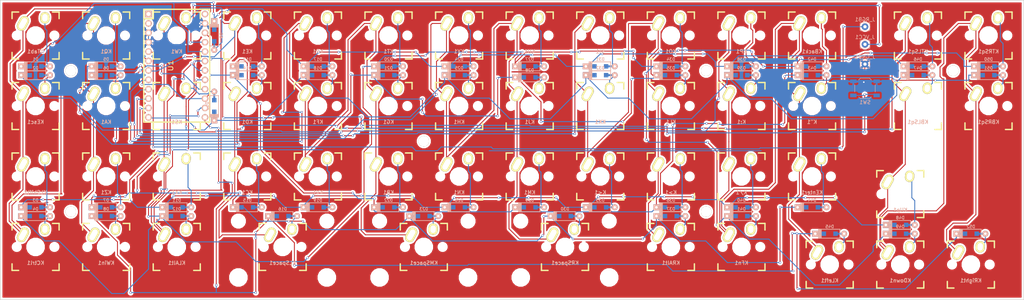
<source format=kicad_pcb>
(kicad_pcb (version 4) (host pcbnew 4.0.7)
  (layers (0 F.Cu signal) (31 B.Cu signal) (34 B.Paste user) (35 F.Paste user) (36 B.SilkS user) (37 F.SilkS user) (38 B.Mask user) (39 F.Mask user) (44 Edge.Cuts user))
  (net 0 "")
  (net 1 "Net-(D1-Pad2)")
  (net 2 /row0)
  (net 3 "Net-(D2-Pad2)")
  (net 4 /row1)
  (net 5 "Net-(D3-Pad2)")
  (net 6 /row2)
  (net 7 "Net-(D4-Pad2)")
  (net 8 /row3)
  (net 9 "Net-(D5-Pad2)")
  (net 10 /row4)
  (net 11 "Net-(D6-Pad2)")
  (net 12 /row5)
  (net 13 "Net-(D7-Pad2)")
  (net 14 /row6)
  (net 15 "Net-(D8-Pad2)")
  (net 16 "Net-(D9-Pad2)")
  (net 17 "Net-(D10-Pad2)")
  (net 18 "Net-(D11-Pad2)")
  (net 19 "Net-(D12-Pad2)")
  (net 20 "Net-(D13-Pad2)")
  (net 21 "Net-(D14-Pad2)")
  (net 22 "Net-(D15-Pad2)")
  (net 23 "Net-(D16-Pad2)")
  (net 24 "Net-(D17-Pad2)")
  (net 25 "Net-(D18-Pad2)")
  (net 26 "Net-(D19-Pad2)")
  (net 27 "Net-(D20-Pad2)")
  (net 28 "Net-(D21-Pad2)")
  (net 29 "Net-(D22-Pad2)")
  (net 30 "Net-(D23-Pad2)")
  (net 31 "Net-(D24-Pad2)")
  (net 32 "Net-(D25-Pad2)")
  (net 33 "Net-(D26-Pad2)")
  (net 34 "Net-(D27-Pad2)")
  (net 35 "Net-(D28-Pad2)")
  (net 36 "Net-(D29-Pad2)")
  (net 37 "Net-(D30-Pad2)")
  (net 38 "Net-(D31-Pad2)")
  (net 39 "Net-(D32-Pad2)")
  (net 40 "Net-(D33-Pad2)")
  (net 41 "Net-(D34-Pad2)")
  (net 42 "Net-(D35-Pad2)")
  (net 43 "Net-(D36-Pad2)")
  (net 44 "Net-(D37-Pad2)")
  (net 45 "Net-(D38-Pad2)")
  (net 46 "Net-(D39-Pad2)")
  (net 47 "Net-(D40-Pad2)")
  (net 48 "Net-(D41-Pad2)")
  (net 49 "Net-(D42-Pad2)")
  (net 50 "Net-(D43-Pad2)")
  (net 51 "Net-(D44-Pad2)")
  (net 52 "Net-(D45-Pad2)")
  (net 53 "Net-(D46-Pad2)")
  (net 54 "Net-(D47-Pad2)")
  (net 55 "Net-(D48-Pad2)")
  (net 56 "Net-(D49-Pad2)")
  (net 57 "Net-(D50-Pad2)")
  (net 58 "Net-(D51-Pad2)")
  (net 59 "Net-(D52-Pad2)")
  (net 60 /col5)
  (net 61 /col4)
  (net 62 /col0)
  (net 63 /col2)
  (net 64 /col6)
  (net 65 /col1)
  (net 66 /col3)
  (net 67 VCC)
  (net 68 GND)
  (net 69 "Net-(SW1-Pad1)")
  (net 70 "Net-(U1-Pad1)")
  (net 71 "Net-(U1-Pad2)")
  (net 72 "Net-(U1-Pad24)")
  (net 73 /row7)
  (net 74 /RGB)
  (module keyboard_parts:D_SOD123_axial (layer B.Cu) (at 19.05 48.8156)
    (fp_text reference D1 (at 0 -1.925) (layer B.SilkS) (effects (font (size 0.8 0.8)) (justify mirror)))
    (fp_text value D hide)
    (pad 2 smd rect (at 1.575 0) (size 1.2 1.2) (layers B.Cu B.Paste B.Mask) (net 1 "Net-(D1-Pad2)"))
    (pad 1 smd rect (at -1.575 0) (size 1.2 1.2) (layers B.Cu B.Paste B.Mask) (net 2 /row0))
    (pad 1 thru_hole rect (at -3.9 0) (size 1.6 1.6) (drill 0.7) (layers *.Cu *.Mask B.SilkS) (net 2 /row0))
    (pad 2 thru_hole circle (at 3.9 0) (size 1.6 1.6) (drill 0.7) (layers *.Cu *.Mask B.SilkS) (net 1 "Net-(D1-Pad2)"))
    (pad 1 smd rect (at -2.7 0) (size 2.5 0.5) (layers B.Cu) (net 2 /row0))
    (pad 2 smd rect (at 2.7 0) (size 2.5 0.5) (layers B.Cu) (net 1 "Net-(D1-Pad2)"))
  )
  (module keyboard_parts:D_SOD123_axial (layer B.Cu) (at 19.05 51.1969)
    (fp_text reference D2 (at 0 -1.925) (layer B.SilkS) (effects (font (size 0.8 0.8)) (justify mirror)))
    (fp_text value D hide)
    (pad 2 smd rect (at 1.575 0) (size 1.2 1.2) (layers B.Cu B.Paste B.Mask) (net 3 "Net-(D2-Pad2)"))
    (pad 1 smd rect (at -1.575 0) (size 1.2 1.2) (layers B.Cu B.Paste B.Mask) (net 4 /row1))
    (pad 1 thru_hole rect (at -3.9 0) (size 1.6 1.6) (drill 0.7) (layers *.Cu *.Mask B.SilkS) (net 4 /row1))
    (pad 2 thru_hole circle (at 3.9 0) (size 1.6 1.6) (drill 0.7) (layers *.Cu *.Mask B.SilkS) (net 3 "Net-(D2-Pad2)"))
    (pad 1 smd rect (at -2.7 0) (size 2.5 0.5) (layers B.Cu) (net 4 /row1))
    (pad 2 smd rect (at 2.7 0) (size 2.5 0.5) (layers B.Cu) (net 3 "Net-(D2-Pad2)"))
  )
  (module keyboard_parts:D_SOD123_axial (layer B.Cu) (at 19.05 86.9156)
    (fp_text reference D3 (at 0 -1.925) (layer B.SilkS) (effects (font (size 0.8 0.8)) (justify mirror)))
    (fp_text value D hide)
    (pad 2 smd rect (at 1.575 0) (size 1.2 1.2) (layers B.Cu B.Paste B.Mask) (net 5 "Net-(D3-Pad2)"))
    (pad 1 smd rect (at -1.575 0) (size 1.2 1.2) (layers B.Cu B.Paste B.Mask) (net 6 /row2))
    (pad 1 thru_hole rect (at -3.9 0) (size 1.6 1.6) (drill 0.7) (layers *.Cu *.Mask B.SilkS) (net 6 /row2))
    (pad 2 thru_hole circle (at 3.9 0) (size 1.6 1.6) (drill 0.7) (layers *.Cu *.Mask B.SilkS) (net 5 "Net-(D3-Pad2)"))
    (pad 1 smd rect (at -2.7 0) (size 2.5 0.5) (layers B.Cu) (net 6 /row2))
    (pad 2 smd rect (at 2.7 0) (size 2.5 0.5) (layers B.Cu) (net 5 "Net-(D3-Pad2)"))
  )
  (module keyboard_parts:D_SOD123_axial (layer B.Cu) (at 19.05 89.2969)
    (fp_text reference D4 (at 0 -1.925) (layer B.SilkS) (effects (font (size 0.8 0.8)) (justify mirror)))
    (fp_text value D hide)
    (pad 2 smd rect (at 1.575 0) (size 1.2 1.2) (layers B.Cu B.Paste B.Mask) (net 7 "Net-(D4-Pad2)"))
    (pad 1 smd rect (at -1.575 0) (size 1.2 1.2) (layers B.Cu B.Paste B.Mask) (net 8 /row3))
    (pad 1 thru_hole rect (at -3.9 0) (size 1.6 1.6) (drill 0.7) (layers *.Cu *.Mask B.SilkS) (net 8 /row3))
    (pad 2 thru_hole circle (at 3.9 0) (size 1.6 1.6) (drill 0.7) (layers *.Cu *.Mask B.SilkS) (net 7 "Net-(D4-Pad2)"))
    (pad 1 smd rect (at -2.7 0) (size 2.5 0.5) (layers B.Cu) (net 8 /row3))
    (pad 2 smd rect (at 2.7 0) (size 2.5 0.5) (layers B.Cu) (net 7 "Net-(D4-Pad2)"))
  )
  (module keyboard_parts:D_SOD123_axial (layer B.Cu) (at 38.1 48.8156)
    (fp_text reference D5 (at 0 -1.925) (layer B.SilkS) (effects (font (size 0.8 0.8)) (justify mirror)))
    (fp_text value D hide)
    (pad 2 smd rect (at 1.575 0) (size 1.2 1.2) (layers B.Cu B.Paste B.Mask) (net 9 "Net-(D5-Pad2)"))
    (pad 1 smd rect (at -1.575 0) (size 1.2 1.2) (layers B.Cu B.Paste B.Mask) (net 10 /row4))
    (pad 1 thru_hole rect (at -3.9 0) (size 1.6 1.6) (drill 0.7) (layers *.Cu *.Mask B.SilkS) (net 10 /row4))
    (pad 2 thru_hole circle (at 3.9 0) (size 1.6 1.6) (drill 0.7) (layers *.Cu *.Mask B.SilkS) (net 9 "Net-(D5-Pad2)"))
    (pad 1 smd rect (at -2.7 0) (size 2.5 0.5) (layers B.Cu) (net 10 /row4))
    (pad 2 smd rect (at 2.7 0) (size 2.5 0.5) (layers B.Cu) (net 9 "Net-(D5-Pad2)"))
  )
  (module keyboard_parts:D_SOD123_axial (layer B.Cu) (at 38.1 51.1969)
    (fp_text reference D6 (at 0 -1.925) (layer B.SilkS) (effects (font (size 0.8 0.8)) (justify mirror)))
    (fp_text value D hide)
    (pad 2 smd rect (at 1.575 0) (size 1.2 1.2) (layers B.Cu B.Paste B.Mask) (net 11 "Net-(D6-Pad2)"))
    (pad 1 smd rect (at -1.575 0) (size 1.2 1.2) (layers B.Cu B.Paste B.Mask) (net 12 /row5))
    (pad 1 thru_hole rect (at -3.9 0) (size 1.6 1.6) (drill 0.7) (layers *.Cu *.Mask B.SilkS) (net 12 /row5))
    (pad 2 thru_hole circle (at 3.9 0) (size 1.6 1.6) (drill 0.7) (layers *.Cu *.Mask B.SilkS) (net 11 "Net-(D6-Pad2)"))
    (pad 1 smd rect (at -2.7 0) (size 2.5 0.5) (layers B.Cu) (net 12 /row5))
    (pad 2 smd rect (at 2.7 0) (size 2.5 0.5) (layers B.Cu) (net 11 "Net-(D6-Pad2)"))
  )
  (module keyboard_parts:D_SOD123_axial (layer B.Cu) (at 38.1 86.9156)
    (fp_text reference D7 (at 0 -1.925) (layer B.SilkS) (effects (font (size 0.8 0.8)) (justify mirror)))
    (fp_text value D hide)
    (pad 2 smd rect (at 1.575 0) (size 1.2 1.2) (layers B.Cu B.Paste B.Mask) (net 13 "Net-(D7-Pad2)"))
    (pad 1 smd rect (at -1.575 0) (size 1.2 1.2) (layers B.Cu B.Paste B.Mask) (net 14 /row6))
    (pad 1 thru_hole rect (at -3.9 0) (size 1.6 1.6) (drill 0.7) (layers *.Cu *.Mask B.SilkS) (net 14 /row6))
    (pad 2 thru_hole circle (at 3.9 0) (size 1.6 1.6) (drill 0.7) (layers *.Cu *.Mask B.SilkS) (net 13 "Net-(D7-Pad2)"))
    (pad 1 smd rect (at -2.7 0) (size 2.5 0.5) (layers B.Cu) (net 14 /row6))
    (pad 2 smd rect (at 2.7 0) (size 2.5 0.5) (layers B.Cu) (net 13 "Net-(D7-Pad2)"))
  )
  (module keyboard_parts:D_SOD123_axial (layer B.Cu) (at 38.1 89.2969)
    (fp_text reference D8 (at 0 -1.925) (layer B.SilkS) (effects (font (size 0.8 0.8)) (justify mirror)))
    (fp_text value D hide)
    (pad 2 smd rect (at 1.575 0) (size 1.2 1.2) (layers B.Cu B.Paste B.Mask) (net 15 "Net-(D8-Pad2)"))
    (pad 1 smd rect (at -1.575 0) (size 1.2 1.2) (layers B.Cu B.Paste B.Mask) (net 73 /row7))
    (pad 1 thru_hole rect (at -3.9 0) (size 1.6 1.6) (drill 0.7) (layers *.Cu *.Mask B.SilkS) (net 73 /row7))
    (pad 2 thru_hole circle (at 3.9 0) (size 1.6 1.6) (drill 0.7) (layers *.Cu *.Mask B.SilkS) (net 15 "Net-(D8-Pad2)"))
    (pad 1 smd rect (at -2.7 0) (size 2.5 0.5) (layers B.Cu) (net 73 /row7))
    (pad 2 smd rect (at 2.7 0) (size 2.5 0.5) (layers B.Cu) (net 15 "Net-(D8-Pad2)"))
  )
  (module keyboard_parts:D_SOD123_axial (layer B.Cu) (at 67.2703 40.4812 270)
    (fp_text reference D9 (at 0 -1.925 270) (layer B.SilkS) (effects (font (size 0.8 0.8)) (justify mirror)))
    (fp_text value D hide)
    (pad 2 smd rect (at 1.575 0 270) (size 1.2 1.2) (layers B.Cu B.Paste B.Mask) (net 16 "Net-(D9-Pad2)"))
    (pad 1 smd rect (at -1.575 0 270) (size 1.2 1.2) (layers B.Cu B.Paste B.Mask) (net 2 /row0))
    (pad 1 thru_hole rect (at -3.9 0 270) (size 1.6 1.6) (drill 0.7) (layers *.Cu *.Mask B.SilkS) (net 2 /row0))
    (pad 2 thru_hole circle (at 3.9 0 270) (size 1.6 1.6) (drill 0.7) (layers *.Cu *.Mask B.SilkS) (net 16 "Net-(D9-Pad2)"))
    (pad 1 smd rect (at -2.7 0 270) (size 2.5 0.5) (layers B.Cu) (net 2 /row0))
    (pad 2 smd rect (at 2.7 0 270) (size 2.5 0.5) (layers B.Cu) (net 16 "Net-(D9-Pad2)"))
  )
  (module keyboard_parts:D_SOD123_axial (layer B.Cu) (at 67.2703 59.5312 90)
    (fp_text reference D10 (at 0 -1.925 90) (layer B.SilkS) (effects (font (size 0.8 0.8)) (justify mirror)))
    (fp_text value D hide)
    (pad 2 smd rect (at 1.575 0 90) (size 1.2 1.2) (layers B.Cu B.Paste B.Mask) (net 17 "Net-(D10-Pad2)"))
    (pad 1 smd rect (at -1.575 0 90) (size 1.2 1.2) (layers B.Cu B.Paste B.Mask) (net 4 /row1))
    (pad 1 thru_hole rect (at -3.9 0 90) (size 1.6 1.6) (drill 0.7) (layers *.Cu *.Mask B.SilkS) (net 4 /row1))
    (pad 2 thru_hole circle (at 3.9 0 90) (size 1.6 1.6) (drill 0.7) (layers *.Cu *.Mask B.SilkS) (net 17 "Net-(D10-Pad2)"))
    (pad 1 smd rect (at -2.7 0 90) (size 2.5 0.5) (layers B.Cu) (net 4 /row1))
    (pad 2 smd rect (at 2.7 0 90) (size 2.5 0.5) (layers B.Cu) (net 17 "Net-(D10-Pad2)"))
  )
  (module keyboard_parts:D_SOD123_axial (layer B.Cu) (at 57.15 86.9156)
    (fp_text reference D11 (at 0 -1.925) (layer B.SilkS) (effects (font (size 0.8 0.8)) (justify mirror)))
    (fp_text value D hide)
    (pad 2 smd rect (at 1.575 0) (size 1.2 1.2) (layers B.Cu B.Paste B.Mask) (net 18 "Net-(D11-Pad2)"))
    (pad 1 smd rect (at -1.575 0) (size 1.2 1.2) (layers B.Cu B.Paste B.Mask) (net 6 /row2))
    (pad 1 thru_hole rect (at -3.9 0) (size 1.6 1.6) (drill 0.7) (layers *.Cu *.Mask B.SilkS) (net 6 /row2))
    (pad 2 thru_hole circle (at 3.9 0) (size 1.6 1.6) (drill 0.7) (layers *.Cu *.Mask B.SilkS) (net 18 "Net-(D11-Pad2)"))
    (pad 1 smd rect (at -2.7 0) (size 2.5 0.5) (layers B.Cu) (net 6 /row2))
    (pad 2 smd rect (at 2.7 0) (size 2.5 0.5) (layers B.Cu) (net 18 "Net-(D11-Pad2)"))
  )
  (module keyboard_parts:D_SOD123_axial (layer B.Cu) (at 57.15 89.2969)
    (fp_text reference D12 (at 0 -1.925) (layer B.SilkS) (effects (font (size 0.8 0.8)) (justify mirror)))
    (fp_text value D hide)
    (pad 2 smd rect (at 1.575 0) (size 1.2 1.2) (layers B.Cu B.Paste B.Mask) (net 19 "Net-(D12-Pad2)"))
    (pad 1 smd rect (at -1.575 0) (size 1.2 1.2) (layers B.Cu B.Paste B.Mask) (net 8 /row3))
    (pad 1 thru_hole rect (at -3.9 0) (size 1.6 1.6) (drill 0.7) (layers *.Cu *.Mask B.SilkS) (net 8 /row3))
    (pad 2 thru_hole circle (at 3.9 0) (size 1.6 1.6) (drill 0.7) (layers *.Cu *.Mask B.SilkS) (net 19 "Net-(D12-Pad2)"))
    (pad 1 smd rect (at -2.7 0) (size 2.5 0.5) (layers B.Cu) (net 8 /row3))
    (pad 2 smd rect (at 2.7 0) (size 2.5 0.5) (layers B.Cu) (net 19 "Net-(D12-Pad2)"))
  )
  (module keyboard_parts:D_SOD123_axial (layer B.Cu) (at 76.2 48.8156)
    (fp_text reference D13 (at 0 -1.925) (layer B.SilkS) (effects (font (size 0.8 0.8)) (justify mirror)))
    (fp_text value D hide)
    (pad 2 smd rect (at 1.575 0) (size 1.2 1.2) (layers B.Cu B.Paste B.Mask) (net 20 "Net-(D13-Pad2)"))
    (pad 1 smd rect (at -1.575 0) (size 1.2 1.2) (layers B.Cu B.Paste B.Mask) (net 10 /row4))
    (pad 1 thru_hole rect (at -3.9 0) (size 1.6 1.6) (drill 0.7) (layers *.Cu *.Mask B.SilkS) (net 10 /row4))
    (pad 2 thru_hole circle (at 3.9 0) (size 1.6 1.6) (drill 0.7) (layers *.Cu *.Mask B.SilkS) (net 20 "Net-(D13-Pad2)"))
    (pad 1 smd rect (at -2.7 0) (size 2.5 0.5) (layers B.Cu) (net 10 /row4))
    (pad 2 smd rect (at 2.7 0) (size 2.5 0.5) (layers B.Cu) (net 20 "Net-(D13-Pad2)"))
  )
  (module keyboard_parts:D_SOD123_axial (layer B.Cu) (at 76.2 51.1969)
    (fp_text reference D14 (at 0 -1.925) (layer B.SilkS) (effects (font (size 0.8 0.8)) (justify mirror)))
    (fp_text value D hide)
    (pad 2 smd rect (at 1.575 0) (size 1.2 1.2) (layers B.Cu B.Paste B.Mask) (net 21 "Net-(D14-Pad2)"))
    (pad 1 smd rect (at -1.575 0) (size 1.2 1.2) (layers B.Cu B.Paste B.Mask) (net 12 /row5))
    (pad 1 thru_hole rect (at -3.9 0) (size 1.6 1.6) (drill 0.7) (layers *.Cu *.Mask B.SilkS) (net 12 /row5))
    (pad 2 thru_hole circle (at 3.9 0) (size 1.6 1.6) (drill 0.7) (layers *.Cu *.Mask B.SilkS) (net 21 "Net-(D14-Pad2)"))
    (pad 1 smd rect (at -2.7 0) (size 2.5 0.5) (layers B.Cu) (net 12 /row5))
    (pad 2 smd rect (at 2.7 0) (size 2.5 0.5) (layers B.Cu) (net 21 "Net-(D14-Pad2)"))
  )
  (module keyboard_parts:D_SOD123_axial (layer B.Cu) (at 76.2 86.9156)
    (fp_text reference D15 (at 0 -1.925) (layer B.SilkS) (effects (font (size 0.8 0.8)) (justify mirror)))
    (fp_text value D hide)
    (pad 2 smd rect (at 1.575 0) (size 1.2 1.2) (layers B.Cu B.Paste B.Mask) (net 22 "Net-(D15-Pad2)"))
    (pad 1 smd rect (at -1.575 0) (size 1.2 1.2) (layers B.Cu B.Paste B.Mask) (net 14 /row6))
    (pad 1 thru_hole rect (at -3.9 0) (size 1.6 1.6) (drill 0.7) (layers *.Cu *.Mask B.SilkS) (net 14 /row6))
    (pad 2 thru_hole circle (at 3.9 0) (size 1.6 1.6) (drill 0.7) (layers *.Cu *.Mask B.SilkS) (net 22 "Net-(D15-Pad2)"))
    (pad 1 smd rect (at -2.7 0) (size 2.5 0.5) (layers B.Cu) (net 14 /row6))
    (pad 2 smd rect (at 2.7 0) (size 2.5 0.5) (layers B.Cu) (net 22 "Net-(D15-Pad2)"))
  )
  (module keyboard_parts:D_SOD123_axial (layer B.Cu) (at 85.725 89.2969)
    (fp_text reference D16 (at 0 -1.925) (layer B.SilkS) (effects (font (size 0.8 0.8)) (justify mirror)))
    (fp_text value D hide)
    (pad 2 smd rect (at 1.575 0) (size 1.2 1.2) (layers B.Cu B.Paste B.Mask) (net 23 "Net-(D16-Pad2)"))
    (pad 1 smd rect (at -1.575 0) (size 1.2 1.2) (layers B.Cu B.Paste B.Mask) (net 73 /row7))
    (pad 1 thru_hole rect (at -3.9 0) (size 1.6 1.6) (drill 0.7) (layers *.Cu *.Mask B.SilkS) (net 73 /row7))
    (pad 2 thru_hole circle (at 3.9 0) (size 1.6 1.6) (drill 0.7) (layers *.Cu *.Mask B.SilkS) (net 23 "Net-(D16-Pad2)"))
    (pad 1 smd rect (at -2.7 0) (size 2.5 0.5) (layers B.Cu) (net 73 /row7))
    (pad 2 smd rect (at 2.7 0) (size 2.5 0.5) (layers B.Cu) (net 23 "Net-(D16-Pad2)"))
  )
  (module keyboard_parts:D_SOD123_axial (layer B.Cu) (at 95.25 48.8156)
    (fp_text reference D17 (at 0 -1.925) (layer B.SilkS) (effects (font (size 0.8 0.8)) (justify mirror)))
    (fp_text value D hide)
    (pad 2 smd rect (at 1.575 0) (size 1.2 1.2) (layers B.Cu B.Paste B.Mask) (net 24 "Net-(D17-Pad2)"))
    (pad 1 smd rect (at -1.575 0) (size 1.2 1.2) (layers B.Cu B.Paste B.Mask) (net 2 /row0))
    (pad 1 thru_hole rect (at -3.9 0) (size 1.6 1.6) (drill 0.7) (layers *.Cu *.Mask B.SilkS) (net 2 /row0))
    (pad 2 thru_hole circle (at 3.9 0) (size 1.6 1.6) (drill 0.7) (layers *.Cu *.Mask B.SilkS) (net 24 "Net-(D17-Pad2)"))
    (pad 1 smd rect (at -2.7 0) (size 2.5 0.5) (layers B.Cu) (net 2 /row0))
    (pad 2 smd rect (at 2.7 0) (size 2.5 0.5) (layers B.Cu) (net 24 "Net-(D17-Pad2)"))
  )
  (module keyboard_parts:D_SOD123_axial (layer B.Cu) (at 95.25 51.1969)
    (fp_text reference D18 (at 0 -1.925) (layer B.SilkS) (effects (font (size 0.8 0.8)) (justify mirror)))
    (fp_text value D hide)
    (pad 2 smd rect (at 1.575 0) (size 1.2 1.2) (layers B.Cu B.Paste B.Mask) (net 25 "Net-(D18-Pad2)"))
    (pad 1 smd rect (at -1.575 0) (size 1.2 1.2) (layers B.Cu B.Paste B.Mask) (net 4 /row1))
    (pad 1 thru_hole rect (at -3.9 0) (size 1.6 1.6) (drill 0.7) (layers *.Cu *.Mask B.SilkS) (net 4 /row1))
    (pad 2 thru_hole circle (at 3.9 0) (size 1.6 1.6) (drill 0.7) (layers *.Cu *.Mask B.SilkS) (net 25 "Net-(D18-Pad2)"))
    (pad 1 smd rect (at -2.7 0) (size 2.5 0.5) (layers B.Cu) (net 4 /row1))
    (pad 2 smd rect (at 2.7 0) (size 2.5 0.5) (layers B.Cu) (net 25 "Net-(D18-Pad2)"))
  )
  (module keyboard_parts:D_SOD123_axial (layer B.Cu) (at 95.25 86.9156)
    (fp_text reference D19 (at 0 -1.925) (layer B.SilkS) (effects (font (size 0.8 0.8)) (justify mirror)))
    (fp_text value D hide)
    (pad 2 smd rect (at 1.575 0) (size 1.2 1.2) (layers B.Cu B.Paste B.Mask) (net 26 "Net-(D19-Pad2)"))
    (pad 1 smd rect (at -1.575 0) (size 1.2 1.2) (layers B.Cu B.Paste B.Mask) (net 6 /row2))
    (pad 1 thru_hole rect (at -3.9 0) (size 1.6 1.6) (drill 0.7) (layers *.Cu *.Mask B.SilkS) (net 6 /row2))
    (pad 2 thru_hole circle (at 3.9 0) (size 1.6 1.6) (drill 0.7) (layers *.Cu *.Mask B.SilkS) (net 26 "Net-(D19-Pad2)"))
    (pad 1 smd rect (at -2.7 0) (size 2.5 0.5) (layers B.Cu) (net 6 /row2))
    (pad 2 smd rect (at 2.7 0) (size 2.5 0.5) (layers B.Cu) (net 26 "Net-(D19-Pad2)"))
  )
  (module keyboard_parts:D_SOD123_axial (layer B.Cu) (at 114.3 48.8156)
    (fp_text reference D20 (at 0 -1.925) (layer B.SilkS) (effects (font (size 0.8 0.8)) (justify mirror)))
    (fp_text value D hide)
    (pad 2 smd rect (at 1.575 0) (size 1.2 1.2) (layers B.Cu B.Paste B.Mask) (net 27 "Net-(D20-Pad2)"))
    (pad 1 smd rect (at -1.575 0) (size 1.2 1.2) (layers B.Cu B.Paste B.Mask) (net 8 /row3))
    (pad 1 thru_hole rect (at -3.9 0) (size 1.6 1.6) (drill 0.7) (layers *.Cu *.Mask B.SilkS) (net 8 /row3))
    (pad 2 thru_hole circle (at 3.9 0) (size 1.6 1.6) (drill 0.7) (layers *.Cu *.Mask B.SilkS) (net 27 "Net-(D20-Pad2)"))
    (pad 1 smd rect (at -2.7 0) (size 2.5 0.5) (layers B.Cu) (net 8 /row3))
    (pad 2 smd rect (at 2.7 0) (size 2.5 0.5) (layers B.Cu) (net 27 "Net-(D20-Pad2)"))
  )
  (module keyboard_parts:D_SOD123_axial (layer B.Cu) (at 114.3 51.1969)
    (fp_text reference D21 (at 0 -1.925) (layer B.SilkS) (effects (font (size 0.8 0.8)) (justify mirror)))
    (fp_text value D hide)
    (pad 2 smd rect (at 1.575 0) (size 1.2 1.2) (layers B.Cu B.Paste B.Mask) (net 28 "Net-(D21-Pad2)"))
    (pad 1 smd rect (at -1.575 0) (size 1.2 1.2) (layers B.Cu B.Paste B.Mask) (net 10 /row4))
    (pad 1 thru_hole rect (at -3.9 0) (size 1.6 1.6) (drill 0.7) (layers *.Cu *.Mask B.SilkS) (net 10 /row4))
    (pad 2 thru_hole circle (at 3.9 0) (size 1.6 1.6) (drill 0.7) (layers *.Cu *.Mask B.SilkS) (net 28 "Net-(D21-Pad2)"))
    (pad 1 smd rect (at -2.7 0) (size 2.5 0.5) (layers B.Cu) (net 10 /row4))
    (pad 2 smd rect (at 2.7 0) (size 2.5 0.5) (layers B.Cu) (net 28 "Net-(D21-Pad2)"))
  )
  (module keyboard_parts:D_SOD123_axial (layer B.Cu) (at 114.3 86.9156)
    (fp_text reference D22 (at 0 -1.925) (layer B.SilkS) (effects (font (size 0.8 0.8)) (justify mirror)))
    (fp_text value D hide)
    (pad 2 smd rect (at 1.575 0) (size 1.2 1.2) (layers B.Cu B.Paste B.Mask) (net 29 "Net-(D22-Pad2)"))
    (pad 1 smd rect (at -1.575 0) (size 1.2 1.2) (layers B.Cu B.Paste B.Mask) (net 12 /row5))
    (pad 1 thru_hole rect (at -3.9 0) (size 1.6 1.6) (drill 0.7) (layers *.Cu *.Mask B.SilkS) (net 12 /row5))
    (pad 2 thru_hole circle (at 3.9 0) (size 1.6 1.6) (drill 0.7) (layers *.Cu *.Mask B.SilkS) (net 29 "Net-(D22-Pad2)"))
    (pad 1 smd rect (at -2.7 0) (size 2.5 0.5) (layers B.Cu) (net 12 /row5))
    (pad 2 smd rect (at 2.7 0) (size 2.5 0.5) (layers B.Cu) (net 29 "Net-(D22-Pad2)"))
  )
  (module keyboard_parts:D_SOD123_axial (layer B.Cu) (at 123.825 89.2969)
    (fp_text reference D23 (at 0 -1.925) (layer B.SilkS) (effects (font (size 0.8 0.8)) (justify mirror)))
    (fp_text value D hide)
    (pad 2 smd rect (at 1.575 0) (size 1.2 1.2) (layers B.Cu B.Paste B.Mask) (net 30 "Net-(D23-Pad2)"))
    (pad 1 smd rect (at -1.575 0) (size 1.2 1.2) (layers B.Cu B.Paste B.Mask) (net 14 /row6))
    (pad 1 thru_hole rect (at -3.9 0) (size 1.6 1.6) (drill 0.7) (layers *.Cu *.Mask B.SilkS) (net 14 /row6))
    (pad 2 thru_hole circle (at 3.9 0) (size 1.6 1.6) (drill 0.7) (layers *.Cu *.Mask B.SilkS) (net 30 "Net-(D23-Pad2)"))
    (pad 1 smd rect (at -2.7 0) (size 2.5 0.5) (layers B.Cu) (net 14 /row6))
    (pad 2 smd rect (at 2.7 0) (size 2.5 0.5) (layers B.Cu) (net 30 "Net-(D23-Pad2)"))
  )
  (module keyboard_parts:D_SOD123_axial (layer B.Cu) (at 133.35 48.8156)
    (fp_text reference D24 (at 0 -1.925) (layer B.SilkS) (effects (font (size 0.8 0.8)) (justify mirror)))
    (fp_text value D hide)
    (pad 2 smd rect (at 1.575 0) (size 1.2 1.2) (layers B.Cu B.Paste B.Mask) (net 31 "Net-(D24-Pad2)"))
    (pad 1 smd rect (at -1.575 0) (size 1.2 1.2) (layers B.Cu B.Paste B.Mask) (net 2 /row0))
    (pad 1 thru_hole rect (at -3.9 0) (size 1.6 1.6) (drill 0.7) (layers *.Cu *.Mask B.SilkS) (net 2 /row0))
    (pad 2 thru_hole circle (at 3.9 0) (size 1.6 1.6) (drill 0.7) (layers *.Cu *.Mask B.SilkS) (net 31 "Net-(D24-Pad2)"))
    (pad 1 smd rect (at -2.7 0) (size 2.5 0.5) (layers B.Cu) (net 2 /row0))
    (pad 2 smd rect (at 2.7 0) (size 2.5 0.5) (layers B.Cu) (net 31 "Net-(D24-Pad2)"))
  )
  (module keyboard_parts:D_SOD123_axial (layer B.Cu) (at 133.35 51.1969)
    (fp_text reference D25 (at 0 -1.925) (layer B.SilkS) (effects (font (size 0.8 0.8)) (justify mirror)))
    (fp_text value D hide)
    (pad 2 smd rect (at 1.575 0) (size 1.2 1.2) (layers B.Cu B.Paste B.Mask) (net 32 "Net-(D25-Pad2)"))
    (pad 1 smd rect (at -1.575 0) (size 1.2 1.2) (layers B.Cu B.Paste B.Mask) (net 4 /row1))
    (pad 1 thru_hole rect (at -3.9 0) (size 1.6 1.6) (drill 0.7) (layers *.Cu *.Mask B.SilkS) (net 4 /row1))
    (pad 2 thru_hole circle (at 3.9 0) (size 1.6 1.6) (drill 0.7) (layers *.Cu *.Mask B.SilkS) (net 32 "Net-(D25-Pad2)"))
    (pad 1 smd rect (at -2.7 0) (size 2.5 0.5) (layers B.Cu) (net 4 /row1))
    (pad 2 smd rect (at 2.7 0) (size 2.5 0.5) (layers B.Cu) (net 32 "Net-(D25-Pad2)"))
  )
  (module keyboard_parts:D_SOD123_axial (layer B.Cu) (at 133.35 86.9156)
    (fp_text reference D26 (at 0 -1.925) (layer B.SilkS) (effects (font (size 0.8 0.8)) (justify mirror)))
    (fp_text value D hide)
    (pad 2 smd rect (at 1.575 0) (size 1.2 1.2) (layers B.Cu B.Paste B.Mask) (net 33 "Net-(D26-Pad2)"))
    (pad 1 smd rect (at -1.575 0) (size 1.2 1.2) (layers B.Cu B.Paste B.Mask) (net 6 /row2))
    (pad 1 thru_hole rect (at -3.9 0) (size 1.6 1.6) (drill 0.7) (layers *.Cu *.Mask B.SilkS) (net 6 /row2))
    (pad 2 thru_hole circle (at 3.9 0) (size 1.6 1.6) (drill 0.7) (layers *.Cu *.Mask B.SilkS) (net 33 "Net-(D26-Pad2)"))
    (pad 1 smd rect (at -2.7 0) (size 2.5 0.5) (layers B.Cu) (net 6 /row2))
    (pad 2 smd rect (at 2.7 0) (size 2.5 0.5) (layers B.Cu) (net 33 "Net-(D26-Pad2)"))
  )
  (module keyboard_parts:D_SOD123_axial (layer B.Cu) (at 152.4 48.8156)
    (fp_text reference D27 (at 0 -1.925) (layer B.SilkS) (effects (font (size 0.8 0.8)) (justify mirror)))
    (fp_text value D hide)
    (pad 2 smd rect (at 1.575 0) (size 1.2 1.2) (layers B.Cu B.Paste B.Mask) (net 34 "Net-(D27-Pad2)"))
    (pad 1 smd rect (at -1.575 0) (size 1.2 1.2) (layers B.Cu B.Paste B.Mask) (net 8 /row3))
    (pad 1 thru_hole rect (at -3.9 0) (size 1.6 1.6) (drill 0.7) (layers *.Cu *.Mask B.SilkS) (net 8 /row3))
    (pad 2 thru_hole circle (at 3.9 0) (size 1.6 1.6) (drill 0.7) (layers *.Cu *.Mask B.SilkS) (net 34 "Net-(D27-Pad2)"))
    (pad 1 smd rect (at -2.7 0) (size 2.5 0.5) (layers B.Cu) (net 8 /row3))
    (pad 2 smd rect (at 2.7 0) (size 2.5 0.5) (layers B.Cu) (net 34 "Net-(D27-Pad2)"))
  )
  (module keyboard_parts:D_SOD123_axial (layer B.Cu) (at 152.4 51.7922)
    (fp_text reference D28 (at 0 -1.925) (layer B.SilkS) (effects (font (size 0.8 0.8)) (justify mirror)))
    (fp_text value D hide)
    (pad 2 smd rect (at 1.575 0) (size 1.2 1.2) (layers B.Cu B.Paste B.Mask) (net 35 "Net-(D28-Pad2)"))
    (pad 1 smd rect (at -1.575 0) (size 1.2 1.2) (layers B.Cu B.Paste B.Mask) (net 10 /row4))
    (pad 1 thru_hole rect (at -3.9 0) (size 1.6 1.6) (drill 0.7) (layers *.Cu *.Mask B.SilkS) (net 10 /row4))
    (pad 2 thru_hole circle (at 3.9 0) (size 1.6 1.6) (drill 0.7) (layers *.Cu *.Mask B.SilkS) (net 35 "Net-(D28-Pad2)"))
    (pad 1 smd rect (at -2.7 0) (size 2.5 0.5) (layers B.Cu) (net 10 /row4))
    (pad 2 smd rect (at 2.7 0) (size 2.5 0.5) (layers B.Cu) (net 35 "Net-(D28-Pad2)"))
  )
  (module keyboard_parts:D_SOD123_axial (layer B.Cu) (at 152.4 86.9156)
    (fp_text reference D29 (at 0 -1.925) (layer B.SilkS) (effects (font (size 0.8 0.8)) (justify mirror)))
    (fp_text value D hide)
    (pad 2 smd rect (at 1.575 0) (size 1.2 1.2) (layers B.Cu B.Paste B.Mask) (net 36 "Net-(D29-Pad2)"))
    (pad 1 smd rect (at -1.575 0) (size 1.2 1.2) (layers B.Cu B.Paste B.Mask) (net 12 /row5))
    (pad 1 thru_hole rect (at -3.9 0) (size 1.6 1.6) (drill 0.7) (layers *.Cu *.Mask B.SilkS) (net 12 /row5))
    (pad 2 thru_hole circle (at 3.9 0) (size 1.6 1.6) (drill 0.7) (layers *.Cu *.Mask B.SilkS) (net 36 "Net-(D29-Pad2)"))
    (pad 1 smd rect (at -2.7 0) (size 2.5 0.5) (layers B.Cu) (net 12 /row5))
    (pad 2 smd rect (at 2.7 0) (size 2.5 0.5) (layers B.Cu) (net 36 "Net-(D29-Pad2)"))
  )
  (module keyboard_parts:D_SOD123_axial (layer B.Cu) (at 161.925 89.2969)
    (fp_text reference D30 (at 0 -1.925) (layer B.SilkS) (effects (font (size 0.8 0.8)) (justify mirror)))
    (fp_text value D hide)
    (pad 2 smd rect (at 1.575 0) (size 1.2 1.2) (layers B.Cu B.Paste B.Mask) (net 37 "Net-(D30-Pad2)"))
    (pad 1 smd rect (at -1.575 0) (size 1.2 1.2) (layers B.Cu B.Paste B.Mask) (net 14 /row6))
    (pad 1 thru_hole rect (at -3.9 0) (size 1.6 1.6) (drill 0.7) (layers *.Cu *.Mask B.SilkS) (net 14 /row6))
    (pad 2 thru_hole circle (at 3.9 0) (size 1.6 1.6) (drill 0.7) (layers *.Cu *.Mask B.SilkS) (net 37 "Net-(D30-Pad2)"))
    (pad 1 smd rect (at -2.7 0) (size 2.5 0.5) (layers B.Cu) (net 14 /row6))
    (pad 2 smd rect (at 2.7 0) (size 2.5 0.5) (layers B.Cu) (net 37 "Net-(D30-Pad2)"))
  )
  (module keyboard_parts:D_SOD123_axial (layer B.Cu) (at 171.45 48.8156)
    (fp_text reference D31 (at 0 -1.925) (layer B.SilkS) (effects (font (size 0.8 0.8)) (justify mirror)))
    (fp_text value D hide)
    (pad 2 smd rect (at 1.575 0) (size 1.2 1.2) (layers B.Cu B.Paste B.Mask) (net 38 "Net-(D31-Pad2)"))
    (pad 1 smd rect (at -1.575 0) (size 1.2 1.2) (layers B.Cu B.Paste B.Mask) (net 2 /row0))
    (pad 1 thru_hole rect (at -3.9 0) (size 1.6 1.6) (drill 0.7) (layers *.Cu *.Mask B.SilkS) (net 2 /row0))
    (pad 2 thru_hole circle (at 3.9 0) (size 1.6 1.6) (drill 0.7) (layers *.Cu *.Mask B.SilkS) (net 38 "Net-(D31-Pad2)"))
    (pad 1 smd rect (at -2.7 0) (size 2.5 0.5) (layers B.Cu) (net 2 /row0))
    (pad 2 smd rect (at 2.7 0) (size 2.5 0.5) (layers B.Cu) (net 38 "Net-(D31-Pad2)"))
  )
  (module keyboard_parts:D_SOD123_axial (layer B.Cu) (at 171.45 51.1969)
    (fp_text reference D32 (at 0 -1.925) (layer B.SilkS) (effects (font (size 0.8 0.8)) (justify mirror)))
    (fp_text value D hide)
    (pad 2 smd rect (at 1.575 0) (size 1.2 1.2) (layers B.Cu B.Paste B.Mask) (net 39 "Net-(D32-Pad2)"))
    (pad 1 smd rect (at -1.575 0) (size 1.2 1.2) (layers B.Cu B.Paste B.Mask) (net 4 /row1))
    (pad 1 thru_hole rect (at -3.9 0) (size 1.6 1.6) (drill 0.7) (layers *.Cu *.Mask B.SilkS) (net 4 /row1))
    (pad 2 thru_hole circle (at 3.9 0) (size 1.6 1.6) (drill 0.7) (layers *.Cu *.Mask B.SilkS) (net 39 "Net-(D32-Pad2)"))
    (pad 1 smd rect (at -2.7 0) (size 2.5 0.5) (layers B.Cu) (net 4 /row1))
    (pad 2 smd rect (at 2.7 0) (size 2.5 0.5) (layers B.Cu) (net 39 "Net-(D32-Pad2)"))
  )
  (module keyboard_parts:D_SOD123_axial (layer B.Cu) (at 171.45 86.9156)
    (fp_text reference D33 (at 0 -1.925) (layer B.SilkS) (effects (font (size 0.8 0.8)) (justify mirror)))
    (fp_text value D hide)
    (pad 2 smd rect (at 1.575 0) (size 1.2 1.2) (layers B.Cu B.Paste B.Mask) (net 40 "Net-(D33-Pad2)"))
    (pad 1 smd rect (at -1.575 0) (size 1.2 1.2) (layers B.Cu B.Paste B.Mask) (net 6 /row2))
    (pad 1 thru_hole rect (at -3.9 0) (size 1.6 1.6) (drill 0.7) (layers *.Cu *.Mask B.SilkS) (net 6 /row2))
    (pad 2 thru_hole circle (at 3.9 0) (size 1.6 1.6) (drill 0.7) (layers *.Cu *.Mask B.SilkS) (net 40 "Net-(D33-Pad2)"))
    (pad 1 smd rect (at -2.7 0) (size 2.5 0.5) (layers B.Cu) (net 6 /row2))
    (pad 2 smd rect (at 2.7 0) (size 2.5 0.5) (layers B.Cu) (net 40 "Net-(D33-Pad2)"))
  )
  (module keyboard_parts:D_SOD123_axial (layer B.Cu) (at 190.5 48.8156)
    (fp_text reference D34 (at 0 -1.925) (layer B.SilkS) (effects (font (size 0.8 0.8)) (justify mirror)))
    (fp_text value D hide)
    (pad 2 smd rect (at 1.575 0) (size 1.2 1.2) (layers B.Cu B.Paste B.Mask) (net 41 "Net-(D34-Pad2)"))
    (pad 1 smd rect (at -1.575 0) (size 1.2 1.2) (layers B.Cu B.Paste B.Mask) (net 8 /row3))
    (pad 1 thru_hole rect (at -3.9 0) (size 1.6 1.6) (drill 0.7) (layers *.Cu *.Mask B.SilkS) (net 8 /row3))
    (pad 2 thru_hole circle (at 3.9 0) (size 1.6 1.6) (drill 0.7) (layers *.Cu *.Mask B.SilkS) (net 41 "Net-(D34-Pad2)"))
    (pad 1 smd rect (at -2.7 0) (size 2.5 0.5) (layers B.Cu) (net 8 /row3))
    (pad 2 smd rect (at 2.7 0) (size 2.5 0.5) (layers B.Cu) (net 41 "Net-(D34-Pad2)"))
  )
  (module keyboard_parts:D_SOD123_axial (layer B.Cu) (at 190.5 51.1969)
    (fp_text reference D35 (at 0 -1.925) (layer B.SilkS) (effects (font (size 0.8 0.8)) (justify mirror)))
    (fp_text value D hide)
    (pad 2 smd rect (at 1.575 0) (size 1.2 1.2) (layers B.Cu B.Paste B.Mask) (net 42 "Net-(D35-Pad2)"))
    (pad 1 smd rect (at -1.575 0) (size 1.2 1.2) (layers B.Cu B.Paste B.Mask) (net 10 /row4))
    (pad 1 thru_hole rect (at -3.9 0) (size 1.6 1.6) (drill 0.7) (layers *.Cu *.Mask B.SilkS) (net 10 /row4))
    (pad 2 thru_hole circle (at 3.9 0) (size 1.6 1.6) (drill 0.7) (layers *.Cu *.Mask B.SilkS) (net 42 "Net-(D35-Pad2)"))
    (pad 1 smd rect (at -2.7 0) (size 2.5 0.5) (layers B.Cu) (net 10 /row4))
    (pad 2 smd rect (at 2.7 0) (size 2.5 0.5) (layers B.Cu) (net 42 "Net-(D35-Pad2)"))
  )
  (module keyboard_parts:D_SOD123_axial (layer B.Cu) (at 190.5 86.9156)
    (fp_text reference D36 (at 0 -1.925) (layer B.SilkS) (effects (font (size 0.8 0.8)) (justify mirror)))
    (fp_text value D hide)
    (pad 2 smd rect (at 1.575 0) (size 1.2 1.2) (layers B.Cu B.Paste B.Mask) (net 43 "Net-(D36-Pad2)"))
    (pad 1 smd rect (at -1.575 0) (size 1.2 1.2) (layers B.Cu B.Paste B.Mask) (net 12 /row5))
    (pad 1 thru_hole rect (at -3.9 0) (size 1.6 1.6) (drill 0.7) (layers *.Cu *.Mask B.SilkS) (net 12 /row5))
    (pad 2 thru_hole circle (at 3.9 0) (size 1.6 1.6) (drill 0.7) (layers *.Cu *.Mask B.SilkS) (net 43 "Net-(D36-Pad2)"))
    (pad 1 smd rect (at -2.7 0) (size 2.5 0.5) (layers B.Cu) (net 12 /row5))
    (pad 2 smd rect (at 2.7 0) (size 2.5 0.5) (layers B.Cu) (net 43 "Net-(D36-Pad2)"))
  )
  (module keyboard_parts:D_SOD123_axial (layer B.Cu) (at 190.5 89.2969)
    (fp_text reference D37 (at 0 -1.925) (layer B.SilkS) (effects (font (size 0.8 0.8)) (justify mirror)))
    (fp_text value D hide)
    (pad 2 smd rect (at 1.575 0) (size 1.2 1.2) (layers B.Cu B.Paste B.Mask) (net 44 "Net-(D37-Pad2)"))
    (pad 1 smd rect (at -1.575 0) (size 1.2 1.2) (layers B.Cu B.Paste B.Mask) (net 14 /row6))
    (pad 1 thru_hole rect (at -3.9 0) (size 1.6 1.6) (drill 0.7) (layers *.Cu *.Mask B.SilkS) (net 14 /row6))
    (pad 2 thru_hole circle (at 3.9 0) (size 1.6 1.6) (drill 0.7) (layers *.Cu *.Mask B.SilkS) (net 44 "Net-(D37-Pad2)"))
    (pad 1 smd rect (at -2.7 0) (size 2.5 0.5) (layers B.Cu) (net 14 /row6))
    (pad 2 smd rect (at 2.7 0) (size 2.5 0.5) (layers B.Cu) (net 44 "Net-(D37-Pad2)"))
  )
  (module keyboard_parts:D_SOD123_axial (layer B.Cu) (at 209.55 48.8156)
    (fp_text reference D38 (at 0 -1.925) (layer B.SilkS) (effects (font (size 0.8 0.8)) (justify mirror)))
    (fp_text value D hide)
    (pad 2 smd rect (at 1.575 0) (size 1.2 1.2) (layers B.Cu B.Paste B.Mask) (net 45 "Net-(D38-Pad2)"))
    (pad 1 smd rect (at -1.575 0) (size 1.2 1.2) (layers B.Cu B.Paste B.Mask) (net 2 /row0))
    (pad 1 thru_hole rect (at -3.9 0) (size 1.6 1.6) (drill 0.7) (layers *.Cu *.Mask B.SilkS) (net 2 /row0))
    (pad 2 thru_hole circle (at 3.9 0) (size 1.6 1.6) (drill 0.7) (layers *.Cu *.Mask B.SilkS) (net 45 "Net-(D38-Pad2)"))
    (pad 1 smd rect (at -2.7 0) (size 2.5 0.5) (layers B.Cu) (net 2 /row0))
    (pad 2 smd rect (at 2.7 0) (size 2.5 0.5) (layers B.Cu) (net 45 "Net-(D38-Pad2)"))
  )
  (module keyboard_parts:D_SOD123_axial (layer B.Cu) (at 209.55 51.1969)
    (fp_text reference D39 (at 0 -1.925) (layer B.SilkS) (effects (font (size 0.8 0.8)) (justify mirror)))
    (fp_text value D hide)
    (pad 2 smd rect (at 1.575 0) (size 1.2 1.2) (layers B.Cu B.Paste B.Mask) (net 46 "Net-(D39-Pad2)"))
    (pad 1 smd rect (at -1.575 0) (size 1.2 1.2) (layers B.Cu B.Paste B.Mask) (net 4 /row1))
    (pad 1 thru_hole rect (at -3.9 0) (size 1.6 1.6) (drill 0.7) (layers *.Cu *.Mask B.SilkS) (net 4 /row1))
    (pad 2 thru_hole circle (at 3.9 0) (size 1.6 1.6) (drill 0.7) (layers *.Cu *.Mask B.SilkS) (net 46 "Net-(D39-Pad2)"))
    (pad 1 smd rect (at -2.7 0) (size 2.5 0.5) (layers B.Cu) (net 4 /row1))
    (pad 2 smd rect (at 2.7 0) (size 2.5 0.5) (layers B.Cu) (net 46 "Net-(D39-Pad2)"))
  )
  (module keyboard_parts:D_SOD123_axial (layer B.Cu) (at 209.55 86.9156)
    (fp_text reference D40 (at 0 -1.925) (layer B.SilkS) (effects (font (size 0.8 0.8)) (justify mirror)))
    (fp_text value D hide)
    (pad 2 smd rect (at 1.575 0) (size 1.2 1.2) (layers B.Cu B.Paste B.Mask) (net 47 "Net-(D40-Pad2)"))
    (pad 1 smd rect (at -1.575 0) (size 1.2 1.2) (layers B.Cu B.Paste B.Mask) (net 6 /row2))
    (pad 1 thru_hole rect (at -3.9 0) (size 1.6 1.6) (drill 0.7) (layers *.Cu *.Mask B.SilkS) (net 6 /row2))
    (pad 2 thru_hole circle (at 3.9 0) (size 1.6 1.6) (drill 0.7) (layers *.Cu *.Mask B.SilkS) (net 47 "Net-(D40-Pad2)"))
    (pad 1 smd rect (at -2.7 0) (size 2.5 0.5) (layers B.Cu) (net 6 /row2))
    (pad 2 smd rect (at 2.7 0) (size 2.5 0.5) (layers B.Cu) (net 47 "Net-(D40-Pad2)"))
  )
  (module keyboard_parts:D_SOD123_axial (layer B.Cu) (at 209.55 89.2969)
    (fp_text reference D41 (at 0 -1.925) (layer B.SilkS) (effects (font (size 0.8 0.8)) (justify mirror)))
    (fp_text value D hide)
    (pad 2 smd rect (at 1.575 0) (size 1.2 1.2) (layers B.Cu B.Paste B.Mask) (net 48 "Net-(D41-Pad2)"))
    (pad 1 smd rect (at -1.575 0) (size 1.2 1.2) (layers B.Cu B.Paste B.Mask) (net 8 /row3))
    (pad 1 thru_hole rect (at -3.9 0) (size 1.6 1.6) (drill 0.7) (layers *.Cu *.Mask B.SilkS) (net 8 /row3))
    (pad 2 thru_hole circle (at 3.9 0) (size 1.6 1.6) (drill 0.7) (layers *.Cu *.Mask B.SilkS) (net 48 "Net-(D41-Pad2)"))
    (pad 1 smd rect (at -2.7 0) (size 2.5 0.5) (layers B.Cu) (net 8 /row3))
    (pad 2 smd rect (at 2.7 0) (size 2.5 0.5) (layers B.Cu) (net 48 "Net-(D41-Pad2)"))
  )
  (module keyboard_parts:D_SOD123_axial (layer B.Cu) (at 228.6 48.8156)
    (fp_text reference D42 (at 0 -1.925) (layer B.SilkS) (effects (font (size 0.8 0.8)) (justify mirror)))
    (fp_text value D hide)
    (pad 2 smd rect (at 1.575 0) (size 1.2 1.2) (layers B.Cu B.Paste B.Mask) (net 49 "Net-(D42-Pad2)"))
    (pad 1 smd rect (at -1.575 0) (size 1.2 1.2) (layers B.Cu B.Paste B.Mask) (net 10 /row4))
    (pad 1 thru_hole rect (at -3.9 0) (size 1.6 1.6) (drill 0.7) (layers *.Cu *.Mask B.SilkS) (net 10 /row4))
    (pad 2 thru_hole circle (at 3.9 0) (size 1.6 1.6) (drill 0.7) (layers *.Cu *.Mask B.SilkS) (net 49 "Net-(D42-Pad2)"))
    (pad 1 smd rect (at -2.7 0) (size 2.5 0.5) (layers B.Cu) (net 10 /row4))
    (pad 2 smd rect (at 2.7 0) (size 2.5 0.5) (layers B.Cu) (net 49 "Net-(D42-Pad2)"))
  )
  (module keyboard_parts:D_SOD123_axial (layer B.Cu) (at 228.6 51.1969)
    (fp_text reference D43 (at 0 -1.925) (layer B.SilkS) (effects (font (size 0.8 0.8)) (justify mirror)))
    (fp_text value D hide)
    (pad 2 smd rect (at 1.575 0) (size 1.2 1.2) (layers B.Cu B.Paste B.Mask) (net 50 "Net-(D43-Pad2)"))
    (pad 1 smd rect (at -1.575 0) (size 1.2 1.2) (layers B.Cu B.Paste B.Mask) (net 12 /row5))
    (pad 1 thru_hole rect (at -3.9 0) (size 1.6 1.6) (drill 0.7) (layers *.Cu *.Mask B.SilkS) (net 12 /row5))
    (pad 2 thru_hole circle (at 3.9 0) (size 1.6 1.6) (drill 0.7) (layers *.Cu *.Mask B.SilkS) (net 50 "Net-(D43-Pad2)"))
    (pad 1 smd rect (at -2.7 0) (size 2.5 0.5) (layers B.Cu) (net 12 /row5))
    (pad 2 smd rect (at 2.7 0) (size 2.5 0.5) (layers B.Cu) (net 50 "Net-(D43-Pad2)"))
  )
  (module keyboard_parts:D_SOD123_axial (layer B.Cu) (at 228.6 86.9156)
    (fp_text reference D44 (at 0 -1.925) (layer B.SilkS) (effects (font (size 0.8 0.8)) (justify mirror)))
    (fp_text value D hide)
    (pad 2 smd rect (at 1.575 0) (size 1.2 1.2) (layers B.Cu B.Paste B.Mask) (net 51 "Net-(D44-Pad2)"))
    (pad 1 smd rect (at -1.575 0) (size 1.2 1.2) (layers B.Cu B.Paste B.Mask) (net 14 /row6))
    (pad 1 thru_hole rect (at -3.9 0) (size 1.6 1.6) (drill 0.7) (layers *.Cu *.Mask B.SilkS) (net 14 /row6))
    (pad 2 thru_hole circle (at 3.9 0) (size 1.6 1.6) (drill 0.7) (layers *.Cu *.Mask B.SilkS) (net 51 "Net-(D44-Pad2)"))
    (pad 1 smd rect (at -2.7 0) (size 2.5 0.5) (layers B.Cu) (net 14 /row6))
    (pad 2 smd rect (at 2.7 0) (size 2.5 0.5) (layers B.Cu) (net 51 "Net-(D44-Pad2)"))
  )
  (module keyboard_parts:D_SOD123_axial (layer B.Cu) (at 233.362 94.0594)
    (fp_text reference D45 (at 0 -1.925) (layer B.SilkS) (effects (font (size 0.8 0.8)) (justify mirror)))
    (fp_text value D hide)
    (pad 2 smd rect (at 1.575 0) (size 1.2 1.2) (layers B.Cu B.Paste B.Mask) (net 52 "Net-(D45-Pad2)"))
    (pad 1 smd rect (at -1.575 0) (size 1.2 1.2) (layers B.Cu B.Paste B.Mask) (net 73 /row7))
    (pad 1 thru_hole rect (at -3.9 0) (size 1.6 1.6) (drill 0.7) (layers *.Cu *.Mask B.SilkS) (net 73 /row7))
    (pad 2 thru_hole circle (at 3.9 0) (size 1.6 1.6) (drill 0.7) (layers *.Cu *.Mask B.SilkS) (net 52 "Net-(D45-Pad2)"))
    (pad 1 smd rect (at -2.7 0) (size 2.5 0.5) (layers B.Cu) (net 73 /row7))
    (pad 2 smd rect (at 2.7 0) (size 2.5 0.5) (layers B.Cu) (net 52 "Net-(D45-Pad2)"))
  )
  (module keyboard_parts:D_SOD123_axial (layer B.Cu) (at 257.175 48.8156)
    (fp_text reference D46 (at 0 -1.925) (layer B.SilkS) (effects (font (size 0.8 0.8)) (justify mirror)))
    (fp_text value D hide)
    (pad 2 smd rect (at 1.575 0) (size 1.2 1.2) (layers B.Cu B.Paste B.Mask) (net 53 "Net-(D46-Pad2)"))
    (pad 1 smd rect (at -1.575 0) (size 1.2 1.2) (layers B.Cu B.Paste B.Mask) (net 2 /row0))
    (pad 1 thru_hole rect (at -3.9 0) (size 1.6 1.6) (drill 0.7) (layers *.Cu *.Mask B.SilkS) (net 2 /row0))
    (pad 2 thru_hole circle (at 3.9 0) (size 1.6 1.6) (drill 0.7) (layers *.Cu *.Mask B.SilkS) (net 53 "Net-(D46-Pad2)"))
    (pad 1 smd rect (at -2.7 0) (size 2.5 0.5) (layers B.Cu) (net 2 /row0))
    (pad 2 smd rect (at 2.7 0) (size 2.5 0.5) (layers B.Cu) (net 53 "Net-(D46-Pad2)"))
  )
  (module keyboard_parts:D_SOD123_axial (layer B.Cu) (at 257.175 51.1969)
    (fp_text reference D47 (at 0 -1.925) (layer B.SilkS) (effects (font (size 0.8 0.8)) (justify mirror)))
    (fp_text value D hide)
    (pad 2 smd rect (at 1.575 0) (size 1.2 1.2) (layers B.Cu B.Paste B.Mask) (net 54 "Net-(D47-Pad2)"))
    (pad 1 smd rect (at -1.575 0) (size 1.2 1.2) (layers B.Cu B.Paste B.Mask) (net 4 /row1))
    (pad 1 thru_hole rect (at -3.9 0) (size 1.6 1.6) (drill 0.7) (layers *.Cu *.Mask B.SilkS) (net 4 /row1))
    (pad 2 thru_hole circle (at 3.9 0) (size 1.6 1.6) (drill 0.7) (layers *.Cu *.Mask B.SilkS) (net 54 "Net-(D47-Pad2)"))
    (pad 1 smd rect (at -2.7 0) (size 2.5 0.5) (layers B.Cu) (net 4 /row1))
    (pad 2 smd rect (at 2.7 0) (size 2.5 0.5) (layers B.Cu) (net 54 "Net-(D47-Pad2)"))
  )
  (module keyboard_parts:D_SOD123_axial (layer B.Cu) (at 252.412 91.6781)
    (fp_text reference D48 (at 0 -1.925) (layer B.SilkS) (effects (font (size 0.8 0.8)) (justify mirror)))
    (fp_text value D hide)
    (pad 2 smd rect (at 1.575 0) (size 1.2 1.2) (layers B.Cu B.Paste B.Mask) (net 55 "Net-(D48-Pad2)"))
    (pad 1 smd rect (at -1.575 0) (size 1.2 1.2) (layers B.Cu B.Paste B.Mask) (net 6 /row2))
    (pad 1 thru_hole rect (at -3.9 0) (size 1.6 1.6) (drill 0.7) (layers *.Cu *.Mask B.SilkS) (net 6 /row2))
    (pad 2 thru_hole circle (at 3.9 0) (size 1.6 1.6) (drill 0.7) (layers *.Cu *.Mask B.SilkS) (net 55 "Net-(D48-Pad2)"))
    (pad 1 smd rect (at -2.7 0) (size 2.5 0.5) (layers B.Cu) (net 6 /row2))
    (pad 2 smd rect (at 2.7 0) (size 2.5 0.5) (layers B.Cu) (net 55 "Net-(D48-Pad2)"))
  )
  (module keyboard_parts:D_SOD123_axial (layer B.Cu) (at 252.412 94.0594)
    (fp_text reference D49 (at 0 -1.925) (layer B.SilkS) (effects (font (size 0.8 0.8)) (justify mirror)))
    (fp_text value D hide)
    (pad 2 smd rect (at 1.575 0) (size 1.2 1.2) (layers B.Cu B.Paste B.Mask) (net 56 "Net-(D49-Pad2)"))
    (pad 1 smd rect (at -1.575 0) (size 1.2 1.2) (layers B.Cu B.Paste B.Mask) (net 8 /row3))
    (pad 1 thru_hole rect (at -3.9 0) (size 1.6 1.6) (drill 0.7) (layers *.Cu *.Mask B.SilkS) (net 8 /row3))
    (pad 2 thru_hole circle (at 3.9 0) (size 1.6 1.6) (drill 0.7) (layers *.Cu *.Mask B.SilkS) (net 56 "Net-(D49-Pad2)"))
    (pad 1 smd rect (at -2.7 0) (size 2.5 0.5) (layers B.Cu) (net 8 /row3))
    (pad 2 smd rect (at 2.7 0) (size 2.5 0.5) (layers B.Cu) (net 56 "Net-(D49-Pad2)"))
  )
  (module keyboard_parts:D_SOD123_axial (layer B.Cu) (at 276.225 48.8156)
    (fp_text reference D50 (at 0 -1.925) (layer B.SilkS) (effects (font (size 0.8 0.8)) (justify mirror)))
    (fp_text value D hide)
    (pad 2 smd rect (at 1.575 0) (size 1.2 1.2) (layers B.Cu B.Paste B.Mask) (net 57 "Net-(D50-Pad2)"))
    (pad 1 smd rect (at -1.575 0) (size 1.2 1.2) (layers B.Cu B.Paste B.Mask) (net 10 /row4))
    (pad 1 thru_hole rect (at -3.9 0) (size 1.6 1.6) (drill 0.7) (layers *.Cu *.Mask B.SilkS) (net 10 /row4))
    (pad 2 thru_hole circle (at 3.9 0) (size 1.6 1.6) (drill 0.7) (layers *.Cu *.Mask B.SilkS) (net 57 "Net-(D50-Pad2)"))
    (pad 1 smd rect (at -2.7 0) (size 2.5 0.5) (layers B.Cu) (net 10 /row4))
    (pad 2 smd rect (at 2.7 0) (size 2.5 0.5) (layers B.Cu) (net 57 "Net-(D50-Pad2)"))
  )
  (module keyboard_parts:D_SOD123_axial (layer B.Cu) (at 276.225 51.1969)
    (fp_text reference D51 (at 0 -1.925) (layer B.SilkS) (effects (font (size 0.8 0.8)) (justify mirror)))
    (fp_text value D hide)
    (pad 2 smd rect (at 1.575 0) (size 1.2 1.2) (layers B.Cu B.Paste B.Mask) (net 58 "Net-(D51-Pad2)"))
    (pad 1 smd rect (at -1.575 0) (size 1.2 1.2) (layers B.Cu B.Paste B.Mask) (net 12 /row5))
    (pad 1 thru_hole rect (at -3.9 0) (size 1.6 1.6) (drill 0.7) (layers *.Cu *.Mask B.SilkS) (net 12 /row5))
    (pad 2 thru_hole circle (at 3.9 0) (size 1.6 1.6) (drill 0.7) (layers *.Cu *.Mask B.SilkS) (net 58 "Net-(D51-Pad2)"))
    (pad 1 smd rect (at -2.7 0) (size 2.5 0.5) (layers B.Cu) (net 12 /row5))
    (pad 2 smd rect (at 2.7 0) (size 2.5 0.5) (layers B.Cu) (net 58 "Net-(D51-Pad2)"))
  )
  (module keyboard_parts:D_SOD123_axial (layer B.Cu) (at 271.462 94.0594)
    (fp_text reference D52 (at 0 -1.925) (layer B.SilkS) (effects (font (size 0.8 0.8)) (justify mirror)))
    (fp_text value D hide)
    (pad 2 smd rect (at 1.575 0) (size 1.2 1.2) (layers B.Cu B.Paste B.Mask) (net 59 "Net-(D52-Pad2)"))
    (pad 1 smd rect (at -1.575 0) (size 1.2 1.2) (layers B.Cu B.Paste B.Mask) (net 73 /row7))
    (pad 1 thru_hole rect (at -3.9 0) (size 1.6 1.6) (drill 0.7) (layers *.Cu *.Mask B.SilkS) (net 73 /row7))
    (pad 2 thru_hole circle (at 3.9 0) (size 1.6 1.6) (drill 0.7) (layers *.Cu *.Mask B.SilkS) (net 59 "Net-(D52-Pad2)"))
    (pad 1 smd rect (at -2.7 0) (size 2.5 0.5) (layers B.Cu) (net 73 /row7))
    (pad 2 smd rect (at 2.7 0) (size 2.5 0.5) (layers B.Cu) (net 59 "Net-(D52-Pad2)"))
  )
  (module keyboard_parts:HOLE_M2.6 (layer F.Cu) (at 28.575 50.0062)
    (fp_text reference H1 hide)
    (fp_text value Hole hide)
    (pad 1 thru_hole circle (at 0 0) (size 2.8 2.8) (drill 2.8) (layers *.Cu *.Mask F.SilkS))
  )
  (module keyboard_parts:HOLE_M2.6 (layer F.Cu) (at 266.7 50.0062)
    (fp_text reference H2 hide)
    (fp_text value Hole hide)
    (pad 1 thru_hole circle (at 0 0) (size 2.8 2.8) (drill 2.8) (layers *.Cu *.Mask F.SilkS))
  )
  (module keyboard_parts:HOLE_M2.6 (layer F.Cu) (at 200.025 88.1062)
    (fp_text reference H3 hide)
    (fp_text value Hole hide)
    (pad 1 thru_hole circle (at 0 0) (size 2.8 2.8) (drill 2.8) (layers *.Cu *.Mask F.SilkS))
  )
  (module keyboard_parts:HOLE_M2.6 (layer F.Cu) (at 28.575 88.1062)
    (fp_text reference H4 hide)
    (fp_text value Hole hide)
    (pad 1 thru_hole circle (at 0 0) (size 2.8 2.8) (drill 2.8) (layers *.Cu *.Mask F.SilkS))
  )
  (module keebs:Mx_Alps_100 (layer F.Cu) (at 228.6 59.5312)
    (fp_text reference K"1 (at 0 4.318) (layer B.SilkS) (effects (font (thickness 0.2)) (justify mirror)))
    (fp_text value KEYSW hide)
    (pad HOLE np_thru_hole circle (at 0 0) (size 3.9878 3.9878) (drill 3.9878) (layers *.Cu))
    (pad HOLE np_thru_hole circle (at -5.08 0) (size 1.7018 1.7018) (drill 1.7018) (layers *.Cu))
    (pad HOLE np_thru_hole circle (at 5.08 0) (size 1.7018 1.7018) (drill 1.7018) (layers *.Cu))
    (pad 1 thru_hole oval (at -3.405 -3.27 330.95) (size 2.5 4.17) (drill oval 1.5 3.17) (layers *.Cu *.Mask F.SilkS) (net 60 /col5))
    (pad 2 thru_hole oval (at 2.52 -4.79 356.1) (size 2.5 3.08) (drill oval 1.5 2.08) (layers *.Cu *.Mask F.SilkS) (net 50 "Net-(D43-Pad2)"))
  )
  (module keebs:Mx_Alps_100 (layer F.Cu) (at 209.55 78.5812)
    (fp_text reference K/1 (at 0 4.318) (layer B.SilkS) (effects (font (thickness 0.2)) (justify mirror)))
    (fp_text value KEYSW hide)
    (pad HOLE np_thru_hole circle (at 0 0) (size 3.9878 3.9878) (drill 3.9878) (layers *.Cu))
    (pad HOLE np_thru_hole circle (at -5.08 0) (size 1.7018 1.7018) (drill 1.7018) (layers *.Cu))
    (pad HOLE np_thru_hole circle (at 5.08 0) (size 1.7018 1.7018) (drill 1.7018) (layers *.Cu))
    (pad 1 thru_hole oval (at -3.405 -3.27 330.95) (size 2.5 4.17) (drill oval 1.5 3.17) (layers *.Cu *.Mask F.SilkS) (net 60 /col5))
    (pad 2 thru_hole oval (at 2.52 -4.79 356.1) (size 2.5 3.08) (drill oval 1.5 2.08) (layers *.Cu *.Mask F.SilkS) (net 47 "Net-(D40-Pad2)"))
  )
  (module keebs:Mx_Alps_100 (layer F.Cu) (at 209.55 59.5312)
    (fp_text reference K:1 (at 0 4.318) (layer B.SilkS) (effects (font (thickness 0.2)) (justify mirror)))
    (fp_text value KEYSW hide)
    (pad HOLE np_thru_hole circle (at 0 0) (size 3.9878 3.9878) (drill 3.9878) (layers *.Cu))
    (pad HOLE np_thru_hole circle (at -5.08 0) (size 1.7018 1.7018) (drill 1.7018) (layers *.Cu))
    (pad HOLE np_thru_hole circle (at 5.08 0) (size 1.7018 1.7018) (drill 1.7018) (layers *.Cu))
    (pad 1 thru_hole oval (at -3.405 -3.27 330.95) (size 2.5 4.17) (drill oval 1.5 3.17) (layers *.Cu *.Mask F.SilkS) (net 60 /col5))
    (pad 2 thru_hole oval (at 2.52 -4.79 356.1) (size 2.5 3.08) (drill oval 1.5 2.08) (layers *.Cu *.Mask F.SilkS) (net 46 "Net-(D39-Pad2)"))
  )
  (module keebs:Mx_Alps_100 (layer F.Cu) (at 171.45 78.5812)
    (fp_text reference K<1 (at 0 4.318) (layer B.SilkS) (effects (font (thickness 0.2)) (justify mirror)))
    (fp_text value KEYSW hide)
    (pad HOLE np_thru_hole circle (at 0 0) (size 3.9878 3.9878) (drill 3.9878) (layers *.Cu))
    (pad HOLE np_thru_hole circle (at -5.08 0) (size 1.7018 1.7018) (drill 1.7018) (layers *.Cu))
    (pad HOLE np_thru_hole circle (at 5.08 0) (size 1.7018 1.7018) (drill 1.7018) (layers *.Cu))
    (pad 1 thru_hole oval (at -3.405 -3.27 330.95) (size 2.5 4.17) (drill oval 1.5 3.17) (layers *.Cu *.Mask F.SilkS) (net 61 /col4))
    (pad 2 thru_hole oval (at 2.52 -4.79 356.1) (size 2.5 3.08) (drill oval 1.5 2.08) (layers *.Cu *.Mask F.SilkS) (net 40 "Net-(D33-Pad2)"))
  )
  (module keebs:Mx_Alps_100 (layer F.Cu) (at 190.5 78.5812)
    (fp_text reference K>1 (at 0 4.318) (layer B.SilkS) (effects (font (thickness 0.2)) (justify mirror)))
    (fp_text value KEYSW hide)
    (pad HOLE np_thru_hole circle (at 0 0) (size 3.9878 3.9878) (drill 3.9878) (layers *.Cu))
    (pad HOLE np_thru_hole circle (at -5.08 0) (size 1.7018 1.7018) (drill 1.7018) (layers *.Cu))
    (pad HOLE np_thru_hole circle (at 5.08 0) (size 1.7018 1.7018) (drill 1.7018) (layers *.Cu))
    (pad 1 thru_hole oval (at -3.405 -3.27 330.95) (size 2.5 4.17) (drill oval 1.5 3.17) (layers *.Cu *.Mask F.SilkS) (net 61 /col4))
    (pad 2 thru_hole oval (at 2.52 -4.79 356.1) (size 2.5 3.08) (drill oval 1.5 2.08) (layers *.Cu *.Mask F.SilkS) (net 43 "Net-(D36-Pad2)"))
  )
  (module keebs:Mx_Alps_100 (layer F.Cu) (at 38.1 59.5312)
    (fp_text reference KA1 (at 0 4.318) (layer B.SilkS) (effects (font (thickness 0.2)) (justify mirror)))
    (fp_text value KEYSW hide)
    (pad HOLE np_thru_hole circle (at 0 0) (size 3.9878 3.9878) (drill 3.9878) (layers *.Cu))
    (pad HOLE np_thru_hole circle (at -5.08 0) (size 1.7018 1.7018) (drill 1.7018) (layers *.Cu))
    (pad HOLE np_thru_hole circle (at 5.08 0) (size 1.7018 1.7018) (drill 1.7018) (layers *.Cu))
    (pad 1 thru_hole oval (at -3.405 -3.27 330.95) (size 2.5 4.17) (drill oval 1.5 3.17) (layers *.Cu *.Mask F.SilkS) (net 62 /col0))
    (pad 2 thru_hole oval (at 2.52 -4.79 356.1) (size 2.5 3.08) (drill oval 1.5 2.08) (layers *.Cu *.Mask F.SilkS) (net 11 "Net-(D6-Pad2)"))
  )
  (module keebs:Mx_Alps_100 (layer F.Cu) (at 114.3 78.5812)
    (fp_text reference KB1 (at 0 4.318) (layer B.SilkS) (effects (font (thickness 0.2)) (justify mirror)))
    (fp_text value KEYSW hide)
    (pad HOLE np_thru_hole circle (at 0 0) (size 3.9878 3.9878) (drill 3.9878) (layers *.Cu))
    (pad HOLE np_thru_hole circle (at -5.08 0) (size 1.7018 1.7018) (drill 1.7018) (layers *.Cu))
    (pad HOLE np_thru_hole circle (at 5.08 0) (size 1.7018 1.7018) (drill 1.7018) (layers *.Cu))
    (pad 1 thru_hole oval (at -3.405 -3.27 330.95) (size 2.5 4.17) (drill oval 1.5 3.17) (layers *.Cu *.Mask F.SilkS) (net 63 /col2))
    (pad 2 thru_hole oval (at 2.52 -4.79 356.1) (size 2.5 3.08) (drill oval 1.5 2.08) (layers *.Cu *.Mask F.SilkS) (net 29 "Net-(D22-Pad2)"))
  )
  (module keebs:Mx_Alps_100 (layer F.Cu) (at 228.6 40.4812)
    (fp_text reference KBack1 (at 0 4.318) (layer B.SilkS) (effects (font (thickness 0.2)) (justify mirror)))
    (fp_text value KEYSW hide)
    (pad HOLE np_thru_hole circle (at 0 0) (size 3.9878 3.9878) (drill 3.9878) (layers *.Cu))
    (pad HOLE np_thru_hole circle (at -5.08 0) (size 1.7018 1.7018) (drill 1.7018) (layers *.Cu))
    (pad HOLE np_thru_hole circle (at 5.08 0) (size 1.7018 1.7018) (drill 1.7018) (layers *.Cu))
    (pad 1 thru_hole oval (at -3.405 -3.27 330.95) (size 2.5 4.17) (drill oval 1.5 3.17) (layers *.Cu *.Mask F.SilkS) (net 60 /col5))
    (pad 2 thru_hole oval (at 2.52 -4.79 356.1) (size 2.5 3.08) (drill oval 1.5 2.08) (layers *.Cu *.Mask F.SilkS) (net 49 "Net-(D42-Pad2)"))
  )
  (module keebs:Mx_Alps_100 (layer F.Cu) (at 257.175 59.5312)
    (fp_text reference KBLSq1 (at 0 4.318) (layer B.SilkS) (effects (font (thickness 0.2)) (justify mirror)))
    (fp_text value KEYSW hide)
    (pad HOLE np_thru_hole circle (at 0 0) (size 3.9878 3.9878) (drill 3.9878) (layers *.Cu))
    (pad HOLE np_thru_hole circle (at -5.08 0) (size 1.7018 1.7018) (drill 1.7018) (layers *.Cu))
    (pad HOLE np_thru_hole circle (at 5.08 0) (size 1.7018 1.7018) (drill 1.7018) (layers *.Cu))
    (pad 1 thru_hole oval (at -3.405 -3.27 330.95) (size 2.5 4.17) (drill oval 1.5 3.17) (layers *.Cu *.Mask F.SilkS) (net 64 /col6))
    (pad 2 thru_hole oval (at 2.52 -4.79 356.1) (size 2.5 3.08) (drill oval 1.5 2.08) (layers *.Cu *.Mask F.SilkS) (net 54 "Net-(D47-Pad2)"))
  )
  (module keebs:Mx_Alps_100 (layer F.Cu) (at 276.225 59.5312)
    (fp_text reference KBRSq1 (at 0 4.318) (layer B.SilkS) (effects (font (thickness 0.2)) (justify mirror)))
    (fp_text value KEYSW hide)
    (pad HOLE np_thru_hole circle (at 0 0) (size 3.9878 3.9878) (drill 3.9878) (layers *.Cu))
    (pad HOLE np_thru_hole circle (at -5.08 0) (size 1.7018 1.7018) (drill 1.7018) (layers *.Cu))
    (pad HOLE np_thru_hole circle (at 5.08 0) (size 1.7018 1.7018) (drill 1.7018) (layers *.Cu))
    (pad 1 thru_hole oval (at -3.405 -3.27 330.95) (size 2.5 4.17) (drill oval 1.5 3.17) (layers *.Cu *.Mask F.SilkS) (net 64 /col6))
    (pad 2 thru_hole oval (at 2.52 -4.79 356.1) (size 2.5 3.08) (drill oval 1.5 2.08) (layers *.Cu *.Mask F.SilkS) (net 58 "Net-(D51-Pad2)"))
  )
  (module keebs:Mx_Alps_100 (layer F.Cu) (at 76.2 78.5812)
    (fp_text reference KC1 (at 0 4.318) (layer B.SilkS) (effects (font (thickness 0.2)) (justify mirror)))
    (fp_text value KEYSW hide)
    (pad HOLE np_thru_hole circle (at 0 0) (size 3.9878 3.9878) (drill 3.9878) (layers *.Cu))
    (pad HOLE np_thru_hole circle (at -5.08 0) (size 1.7018 1.7018) (drill 1.7018) (layers *.Cu))
    (pad HOLE np_thru_hole circle (at 5.08 0) (size 1.7018 1.7018) (drill 1.7018) (layers *.Cu))
    (pad 1 thru_hole oval (at -3.405 -3.27 330.95) (size 2.5 4.17) (drill oval 1.5 3.17) (layers *.Cu *.Mask F.SilkS) (net 65 /col1))
    (pad 2 thru_hole oval (at 2.52 -4.79 356.1) (size 2.5 3.08) (drill oval 1.5 2.08) (layers *.Cu *.Mask F.SilkS) (net 22 "Net-(D15-Pad2)"))
  )
  (module keebs:Mx_Alps_100 (layer F.Cu) (at 19.05 97.6312)
    (fp_text reference KCtrl1 (at 0 4.318) (layer B.SilkS) (effects (font (thickness 0.2)) (justify mirror)))
    (fp_text value KEYSW hide)
    (pad HOLE np_thru_hole circle (at 0 0) (size 3.9878 3.9878) (drill 3.9878) (layers *.Cu))
    (pad HOLE np_thru_hole circle (at -5.08 0) (size 1.7018 1.7018) (drill 1.7018) (layers *.Cu))
    (pad HOLE np_thru_hole circle (at 5.08 0) (size 1.7018 1.7018) (drill 1.7018) (layers *.Cu))
    (pad 1 thru_hole oval (at -3.405 -3.27 330.95) (size 2.5 4.17) (drill oval 1.5 3.17) (layers *.Cu *.Mask F.SilkS) (net 62 /col0))
    (pad 2 thru_hole oval (at 2.52 -4.79 356.1) (size 2.5 3.08) (drill oval 1.5 2.08) (layers *.Cu *.Mask F.SilkS) (net 7 "Net-(D4-Pad2)"))
  )
  (module keebs:Mx_Alps_100 (layer F.Cu) (at 76.2 59.5312)
    (fp_text reference KD1 (at 0 4.318) (layer B.SilkS) (effects (font (thickness 0.2)) (justify mirror)))
    (fp_text value KEYSW hide)
    (pad HOLE np_thru_hole circle (at 0 0) (size 3.9878 3.9878) (drill 3.9878) (layers *.Cu))
    (pad HOLE np_thru_hole circle (at -5.08 0) (size 1.7018 1.7018) (drill 1.7018) (layers *.Cu))
    (pad HOLE np_thru_hole circle (at 5.08 0) (size 1.7018 1.7018) (drill 1.7018) (layers *.Cu))
    (pad 1 thru_hole oval (at -3.405 -3.27 330.95) (size 2.5 4.17) (drill oval 1.5 3.17) (layers *.Cu *.Mask F.SilkS) (net 65 /col1))
    (pad 2 thru_hole oval (at 2.52 -4.79 356.1) (size 2.5 3.08) (drill oval 1.5 2.08) (layers *.Cu *.Mask F.SilkS) (net 21 "Net-(D14-Pad2)"))
  )
  (module keebs:Mx_Alps_100 (layer F.Cu) (at 252.412 102.394)
    (fp_text reference KDown1 (at 0 4.318) (layer B.SilkS) (effects (font (thickness 0.2)) (justify mirror)))
    (fp_text value KEYSW hide)
    (pad HOLE np_thru_hole circle (at 0 0) (size 3.9878 3.9878) (drill 3.9878) (layers *.Cu))
    (pad HOLE np_thru_hole circle (at -5.08 0) (size 1.7018 1.7018) (drill 1.7018) (layers *.Cu))
    (pad HOLE np_thru_hole circle (at 5.08 0) (size 1.7018 1.7018) (drill 1.7018) (layers *.Cu))
    (pad 1 thru_hole oval (at -3.405 -3.27 330.95) (size 2.5 4.17) (drill oval 1.5 3.17) (layers *.Cu *.Mask F.SilkS) (net 64 /col6))
    (pad 2 thru_hole oval (at 2.52 -4.79 356.1) (size 2.5 3.08) (drill oval 1.5 2.08) (layers *.Cu *.Mask F.SilkS) (net 56 "Net-(D49-Pad2)"))
  )
  (module keebs:Mx_Alps_100 (layer F.Cu) (at 76.2 40.4812)
    (fp_text reference KE1 (at 0 4.318) (layer B.SilkS) (effects (font (thickness 0.2)) (justify mirror)))
    (fp_text value KEYSW hide)
    (pad HOLE np_thru_hole circle (at 0 0) (size 3.9878 3.9878) (drill 3.9878) (layers *.Cu))
    (pad HOLE np_thru_hole circle (at -5.08 0) (size 1.7018 1.7018) (drill 1.7018) (layers *.Cu))
    (pad HOLE np_thru_hole circle (at 5.08 0) (size 1.7018 1.7018) (drill 1.7018) (layers *.Cu))
    (pad 1 thru_hole oval (at -3.405 -3.27 330.95) (size 2.5 4.17) (drill oval 1.5 3.17) (layers *.Cu *.Mask F.SilkS) (net 65 /col1))
    (pad 2 thru_hole oval (at 2.52 -4.79 356.1) (size 2.5 3.08) (drill oval 1.5 2.08) (layers *.Cu *.Mask F.SilkS) (net 20 "Net-(D13-Pad2)"))
  )
  (module keebs:Mx_Alps_100 (layer F.Cu) (at 19.05 59.5312)
    (fp_text reference KEsc1 (at 0 4.318) (layer B.SilkS) (effects (font (thickness 0.2)) (justify mirror)))
    (fp_text value KEYSW hide)
    (pad HOLE np_thru_hole circle (at 0 0) (size 3.9878 3.9878) (drill 3.9878) (layers *.Cu))
    (pad HOLE np_thru_hole circle (at -5.08 0) (size 1.7018 1.7018) (drill 1.7018) (layers *.Cu))
    (pad HOLE np_thru_hole circle (at 5.08 0) (size 1.7018 1.7018) (drill 1.7018) (layers *.Cu))
    (pad 1 thru_hole oval (at -3.405 -3.27 330.95) (size 2.5 4.17) (drill oval 1.5 3.17) (layers *.Cu *.Mask F.SilkS) (net 62 /col0))
    (pad 2 thru_hole oval (at 2.52 -4.79 356.1) (size 2.5 3.08) (drill oval 1.5 2.08) (layers *.Cu *.Mask F.SilkS) (net 3 "Net-(D2-Pad2)"))
  )
  (module keebs:Mx_Alps_100 (layer F.Cu) (at 95.25 59.5312)
    (fp_text reference KF1 (at 0 4.318) (layer B.SilkS) (effects (font (thickness 0.2)) (justify mirror)))
    (fp_text value KEYSW hide)
    (pad HOLE np_thru_hole circle (at 0 0) (size 3.9878 3.9878) (drill 3.9878) (layers *.Cu))
    (pad HOLE np_thru_hole circle (at -5.08 0) (size 1.7018 1.7018) (drill 1.7018) (layers *.Cu))
    (pad HOLE np_thru_hole circle (at 5.08 0) (size 1.7018 1.7018) (drill 1.7018) (layers *.Cu))
    (pad 1 thru_hole oval (at -3.405 -3.27 330.95) (size 2.5 4.17) (drill oval 1.5 3.17) (layers *.Cu *.Mask F.SilkS) (net 63 /col2))
    (pad 2 thru_hole oval (at 2.52 -4.79 356.1) (size 2.5 3.08) (drill oval 1.5 2.08) (layers *.Cu *.Mask F.SilkS) (net 25 "Net-(D18-Pad2)"))
  )
  (module keebs:Mx_Alps_100 (layer F.Cu) (at 209.55 97.6312)
    (fp_text reference KFn1 (at 0 4.318) (layer B.SilkS) (effects (font (thickness 0.2)) (justify mirror)))
    (fp_text value KEYSW hide)
    (pad HOLE np_thru_hole circle (at 0 0) (size 3.9878 3.9878) (drill 3.9878) (layers *.Cu))
    (pad HOLE np_thru_hole circle (at -5.08 0) (size 1.7018 1.7018) (drill 1.7018) (layers *.Cu))
    (pad HOLE np_thru_hole circle (at 5.08 0) (size 1.7018 1.7018) (drill 1.7018) (layers *.Cu))
    (pad 1 thru_hole oval (at -3.405 -3.27 330.95) (size 2.5 4.17) (drill oval 1.5 3.17) (layers *.Cu *.Mask F.SilkS) (net 60 /col5))
    (pad 2 thru_hole oval (at 2.52 -4.79 356.1) (size 2.5 3.08) (drill oval 1.5 2.08) (layers *.Cu *.Mask F.SilkS) (net 48 "Net-(D41-Pad2)"))
  )
  (module keebs:Mx_Alps_100 (layer F.Cu) (at 114.3 59.5312)
    (fp_text reference KG1 (at 0 4.318) (layer B.SilkS) (effects (font (thickness 0.2)) (justify mirror)))
    (fp_text value KEYSW hide)
    (pad HOLE np_thru_hole circle (at 0 0) (size 3.9878 3.9878) (drill 3.9878) (layers *.Cu))
    (pad HOLE np_thru_hole circle (at -5.08 0) (size 1.7018 1.7018) (drill 1.7018) (layers *.Cu))
    (pad HOLE np_thru_hole circle (at 5.08 0) (size 1.7018 1.7018) (drill 1.7018) (layers *.Cu))
    (pad 1 thru_hole oval (at -3.405 -3.27 330.95) (size 2.5 4.17) (drill oval 1.5 3.17) (layers *.Cu *.Mask F.SilkS) (net 63 /col2))
    (pad 2 thru_hole oval (at 2.52 -4.79 356.1) (size 2.5 3.08) (drill oval 1.5 2.08) (layers *.Cu *.Mask F.SilkS) (net 28 "Net-(D21-Pad2)"))
  )
  (module keebs:Mx_Alps_100 (layer F.Cu) (at 133.35 59.5312)
    (fp_text reference KH1 (at 0 4.318) (layer B.SilkS) (effects (font (thickness 0.2)) (justify mirror)))
    (fp_text value KEYSW hide)
    (pad HOLE np_thru_hole circle (at 0 0) (size 3.9878 3.9878) (drill 3.9878) (layers *.Cu))
    (pad HOLE np_thru_hole circle (at -5.08 0) (size 1.7018 1.7018) (drill 1.7018) (layers *.Cu))
    (pad HOLE np_thru_hole circle (at 5.08 0) (size 1.7018 1.7018) (drill 1.7018) (layers *.Cu))
    (pad 1 thru_hole oval (at -3.405 -3.27 330.95) (size 2.5 4.17) (drill oval 1.5 3.17) (layers *.Cu *.Mask F.SilkS) (net 66 /col3))
    (pad 2 thru_hole oval (at 2.52 -4.79 356.1) (size 2.5 3.08) (drill oval 1.5 2.08) (layers *.Cu *.Mask F.SilkS) (net 32 "Net-(D25-Pad2)"))
  )
  (module keebs:Mx_Alps_100 (layer F.Cu) (at 171.45 40.4812)
    (fp_text reference KI1 (at 0 4.318) (layer B.SilkS) (effects (font (thickness 0.2)) (justify mirror)))
    (fp_text value KEYSW hide)
    (pad HOLE np_thru_hole circle (at 0 0) (size 3.9878 3.9878) (drill 3.9878) (layers *.Cu))
    (pad HOLE np_thru_hole circle (at -5.08 0) (size 1.7018 1.7018) (drill 1.7018) (layers *.Cu))
    (pad HOLE np_thru_hole circle (at 5.08 0) (size 1.7018 1.7018) (drill 1.7018) (layers *.Cu))
    (pad 1 thru_hole oval (at -3.405 -3.27 330.95) (size 2.5 4.17) (drill oval 1.5 3.17) (layers *.Cu *.Mask F.SilkS) (net 61 /col4))
    (pad 2 thru_hole oval (at 2.52 -4.79 356.1) (size 2.5 3.08) (drill oval 1.5 2.08) (layers *.Cu *.Mask F.SilkS) (net 38 "Net-(D31-Pad2)"))
  )
  (module keebs:Mx_Alps_100 (layer F.Cu) (at 152.4 59.5312)
    (fp_text reference KJ1 (at 0 4.318) (layer B.SilkS) (effects (font (thickness 0.2)) (justify mirror)))
    (fp_text value KEYSW hide)
    (pad HOLE np_thru_hole circle (at 0 0) (size 3.9878 3.9878) (drill 3.9878) (layers *.Cu))
    (pad HOLE np_thru_hole circle (at -5.08 0) (size 1.7018 1.7018) (drill 1.7018) (layers *.Cu))
    (pad HOLE np_thru_hole circle (at 5.08 0) (size 1.7018 1.7018) (drill 1.7018) (layers *.Cu))
    (pad 1 thru_hole oval (at -3.405 -3.27 330.95) (size 2.5 4.17) (drill oval 1.5 3.17) (layers *.Cu *.Mask F.SilkS) (net 66 /col3))
    (pad 2 thru_hole oval (at 2.52 -4.79 356.1) (size 2.5 3.08) (drill oval 1.5 2.08) (layers *.Cu *.Mask F.SilkS) (net 35 "Net-(D28-Pad2)"))
  )
  (module keebs:Mx_Alps_100 (layer F.Cu) (at 171.45 59.5312)
    (fp_text reference KK1 (at 0 4.318) (layer B.SilkS) (effects (font (thickness 0.2)) (justify mirror)))
    (fp_text value KEYSW hide)
    (pad HOLE np_thru_hole circle (at 0 0) (size 3.9878 3.9878) (drill 3.9878) (layers *.Cu))
    (pad HOLE np_thru_hole circle (at -5.08 0) (size 1.7018 1.7018) (drill 1.7018) (layers *.Cu))
    (pad HOLE np_thru_hole circle (at 5.08 0) (size 1.7018 1.7018) (drill 1.7018) (layers *.Cu))
    (pad 1 thru_hole oval (at -3.405 -3.27 330.95) (size 2.5 4.17) (drill oval 1.5 3.17) (layers *.Cu *.Mask F.SilkS) (net 61 /col4))
    (pad 2 thru_hole oval (at 2.52 -4.79 356.1) (size 2.5 3.08) (drill oval 1.5 2.08) (layers *.Cu *.Mask F.SilkS) (net 39 "Net-(D32-Pad2)"))
  )
  (module keebs:Mx_Alps_100 (layer F.Cu) (at 190.5 59.5312)
    (fp_text reference KL1 (at 0 4.318) (layer B.SilkS) (effects (font (thickness 0.2)) (justify mirror)))
    (fp_text value KEYSW hide)
    (pad HOLE np_thru_hole circle (at 0 0) (size 3.9878 3.9878) (drill 3.9878) (layers *.Cu))
    (pad HOLE np_thru_hole circle (at -5.08 0) (size 1.7018 1.7018) (drill 1.7018) (layers *.Cu))
    (pad HOLE np_thru_hole circle (at 5.08 0) (size 1.7018 1.7018) (drill 1.7018) (layers *.Cu))
    (pad 1 thru_hole oval (at -3.405 -3.27 330.95) (size 2.5 4.17) (drill oval 1.5 3.17) (layers *.Cu *.Mask F.SilkS) (net 61 /col4))
    (pad 2 thru_hole oval (at 2.52 -4.79 356.1) (size 2.5 3.08) (drill oval 1.5 2.08) (layers *.Cu *.Mask F.SilkS) (net 42 "Net-(D35-Pad2)"))
  )
  (module keebs:Mx_Alps_100 (layer F.Cu) (at 57.15 97.6312)
    (fp_text reference KLAlt1 (at 0 4.318) (layer B.SilkS) (effects (font (thickness 0.2)) (justify mirror)))
    (fp_text value KEYSW hide)
    (pad HOLE np_thru_hole circle (at 0 0) (size 3.9878 3.9878) (drill 3.9878) (layers *.Cu))
    (pad HOLE np_thru_hole circle (at -5.08 0) (size 1.7018 1.7018) (drill 1.7018) (layers *.Cu))
    (pad HOLE np_thru_hole circle (at 5.08 0) (size 1.7018 1.7018) (drill 1.7018) (layers *.Cu))
    (pad 1 thru_hole oval (at -3.405 -3.27 330.95) (size 2.5 4.17) (drill oval 1.5 3.17) (layers *.Cu *.Mask F.SilkS) (net 65 /col1))
    (pad 2 thru_hole oval (at 2.52 -4.79 356.1) (size 2.5 3.08) (drill oval 1.5 2.08) (layers *.Cu *.Mask F.SilkS) (net 19 "Net-(D12-Pad2)"))
  )
  (module keebs:Mx_Alps_100 (layer F.Cu) (at 233.362 102.394)
    (fp_text reference KLeft1 (at 0 4.318) (layer B.SilkS) (effects (font (thickness 0.2)) (justify mirror)))
    (fp_text value KEYSW hide)
    (pad HOLE np_thru_hole circle (at 0 0) (size 3.9878 3.9878) (drill 3.9878) (layers *.Cu))
    (pad HOLE np_thru_hole circle (at -5.08 0) (size 1.7018 1.7018) (drill 1.7018) (layers *.Cu))
    (pad HOLE np_thru_hole circle (at 5.08 0) (size 1.7018 1.7018) (drill 1.7018) (layers *.Cu))
    (pad 1 thru_hole oval (at -3.405 -3.27 330.95) (size 2.5 4.17) (drill oval 1.5 3.17) (layers *.Cu *.Mask F.SilkS) (net 60 /col5))
    (pad 2 thru_hole oval (at 2.52 -4.79 356.1) (size 2.5 3.08) (drill oval 1.5 2.08) (layers *.Cu *.Mask F.SilkS) (net 52 "Net-(D45-Pad2)"))
  )
  (module keebs:Mx_Alps_100 (layer F.Cu) (at 19.05 78.5812)
    (fp_text reference KLShift1 (at 0 4.318) (layer B.SilkS) (effects (font (thickness 0.2)) (justify mirror)))
    (fp_text value KEYSW hide)
    (pad HOLE np_thru_hole circle (at 0 0) (size 3.9878 3.9878) (drill 3.9878) (layers *.Cu))
    (pad HOLE np_thru_hole circle (at -5.08 0) (size 1.7018 1.7018) (drill 1.7018) (layers *.Cu))
    (pad HOLE np_thru_hole circle (at 5.08 0) (size 1.7018 1.7018) (drill 1.7018) (layers *.Cu))
    (pad 1 thru_hole oval (at -3.405 -3.27 330.95) (size 2.5 4.17) (drill oval 1.5 3.17) (layers *.Cu *.Mask F.SilkS) (net 62 /col0))
    (pad 2 thru_hole oval (at 2.52 -4.79 356.1) (size 2.5 3.08) (drill oval 1.5 2.08) (layers *.Cu *.Mask F.SilkS) (net 5 "Net-(D3-Pad2)"))
  )
  (module keebs:Mx_Alps_100 (layer F.Cu) (at 152.4 78.5812)
    (fp_text reference KM1 (at 0 4.318) (layer B.SilkS) (effects (font (thickness 0.2)) (justify mirror)))
    (fp_text value KEYSW hide)
    (pad HOLE np_thru_hole circle (at 0 0) (size 3.9878 3.9878) (drill 3.9878) (layers *.Cu))
    (pad HOLE np_thru_hole circle (at -5.08 0) (size 1.7018 1.7018) (drill 1.7018) (layers *.Cu))
    (pad HOLE np_thru_hole circle (at 5.08 0) (size 1.7018 1.7018) (drill 1.7018) (layers *.Cu))
    (pad 1 thru_hole oval (at -3.405 -3.27 330.95) (size 2.5 4.17) (drill oval 1.5 3.17) (layers *.Cu *.Mask F.SilkS) (net 66 /col3))
    (pad 2 thru_hole oval (at 2.52 -4.79 356.1) (size 2.5 3.08) (drill oval 1.5 2.08) (layers *.Cu *.Mask F.SilkS) (net 36 "Net-(D29-Pad2)"))
  )
  (module keebs:Mx_Alps_100 (layer F.Cu) (at 133.35 78.5812)
    (fp_text reference KN1 (at 0 4.318) (layer B.SilkS) (effects (font (thickness 0.2)) (justify mirror)))
    (fp_text value KEYSW hide)
    (pad HOLE np_thru_hole circle (at 0 0) (size 3.9878 3.9878) (drill 3.9878) (layers *.Cu))
    (pad HOLE np_thru_hole circle (at -5.08 0) (size 1.7018 1.7018) (drill 1.7018) (layers *.Cu))
    (pad HOLE np_thru_hole circle (at 5.08 0) (size 1.7018 1.7018) (drill 1.7018) (layers *.Cu))
    (pad 1 thru_hole oval (at -3.405 -3.27 330.95) (size 2.5 4.17) (drill oval 1.5 3.17) (layers *.Cu *.Mask F.SilkS) (net 66 /col3))
    (pad 2 thru_hole oval (at 2.52 -4.79 356.1) (size 2.5 3.08) (drill oval 1.5 2.08) (layers *.Cu *.Mask F.SilkS) (net 33 "Net-(D26-Pad2)"))
  )
  (module keebs:Mx_Alps_100 (layer F.Cu) (at 190.5 40.4812)
    (fp_text reference KO1 (at 0 4.318) (layer B.SilkS) (effects (font (thickness 0.2)) (justify mirror)))
    (fp_text value KEYSW hide)
    (pad HOLE np_thru_hole circle (at 0 0) (size 3.9878 3.9878) (drill 3.9878) (layers *.Cu))
    (pad HOLE np_thru_hole circle (at -5.08 0) (size 1.7018 1.7018) (drill 1.7018) (layers *.Cu))
    (pad HOLE np_thru_hole circle (at 5.08 0) (size 1.7018 1.7018) (drill 1.7018) (layers *.Cu))
    (pad 1 thru_hole oval (at -3.405 -3.27 330.95) (size 2.5 4.17) (drill oval 1.5 3.17) (layers *.Cu *.Mask F.SilkS) (net 61 /col4))
    (pad 2 thru_hole oval (at 2.52 -4.79 356.1) (size 2.5 3.08) (drill oval 1.5 2.08) (layers *.Cu *.Mask F.SilkS) (net 41 "Net-(D34-Pad2)"))
  )
  (module keebs:Mx_Alps_100 (layer F.Cu) (at 209.55 40.4812)
    (fp_text reference KP1 (at 0 4.318) (layer B.SilkS) (effects (font (thickness 0.2)) (justify mirror)))
    (fp_text value KEYSW hide)
    (pad HOLE np_thru_hole circle (at 0 0) (size 3.9878 3.9878) (drill 3.9878) (layers *.Cu))
    (pad HOLE np_thru_hole circle (at -5.08 0) (size 1.7018 1.7018) (drill 1.7018) (layers *.Cu))
    (pad HOLE np_thru_hole circle (at 5.08 0) (size 1.7018 1.7018) (drill 1.7018) (layers *.Cu))
    (pad 1 thru_hole oval (at -3.405 -3.27 330.95) (size 2.5 4.17) (drill oval 1.5 3.17) (layers *.Cu *.Mask F.SilkS) (net 60 /col5))
    (pad 2 thru_hole oval (at 2.52 -4.79 356.1) (size 2.5 3.08) (drill oval 1.5 2.08) (layers *.Cu *.Mask F.SilkS) (net 45 "Net-(D38-Pad2)"))
  )
  (module keebs:Mx_Alps_100 (layer F.Cu) (at 38.1 40.4812)
    (fp_text reference KQ1 (at 0 4.318) (layer B.SilkS) (effects (font (thickness 0.2)) (justify mirror)))
    (fp_text value KEYSW hide)
    (pad HOLE np_thru_hole circle (at 0 0) (size 3.9878 3.9878) (drill 3.9878) (layers *.Cu))
    (pad HOLE np_thru_hole circle (at -5.08 0) (size 1.7018 1.7018) (drill 1.7018) (layers *.Cu))
    (pad HOLE np_thru_hole circle (at 5.08 0) (size 1.7018 1.7018) (drill 1.7018) (layers *.Cu))
    (pad 1 thru_hole oval (at -3.405 -3.27 330.95) (size 2.5 4.17) (drill oval 1.5 3.17) (layers *.Cu *.Mask F.SilkS) (net 62 /col0))
    (pad 2 thru_hole oval (at 2.52 -4.79 356.1) (size 2.5 3.08) (drill oval 1.5 2.08) (layers *.Cu *.Mask F.SilkS) (net 9 "Net-(D5-Pad2)"))
  )
  (module keebs:Mx_Alps_100 (layer F.Cu) (at 95.25 40.4812)
    (fp_text reference KR1 (at 0 4.318) (layer B.SilkS) (effects (font (thickness 0.2)) (justify mirror)))
    (fp_text value KEYSW hide)
    (pad HOLE np_thru_hole circle (at 0 0) (size 3.9878 3.9878) (drill 3.9878) (layers *.Cu))
    (pad HOLE np_thru_hole circle (at -5.08 0) (size 1.7018 1.7018) (drill 1.7018) (layers *.Cu))
    (pad HOLE np_thru_hole circle (at 5.08 0) (size 1.7018 1.7018) (drill 1.7018) (layers *.Cu))
    (pad 1 thru_hole oval (at -3.405 -3.27 330.95) (size 2.5 4.17) (drill oval 1.5 3.17) (layers *.Cu *.Mask F.SilkS) (net 63 /col2))
    (pad 2 thru_hole oval (at 2.52 -4.79 356.1) (size 2.5 3.08) (drill oval 1.5 2.08) (layers *.Cu *.Mask F.SilkS) (net 24 "Net-(D17-Pad2)"))
  )
  (module keebs:Mx_Alps_100 (layer F.Cu) (at 190.5 97.6312)
    (fp_text reference KRAlt1 (at 0 4.318) (layer B.SilkS) (effects (font (thickness 0.2)) (justify mirror)))
    (fp_text value KEYSW hide)
    (pad HOLE np_thru_hole circle (at 0 0) (size 3.9878 3.9878) (drill 3.9878) (layers *.Cu))
    (pad HOLE np_thru_hole circle (at -5.08 0) (size 1.7018 1.7018) (drill 1.7018) (layers *.Cu))
    (pad HOLE np_thru_hole circle (at 5.08 0) (size 1.7018 1.7018) (drill 1.7018) (layers *.Cu))
    (pad 1 thru_hole oval (at -3.405 -3.27 330.95) (size 2.5 4.17) (drill oval 1.5 3.17) (layers *.Cu *.Mask F.SilkS) (net 61 /col4))
    (pad 2 thru_hole oval (at 2.52 -4.79 356.1) (size 2.5 3.08) (drill oval 1.5 2.08) (layers *.Cu *.Mask F.SilkS) (net 44 "Net-(D37-Pad2)"))
  )
  (module keebs:Mx_Alps_100 (layer F.Cu) (at 271.462 102.394)
    (fp_text reference KRight1 (at 0 4.318) (layer B.SilkS) (effects (font (thickness 0.2)) (justify mirror)))
    (fp_text value KEYSW hide)
    (pad HOLE np_thru_hole circle (at 0 0) (size 3.9878 3.9878) (drill 3.9878) (layers *.Cu))
    (pad HOLE np_thru_hole circle (at -5.08 0) (size 1.7018 1.7018) (drill 1.7018) (layers *.Cu))
    (pad HOLE np_thru_hole circle (at 5.08 0) (size 1.7018 1.7018) (drill 1.7018) (layers *.Cu))
    (pad 1 thru_hole oval (at -3.405 -3.27 330.95) (size 2.5 4.17) (drill oval 1.5 3.17) (layers *.Cu *.Mask F.SilkS) (net 64 /col6))
    (pad 2 thru_hole oval (at 2.52 -4.79 356.1) (size 2.5 3.08) (drill oval 1.5 2.08) (layers *.Cu *.Mask F.SilkS) (net 59 "Net-(D52-Pad2)"))
  )
  (module keebs:Mx_Alps_100 (layer F.Cu) (at 57.15 59.5312)
    (fp_text reference KS1 (at 0 4.318) (layer B.SilkS) (effects (font (thickness 0.2)) (justify mirror)))
    (fp_text value KEYSW hide)
    (pad HOLE np_thru_hole circle (at 0 0) (size 3.9878 3.9878) (drill 3.9878) (layers *.Cu))
    (pad HOLE np_thru_hole circle (at -5.08 0) (size 1.7018 1.7018) (drill 1.7018) (layers *.Cu))
    (pad HOLE np_thru_hole circle (at 5.08 0) (size 1.7018 1.7018) (drill 1.7018) (layers *.Cu))
    (pad 1 thru_hole oval (at -3.405 -3.27 330.95) (size 2.5 4.17) (drill oval 1.5 3.17) (layers *.Cu *.Mask F.SilkS) (net 65 /col1))
    (pad 2 thru_hole oval (at 2.52 -4.79 356.1) (size 2.5 3.08) (drill oval 1.5 2.08) (layers *.Cu *.Mask F.SilkS) (net 17 "Net-(D10-Pad2)"))
  )
  (module keebs:Mx_Alps_100 (layer F.Cu) (at 114.3 40.4812)
    (fp_text reference KT1 (at 0 4.318) (layer B.SilkS) (effects (font (thickness 0.2)) (justify mirror)))
    (fp_text value KEYSW hide)
    (pad HOLE np_thru_hole circle (at 0 0) (size 3.9878 3.9878) (drill 3.9878) (layers *.Cu))
    (pad HOLE np_thru_hole circle (at -5.08 0) (size 1.7018 1.7018) (drill 1.7018) (layers *.Cu))
    (pad HOLE np_thru_hole circle (at 5.08 0) (size 1.7018 1.7018) (drill 1.7018) (layers *.Cu))
    (pad 1 thru_hole oval (at -3.405 -3.27 330.95) (size 2.5 4.17) (drill oval 1.5 3.17) (layers *.Cu *.Mask F.SilkS) (net 63 /col2))
    (pad 2 thru_hole oval (at 2.52 -4.79 356.1) (size 2.5 3.08) (drill oval 1.5 2.08) (layers *.Cu *.Mask F.SilkS) (net 27 "Net-(D20-Pad2)"))
  )
  (module keebs:Mx_Alps_100 (layer F.Cu) (at 19.05 40.4812)
    (fp_text reference KTab1 (at 0 4.318) (layer B.SilkS) (effects (font (thickness 0.2)) (justify mirror)))
    (fp_text value KEYSW hide)
    (pad HOLE np_thru_hole circle (at 0 0) (size 3.9878 3.9878) (drill 3.9878) (layers *.Cu))
    (pad HOLE np_thru_hole circle (at -5.08 0) (size 1.7018 1.7018) (drill 1.7018) (layers *.Cu))
    (pad HOLE np_thru_hole circle (at 5.08 0) (size 1.7018 1.7018) (drill 1.7018) (layers *.Cu))
    (pad 1 thru_hole oval (at -3.405 -3.27 330.95) (size 2.5 4.17) (drill oval 1.5 3.17) (layers *.Cu *.Mask F.SilkS) (net 62 /col0))
    (pad 2 thru_hole oval (at 2.52 -4.79 356.1) (size 2.5 3.08) (drill oval 1.5 2.08) (layers *.Cu *.Mask F.SilkS) (net 1 "Net-(D1-Pad2)"))
  )
  (module keebs:Mx_Alps_100 (layer F.Cu) (at 257.175 40.4812)
    (fp_text reference KTLSq1 (at 0 4.318) (layer B.SilkS) (effects (font (thickness 0.2)) (justify mirror)))
    (fp_text value KEYSW hide)
    (pad HOLE np_thru_hole circle (at 0 0) (size 3.9878 3.9878) (drill 3.9878) (layers *.Cu))
    (pad HOLE np_thru_hole circle (at -5.08 0) (size 1.7018 1.7018) (drill 1.7018) (layers *.Cu))
    (pad HOLE np_thru_hole circle (at 5.08 0) (size 1.7018 1.7018) (drill 1.7018) (layers *.Cu))
    (pad 1 thru_hole oval (at -3.405 -3.27 330.95) (size 2.5 4.17) (drill oval 1.5 3.17) (layers *.Cu *.Mask F.SilkS) (net 64 /col6))
    (pad 2 thru_hole oval (at 2.52 -4.79 356.1) (size 2.5 3.08) (drill oval 1.5 2.08) (layers *.Cu *.Mask F.SilkS) (net 53 "Net-(D46-Pad2)"))
  )
  (module keebs:Mx_Alps_100 (layer F.Cu) (at 276.225 40.4812)
    (fp_text reference KTRSq1 (at 0 4.318) (layer B.SilkS) (effects (font (thickness 0.2)) (justify mirror)))
    (fp_text value KEYSW hide)
    (pad HOLE np_thru_hole circle (at 0 0) (size 3.9878 3.9878) (drill 3.9878) (layers *.Cu))
    (pad HOLE np_thru_hole circle (at -5.08 0) (size 1.7018 1.7018) (drill 1.7018) (layers *.Cu))
    (pad HOLE np_thru_hole circle (at 5.08 0) (size 1.7018 1.7018) (drill 1.7018) (layers *.Cu))
    (pad 1 thru_hole oval (at -3.405 -3.27 330.95) (size 2.5 4.17) (drill oval 1.5 3.17) (layers *.Cu *.Mask F.SilkS) (net 64 /col6))
    (pad 2 thru_hole oval (at 2.52 -4.79 356.1) (size 2.5 3.08) (drill oval 1.5 2.08) (layers *.Cu *.Mask F.SilkS) (net 57 "Net-(D50-Pad2)"))
  )
  (module keebs:Mx_Alps_100 (layer F.Cu) (at 152.4 40.4812)
    (fp_text reference KU1 (at 0 4.318) (layer B.SilkS) (effects (font (thickness 0.2)) (justify mirror)))
    (fp_text value KEYSW hide)
    (pad HOLE np_thru_hole circle (at 0 0) (size 3.9878 3.9878) (drill 3.9878) (layers *.Cu))
    (pad HOLE np_thru_hole circle (at -5.08 0) (size 1.7018 1.7018) (drill 1.7018) (layers *.Cu))
    (pad HOLE np_thru_hole circle (at 5.08 0) (size 1.7018 1.7018) (drill 1.7018) (layers *.Cu))
    (pad 1 thru_hole oval (at -3.405 -3.27 330.95) (size 2.5 4.17) (drill oval 1.5 3.17) (layers *.Cu *.Mask F.SilkS) (net 66 /col3))
    (pad 2 thru_hole oval (at 2.52 -4.79 356.1) (size 2.5 3.08) (drill oval 1.5 2.08) (layers *.Cu *.Mask F.SilkS) (net 34 "Net-(D27-Pad2)"))
  )
  (module keebs:Mx_Alps_100 (layer F.Cu) (at 252.412 83.3438)
    (fp_text reference KUp1 (at 0 4.318) (layer B.SilkS) (effects (font (thickness 0.2)) (justify mirror)))
    (fp_text value KEYSW hide)
    (pad HOLE np_thru_hole circle (at 0 0) (size 3.9878 3.9878) (drill 3.9878) (layers *.Cu))
    (pad HOLE np_thru_hole circle (at -5.08 0) (size 1.7018 1.7018) (drill 1.7018) (layers *.Cu))
    (pad HOLE np_thru_hole circle (at 5.08 0) (size 1.7018 1.7018) (drill 1.7018) (layers *.Cu))
    (pad 1 thru_hole oval (at -3.405 -3.27 330.95) (size 2.5 4.17) (drill oval 1.5 3.17) (layers *.Cu *.Mask F.SilkS) (net 64 /col6))
    (pad 2 thru_hole oval (at 2.52 -4.79 356.1) (size 2.5 3.08) (drill oval 1.5 2.08) (layers *.Cu *.Mask F.SilkS) (net 55 "Net-(D48-Pad2)"))
  )
  (module keebs:Mx_Alps_100 (layer F.Cu) (at 95.25 78.5812)
    (fp_text reference KV1 (at 0 4.318) (layer B.SilkS) (effects (font (thickness 0.2)) (justify mirror)))
    (fp_text value KEYSW hide)
    (pad HOLE np_thru_hole circle (at 0 0) (size 3.9878 3.9878) (drill 3.9878) (layers *.Cu))
    (pad HOLE np_thru_hole circle (at -5.08 0) (size 1.7018 1.7018) (drill 1.7018) (layers *.Cu))
    (pad HOLE np_thru_hole circle (at 5.08 0) (size 1.7018 1.7018) (drill 1.7018) (layers *.Cu))
    (pad 1 thru_hole oval (at -3.405 -3.27 330.95) (size 2.5 4.17) (drill oval 1.5 3.17) (layers *.Cu *.Mask F.SilkS) (net 63 /col2))
    (pad 2 thru_hole oval (at 2.52 -4.79 356.1) (size 2.5 3.08) (drill oval 1.5 2.08) (layers *.Cu *.Mask F.SilkS) (net 26 "Net-(D19-Pad2)"))
  )
  (module keebs:Mx_Alps_100 (layer F.Cu) (at 57.15 40.4812)
    (fp_text reference KW1 (at 0 4.318) (layer B.SilkS) (effects (font (thickness 0.2)) (justify mirror)))
    (fp_text value KEYSW hide)
    (pad HOLE np_thru_hole circle (at 0 0) (size 3.9878 3.9878) (drill 3.9878) (layers *.Cu))
    (pad HOLE np_thru_hole circle (at -5.08 0) (size 1.7018 1.7018) (drill 1.7018) (layers *.Cu))
    (pad HOLE np_thru_hole circle (at 5.08 0) (size 1.7018 1.7018) (drill 1.7018) (layers *.Cu))
    (pad 1 thru_hole oval (at -3.405 -3.27 330.95) (size 2.5 4.17) (drill oval 1.5 3.17) (layers *.Cu *.Mask F.SilkS) (net 65 /col1))
    (pad 2 thru_hole oval (at 2.52 -4.79 356.1) (size 2.5 3.08) (drill oval 1.5 2.08) (layers *.Cu *.Mask F.SilkS) (net 16 "Net-(D9-Pad2)"))
  )
  (module keebs:Mx_Alps_100 (layer F.Cu) (at 38.1 97.6312)
    (fp_text reference KWin1 (at 0 4.318) (layer B.SilkS) (effects (font (thickness 0.2)) (justify mirror)))
    (fp_text value KEYSW hide)
    (pad HOLE np_thru_hole circle (at 0 0) (size 3.9878 3.9878) (drill 3.9878) (layers *.Cu))
    (pad HOLE np_thru_hole circle (at -5.08 0) (size 1.7018 1.7018) (drill 1.7018) (layers *.Cu))
    (pad HOLE np_thru_hole circle (at 5.08 0) (size 1.7018 1.7018) (drill 1.7018) (layers *.Cu))
    (pad 1 thru_hole oval (at -3.405 -3.27 330.95) (size 2.5 4.17) (drill oval 1.5 3.17) (layers *.Cu *.Mask F.SilkS) (net 62 /col0))
    (pad 2 thru_hole oval (at 2.52 -4.79 356.1) (size 2.5 3.08) (drill oval 1.5 2.08) (layers *.Cu *.Mask F.SilkS) (net 15 "Net-(D8-Pad2)"))
  )
  (module keebs:Mx_Alps_100 (layer F.Cu) (at 57.15 78.5812)
    (fp_text reference KX1 (at 0 4.318) (layer B.SilkS) (effects (font (thickness 0.2)) (justify mirror)))
    (fp_text value KEYSW hide)
    (pad HOLE np_thru_hole circle (at 0 0) (size 3.9878 3.9878) (drill 3.9878) (layers *.Cu))
    (pad HOLE np_thru_hole circle (at -5.08 0) (size 1.7018 1.7018) (drill 1.7018) (layers *.Cu))
    (pad HOLE np_thru_hole circle (at 5.08 0) (size 1.7018 1.7018) (drill 1.7018) (layers *.Cu))
    (pad 1 thru_hole oval (at -3.405 -3.27 330.95) (size 2.5 4.17) (drill oval 1.5 3.17) (layers *.Cu *.Mask F.SilkS) (net 65 /col1))
    (pad 2 thru_hole oval (at 2.52 -4.79 356.1) (size 2.5 3.08) (drill oval 1.5 2.08) (layers *.Cu *.Mask F.SilkS) (net 18 "Net-(D11-Pad2)"))
  )
  (module keebs:Mx_Alps_100 (layer F.Cu) (at 133.35 40.4812)
    (fp_text reference KY1 (at 0 4.318) (layer B.SilkS) (effects (font (thickness 0.2)) (justify mirror)))
    (fp_text value KEYSW hide)
    (pad HOLE np_thru_hole circle (at 0 0) (size 3.9878 3.9878) (drill 3.9878) (layers *.Cu))
    (pad HOLE np_thru_hole circle (at -5.08 0) (size 1.7018 1.7018) (drill 1.7018) (layers *.Cu))
    (pad HOLE np_thru_hole circle (at 5.08 0) (size 1.7018 1.7018) (drill 1.7018) (layers *.Cu))
    (pad 1 thru_hole oval (at -3.405 -3.27 330.95) (size 2.5 4.17) (drill oval 1.5 3.17) (layers *.Cu *.Mask F.SilkS) (net 66 /col3))
    (pad 2 thru_hole oval (at 2.52 -4.79 356.1) (size 2.5 3.08) (drill oval 1.5 2.08) (layers *.Cu *.Mask F.SilkS) (net 31 "Net-(D24-Pad2)"))
  )
  (module keebs:Mx_Alps_100 (layer F.Cu) (at 38.1 78.5812)
    (fp_text reference KZ1 (at 0 4.318) (layer B.SilkS) (effects (font (thickness 0.2)) (justify mirror)))
    (fp_text value KEYSW hide)
    (pad HOLE np_thru_hole circle (at 0 0) (size 3.9878 3.9878) (drill 3.9878) (layers *.Cu))
    (pad HOLE np_thru_hole circle (at -5.08 0) (size 1.7018 1.7018) (drill 1.7018) (layers *.Cu))
    (pad HOLE np_thru_hole circle (at 5.08 0) (size 1.7018 1.7018) (drill 1.7018) (layers *.Cu))
    (pad 1 thru_hole oval (at -3.405 -3.27 330.95) (size 2.5 4.17) (drill oval 1.5 3.17) (layers *.Cu *.Mask F.SilkS) (net 62 /col0))
    (pad 2 thru_hole oval (at 2.52 -4.79 356.1) (size 2.5 3.08) (drill oval 1.5 2.08) (layers *.Cu *.Mask F.SilkS) (net 13 "Net-(D7-Pad2)"))
  )
  (module Buttons_Switches_SMD:SW_SPST_TL3342 (layer B.Cu) (at 242.888 54.7688)
    (fp_text reference SW1 (at 0 3.75) (layer B.SilkS) (effects (justify mirror)))
    (fp_text value SW_PUSH)
    (pad 1 smd rect (at -3.15 1.9) (size 1.7 1) (layers B.Cu B.Paste B.Mask) (net 69 "Net-(SW1-Pad1)"))
    (pad 1 smd rect (at 3.15 1.9) (size 1.7 1) (layers B.Cu B.Paste B.Mask) (net 69 "Net-(SW1-Pad1)"))
    (pad 2 smd rect (at -3.15 -1.9) (size 1.7 1) (layers B.Cu B.Paste B.Mask) (net 68 GND))
    (pad 2 smd rect (at 3.15 -1.9) (size 1.7 1) (layers B.Cu B.Paste B.Mask) (net 68 GND))
  )
  (module keyboard_parts:HOLE_M2.6 (layer F.Cu) (at 123.825 69.0562)
    (fp_text reference H5 hide)
    (fp_text value Hole hide)
    (pad 1 thru_hole circle (at 0 0) (size 2.8 2.8) (drill 2.8) (layers *.Cu *.Mask F.SilkS))
  )
  (module keyboard_parts:HOLE_M2.6 (layer F.Cu) (at 200.025 50.0062)
    (fp_text reference H6 hide)
    (fp_text value Hole hide)
    (pad 1 thru_hole circle (at 0 0) (size 2.8 2.8) (drill 2.8) (layers *.Cu *.Mask F.SilkS))
  )
  (module keebs:Mx_Alps_200 (layer F.Cu) (at 85.725 97.6312)
    (fp_text reference KLSpace1 (at 0 4.318) (layer B.SilkS) (effects (font (thickness 0.2)) (justify mirror)))
    (fp_text value KEYSW hide)
    (pad HOLE np_thru_hole circle (at 0 0) (size 3.9878 3.9878) (drill 3.9878) (layers *.Cu))
    (pad HOLE np_thru_hole circle (at -5.08 0) (size 1.7018 1.7018) (drill 1.7018) (layers *.Cu))
    (pad HOLE np_thru_hole circle (at 5.08 0) (size 1.7018 1.7018) (drill 1.7018) (layers *.Cu))
    (pad HOLE np_thru_hole circle (at -11.938 -6.985) (size 3.048 3.048) (drill 3.048) (layers *.Cu))
    (pad HOLE np_thru_hole circle (at 11.938 -6.985) (size 3.048 3.048) (drill 3.048) (layers *.Cu))
    (pad HOLE np_thru_hole circle (at -11.938 8.255) (size 3.9878 3.9878) (drill 3.9878) (layers *.Cu))
    (pad HOLE np_thru_hole circle (at 11.938 8.255) (size 3.9878 3.9878) (drill 3.9878) (layers *.Cu))
    (pad 1 thru_hole oval (at -3.405 -3.27 330.95) (size 2.5 4.17) (drill oval 1.5 3.17) (layers *.Cu *.Mask F.SilkS) (net 65 /col1))
    (pad 2 thru_hole oval (at 2.52 -4.79 356.1) (size 2.5 3.08) (drill oval 1.5 2.08) (layers *.Cu *.Mask F.SilkS) (net 23 "Net-(D16-Pad2)"))
  )
  (module keebs:Mx_Alps_200 (layer F.Cu) (at 123.825 97.6312)
    (fp_text reference KMSpace1 (at 0 4.318) (layer B.SilkS) (effects (font (thickness 0.2)) (justify mirror)))
    (fp_text value KEYSW hide)
    (pad HOLE np_thru_hole circle (at 0 0) (size 3.9878 3.9878) (drill 3.9878) (layers *.Cu))
    (pad HOLE np_thru_hole circle (at -5.08 0) (size 1.7018 1.7018) (drill 1.7018) (layers *.Cu))
    (pad HOLE np_thru_hole circle (at 5.08 0) (size 1.7018 1.7018) (drill 1.7018) (layers *.Cu))
    (pad HOLE np_thru_hole circle (at -11.938 -6.985) (size 3.048 3.048) (drill 3.048) (layers *.Cu))
    (pad HOLE np_thru_hole circle (at 11.938 -6.985) (size 3.048 3.048) (drill 3.048) (layers *.Cu))
    (pad HOLE np_thru_hole circle (at -11.938 8.255) (size 3.9878 3.9878) (drill 3.9878) (layers *.Cu))
    (pad HOLE np_thru_hole circle (at 11.938 8.255) (size 3.9878 3.9878) (drill 3.9878) (layers *.Cu))
    (pad 1 thru_hole oval (at -3.405 -3.27 330.95) (size 2.5 4.17) (drill oval 1.5 3.17) (layers *.Cu *.Mask F.SilkS) (net 63 /col2))
    (pad 2 thru_hole oval (at 2.52 -4.79 356.1) (size 2.5 3.08) (drill oval 1.5 2.08) (layers *.Cu *.Mask F.SilkS) (net 30 "Net-(D23-Pad2)"))
  )
  (module keebs:Mx_Alps_200 (layer F.Cu) (at 161.925 97.6312)
    (fp_text reference KRSpace1 (at 0 4.318) (layer B.SilkS) (effects (font (thickness 0.2)) (justify mirror)))
    (fp_text value KEYSW hide)
    (pad HOLE np_thru_hole circle (at 0 0) (size 3.9878 3.9878) (drill 3.9878) (layers *.Cu))
    (pad HOLE np_thru_hole circle (at -5.08 0) (size 1.7018 1.7018) (drill 1.7018) (layers *.Cu))
    (pad HOLE np_thru_hole circle (at 5.08 0) (size 1.7018 1.7018) (drill 1.7018) (layers *.Cu))
    (pad HOLE np_thru_hole circle (at -11.938 -6.985) (size 3.048 3.048) (drill 3.048) (layers *.Cu))
    (pad HOLE np_thru_hole circle (at 11.938 -6.985) (size 3.048 3.048) (drill 3.048) (layers *.Cu))
    (pad HOLE np_thru_hole circle (at -11.938 8.255) (size 3.9878 3.9878) (drill 3.9878) (layers *.Cu))
    (pad HOLE np_thru_hole circle (at 11.938 8.255) (size 3.9878 3.9878) (drill 3.9878) (layers *.Cu))
    (pad 1 thru_hole oval (at -3.405 -3.27 330.95) (size 2.5 4.17) (drill oval 1.5 3.17) (layers *.Cu *.Mask F.SilkS) (net 66 /col3))
    (pad 2 thru_hole oval (at 2.52 -4.79 356.1) (size 2.5 3.08) (drill oval 1.5 2.08) (layers *.Cu *.Mask F.SilkS) (net 37 "Net-(D30-Pad2)"))
  )
  (module "keebs:Pro_Micro Correct PinOut" (layer F.Cu) (at 57.15 48.641 270)
    (fp_text reference U1 (at 0 1.625 270) (layer F.SilkS) (effects (font (size 1.27 1.524) (thickness 0.2032))))
    (fp_text value ProMicro hide)
    (pad 1 thru_hole rect (at -13.97 7.62 270) (size 1.7526 1.7526) (drill 1.0922) (layers *.Cu *.SilkS *.Mask) (net 70 "Net-(U1-Pad1)"))
    (pad 2 thru_hole circle (at -11.43 7.62 270) (size 1.7526 1.7526) (drill 1.0922) (layers *.Cu *.SilkS *.Mask) (net 71 "Net-(U1-Pad2)"))
    (pad 3 thru_hole circle (at -8.89 7.62 270) (size 1.7526 1.7526) (drill 1.0922) (layers *.Cu *.SilkS *.Mask) (net 68 GND))
    (pad 4 thru_hole circle (at -6.35 7.62 270) (size 1.7526 1.7526) (drill 1.0922) (layers *.Cu *.SilkS *.Mask) (net 68 GND))
    (pad 5 thru_hole circle (at -3.81 7.62 270) (size 1.7526 1.7526) (drill 1.0922) (layers *.Cu *.SilkS *.Mask) (net 74 /RGB))
    (pad 6 thru_hole circle (at -1.27 7.62 270) (size 1.7526 1.7526) (drill 1.0922) (layers *.Cu *.SilkS *.Mask) (net 62 /col0))
    (pad 7 thru_hole circle (at 1.27 7.62 270) (size 1.7526 1.7526) (drill 1.0922) (layers *.Cu *.SilkS *.Mask) (net 65 /col1))
    (pad 8 thru_hole circle (at 3.81 7.62 270) (size 1.7526 1.7526) (drill 1.0922) (layers *.Cu *.SilkS *.Mask) (net 63 /col2))
    (pad 9 thru_hole circle (at 6.35 7.62 270) (size 1.7526 1.7526) (drill 1.0922) (layers *.Cu *.SilkS *.Mask) (net 66 /col3))
    (pad 10 thru_hole circle (at 8.89 7.62 270) (size 1.7526 1.7526) (drill 1.0922) (layers *.Cu *.SilkS *.Mask) (net 61 /col4))
    (pad 11 thru_hole circle (at 11.43 7.62 270) (size 1.7526 1.7526) (drill 1.0922) (layers *.Cu *.SilkS *.Mask) (net 60 /col5))
    (pad 12 thru_hole circle (at 13.97 7.62 270) (size 1.7526 1.7526) (drill 1.0922) (layers *.Cu *.SilkS *.Mask) (net 64 /col6))
    (pad 13 thru_hole circle (at 13.97 -7.62 270) (size 1.7526 1.7526) (drill 1.0922) (layers *.Cu *.SilkS *.Mask) (net 73 /row7))
    (pad 14 thru_hole circle (at 11.43 -7.62 270) (size 1.7526 1.7526) (drill 1.0922) (layers *.Cu *.SilkS *.Mask) (net 14 /row6))
    (pad 15 thru_hole circle (at 8.89 -7.62 270) (size 1.7526 1.7526) (drill 1.0922) (layers *.Cu *.SilkS *.Mask) (net 12 /row5))
    (pad 16 thru_hole circle (at 6.35 -7.62 270) (size 1.7526 1.7526) (drill 1.0922) (layers *.Cu *.SilkS *.Mask) (net 10 /row4))
    (pad 17 thru_hole circle (at 3.81 -7.62 270) (size 1.7526 1.7526) (drill 1.0922) (layers *.Cu *.SilkS *.Mask) (net 8 /row3))
    (pad 18 thru_hole circle (at 1.27 -7.62 270) (size 1.7526 1.7526) (drill 1.0922) (layers *.Cu *.SilkS *.Mask) (net 6 /row2))
    (pad 19 thru_hole circle (at -1.27 -7.62 270) (size 1.7526 1.7526) (drill 1.0922) (layers *.Cu *.SilkS *.Mask) (net 4 /row1))
    (pad 20 thru_hole circle (at -3.81 -7.62 270) (size 1.7526 1.7526) (drill 1.0922) (layers *.Cu *.SilkS *.Mask) (net 2 /row0))
    (pad 21 thru_hole circle (at -6.35 -7.62 270) (size 1.7526 1.7526) (drill 1.0922) (layers *.Cu *.SilkS *.Mask) (net 67 VCC))
    (pad 22 thru_hole circle (at -8.89 -7.62 270) (size 1.7526 1.7526) (drill 1.0922) (layers *.Cu *.SilkS *.Mask) (net 69 "Net-(SW1-Pad1)"))
    (pad 23 thru_hole circle (at -11.43 -7.62 270) (size 1.7526 1.7526) (drill 1.0922) (layers *.Cu *.SilkS *.Mask) (net 68 GND))
    (pad 24 thru_hole circle (at -13.97 -7.62 270) (size 1.7526 1.7526) (drill 1.0922) (layers *.Cu *.SilkS *.Mask) (net 72 "Net-(U1-Pad24)"))
  )
  (module Connectors:Pin_d0.9mm_L10.0mm_W2.4mm_FlatFork (layer B.Cu) (at 242.8875 48.220313)
    (fp_text reference J_GND1 (at 0 -1.95) (layer B.SilkS) (effects (justify mirror)))
    (fp_text value Conn_01x01)
    (pad 1 thru_hole circle (at 0 0) (size 1.8 1.8) (drill 0.9) (layers *.Cu *.Mask) (net 68 GND))
  )
  (module Connectors:Pin_d0.9mm_L10.0mm_W2.4mm_FlatFork (layer B.Cu) (at 242.8875 38.1)
    (fp_text reference J_RGB1 (at 0 -1.95) (layer B.SilkS) (effects (justify mirror)))
    (fp_text value Conn_01x01)
    (pad 1 thru_hole circle (at 0 0) (size 1.8 1.8) (drill 0.9) (layers *.Cu *.Mask) (net 74 /RGB))
  )
  (module Connectors:Pin_d0.9mm_L10.0mm_W2.4mm_FlatFork (layer B.Cu) (at 242.8875 42.8625)
    (fp_text reference J_VCC1 (at 0 -1.95) (layer B.SilkS) (effects (justify mirror)))
    (fp_text value Conn_01x01)
    (pad 1 thru_hole circle (at 0 0) (size 1.8 1.8) (drill 0.9) (layers *.Cu *.Mask) (net 67 VCC))
  )
  (module keebs:Mx_Alps_100 (layer F.Cu) (at 228.6 78.58125)
    (fp_text reference KEnter1 (at 0 4.318) (layer B.SilkS) (effects (font (thickness 0.2)) (justify mirror)))
    (fp_text value KEYSW hide)
    (pad HOLE np_thru_hole circle (at 0 0) (size 3.9878 3.9878) (drill 3.9878) (layers *.Cu))
    (pad HOLE np_thru_hole circle (at -5.08 0) (size 1.7018 1.7018) (drill 1.7018) (layers *.Cu))
    (pad HOLE np_thru_hole circle (at 5.08 0) (size 1.7018 1.7018) (drill 1.7018) (layers *.Cu))
    (pad 1 thru_hole oval (at -3.405 -3.27 330.95) (size 2.5 4.17) (drill oval 1.5 3.17) (layers *.Cu *.Mask F.SilkS) (net 60 /col5))
    (pad 2 thru_hole oval (at 2.52 -4.79 356.1) (size 2.5 3.08) (drill oval 1.5 2.08) (layers *.Cu *.Mask F.SilkS) (net 51 "Net-(D44-Pad2)"))
  )
  (gr_line (start 9.525 111.91875) (end 9.525 30.95625) (angle 90) (layer Edge.Cuts) (width 0.15))
  (gr_line (start 285.75 111.91875) (end 9.525 111.91875) (angle 90) (layer Edge.Cuts) (width 0.15))
  (gr_line (start 285.75 30.95625) (end 285.75 111.91875) (angle 90) (layer Edge.Cuts) (width 0.15))
  (gr_line (start 9.525 30.95625) (end 285.75 30.95625) (angle 90) (layer Edge.Cuts) (width 0.15))
  (segment (start 60.706 71.374) (end 96.52 71.374) (width 0.25) (layer B.Cu) (net 0))
  (segment (start 141.478 71.628) (end 176.784 71.628) (width 0.25) (layer B.Cu) (net 0))
  (segment (start 176.784 71.628) (end 194.31 71.628) (width 0.25) (layer B.Cu) (net 0))
  (segment (start 194.31 71.628) (end 212.344 71.628) (width 0.25) (layer B.Cu) (net 0))
  (segment (start 212.344 71.628) (end 214.884 71.628) (width 0.25) (layer B.Cu) (net 0))
  (segment (start 21.57 35.6912) (end 21.57 38.588) (width 0.25) (layer B.Cu) (net 1))
  (segment (start 22.098 47.9636) (end 22.95 48.8156) (width 0.25) (layer B.Cu) (net 1))
  (segment (start 22.098 39.116) (end 22.098 47.9636) (width 0.25) (layer B.Cu) (net 1))
  (segment (start 21.57 38.588) (end 22.098 39.116) (width 0.25) (layer B.Cu) (net 1))
  (segment (start 202.4856 48.8156) (end 202.4856 47.5456) (width 0.25) (layer B.Cu) (net 2))
  (segment (start 171.45 45.466) (end 171.958 45.466) (width 0.25) (layer B.Cu) (net 2))
  (via (at 171.958 45.466) (size 0.6) (drill 0.4) (layers F.Cu B.Cu) (net 2))
  (segment (start 171.958 45.466) (end 177.292 45.466) (width 0.25) (layer F.Cu) (net 2))
  (via (at 177.292 45.466) (size 0.6) (drill 0.4) (layers F.Cu B.Cu) (net 2))
  (segment (start 177.292 45.466) (end 191.77 45.466) (width 0.25) (layer B.Cu) (net 2))
  (via (at 191.77 45.466) (size 0.6) (drill 0.4) (layers F.Cu B.Cu) (net 2))
  (segment (start 191.77 45.466) (end 199.136 45.466) (width 0.25) (layer F.Cu) (net 2))
  (via (at 199.136 45.466) (size 0.6) (drill 0.4) (layers F.Cu B.Cu) (net 2))
  (segment (start 205.65 48.8156) (end 202.4856 48.8156) (width 0.25) (layer B.Cu) (net 2))
  (segment (start 171.45 45.466) (end 168.1004 48.8156) (width 0.25) (layer B.Cu) (net 2))
  (segment (start 200.406 45.466) (end 199.136 45.466) (width 0.25) (layer B.Cu) (net 2))
  (segment (start 202.4856 47.5456) (end 200.406 45.466) (width 0.25) (layer B.Cu) (net 2))
  (segment (start 60.198 39.624) (end 60.198 44.958) (width 0.25) (layer B.Cu) (net 2))
  (segment (start 60.198 39.624) (end 56.388 35.814) (width 0.25) (layer B.Cu) (net 2))
  (segment (start 56.388 35.814) (end 56.388 32.004) (width 0.25) (layer B.Cu) (net 2))
  (segment (start 56.136364 31.63372) (end 56.388 32.004) (width 0.25) (layer B.Cu) (net 2))
  (segment (start 60.325 44.831) (end 64.77 44.831) (width 0.25) (layer B.Cu) (net 2))
  (segment (start 60.198 44.958) (end 60.325 44.831) (width 0.25) (layer B.Cu) (net 2))
  (segment (start 205.65 48.8156) (end 205.9464 48.8156) (width 0.25) (layer B.Cu) (net 2))
  (segment (start 205.9464 48.8156) (end 208.788 45.974) (width 0.25) (layer B.Cu) (net 2))
  (segment (start 250.4334 45.974) (end 253.275 48.8156) (width 0.25) (layer B.Cu) (net 2))
  (segment (start 208.788 45.974) (end 250.4334 45.974) (width 0.25) (layer B.Cu) (net 2))
  (segment (start 167.55 48.8156) (end 168.1004 48.8156) (width 0.25) (layer B.Cu) (net 2))
  (segment (start 129.45 48.8156) (end 130.7624 48.8156) (width 0.25) (layer B.Cu) (net 2))
  (segment (start 130.7624 48.8156) (end 133.858 45.72) (width 0.25) (layer B.Cu) (net 2))
  (segment (start 162.3536 48.8156) (end 167.55 48.8156) (width 0.25) (layer B.Cu) (net 2))
  (segment (start 159.258 45.72) (end 162.3536 48.8156) (width 0.25) (layer B.Cu) (net 2))
  (via (at 159.258 45.72) (size 0.6) (drill 0.4) (layers F.Cu B.Cu) (net 2))
  (segment (start 153.162 45.72) (end 159.258 45.72) (width 0.25) (layer F.Cu) (net 2))
  (via (at 153.162 45.72) (size 0.6) (drill 0.4) (layers F.Cu B.Cu) (net 2))
  (segment (start 138.684 45.72) (end 153.162 45.72) (width 0.25) (layer B.Cu) (net 2))
  (via (at 138.684 45.72) (size 0.6) (drill 0.4) (layers F.Cu B.Cu) (net 2))
  (segment (start 133.858 45.72) (end 138.684 45.72) (width 0.25) (layer F.Cu) (net 2))
  (via (at 133.858 45.72) (size 0.6) (drill 0.4) (layers F.Cu B.Cu) (net 2))
  (segment (start 91.35 48.8156) (end 91.6464 48.8156) (width 0.25) (layer B.Cu) (net 2))
  (segment (start 91.6464 48.8156) (end 95.504 44.958) (width 0.25) (layer B.Cu) (net 2))
  (segment (start 125.5236 48.8156) (end 129.45 48.8156) (width 0.25) (layer B.Cu) (net 2))
  (segment (start 121.666 44.958) (end 125.5236 48.8156) (width 0.25) (layer B.Cu) (net 2))
  (via (at 121.666 44.958) (size 0.6) (drill 0.4) (layers F.Cu B.Cu) (net 2))
  (segment (start 116.078 44.958) (end 121.666 44.958) (width 0.25) (layer F.Cu) (net 2))
  (via (at 116.078 44.958) (size 0.6) (drill 0.4) (layers F.Cu B.Cu) (net 2))
  (segment (start 100.838 44.958) (end 116.078 44.958) (width 0.25) (layer B.Cu) (net 2))
  (via (at 100.838 44.958) (size 0.6) (drill 0.4) (layers F.Cu B.Cu) (net 2))
  (segment (start 95.504 44.958) (end 100.838 44.958) (width 0.25) (layer F.Cu) (net 2))
  (via (at 95.504 44.958) (size 0.6) (drill 0.4) (layers F.Cu B.Cu) (net 2))
  (segment (start 67.2703 36.5812) (end 67.2703 35.8537) (width 0.25) (layer B.Cu) (net 2))
  (segment (start 67.2703 35.8537) (end 68.326 34.798) (width 0.25) (layer B.Cu) (net 2))
  (segment (start 86.868 44.3336) (end 91.35 48.8156) (width 0.25) (layer B.Cu) (net 2))
  (segment (start 86.868 39.878) (end 86.868 44.3336) (width 0.25) (layer B.Cu) (net 2))
  (segment (start 80.264 33.274) (end 86.868 39.878) (width 0.25) (layer B.Cu) (net 2))
  (segment (start 71.374 33.274) (end 80.264 33.274) (width 0.25) (layer B.Cu) (net 2))
  (segment (start 70.612 34.036) (end 71.374 33.274) (width 0.25) (layer B.Cu) (net 2))
  (via (at 70.612 34.036) (size 0.6) (drill 0.4) (layers F.Cu B.Cu) (net 2))
  (segment (start 69.088 34.036) (end 70.612 34.036) (width 0.25) (layer F.Cu) (net 2))
  (segment (start 68.326 34.798) (end 69.088 34.036) (width 0.25) (layer F.Cu) (net 2))
  (via (at 68.326 34.798) (size 0.6) (drill 0.4) (layers F.Cu B.Cu) (net 2))
  (segment (start 15.15 48.8156) (end 16.9704 48.8156) (width 0.25) (layer B.Cu) (net 2))
  (segment (start 16.9704 48.8156) (end 21.082 44.704) (width 0.25) (layer B.Cu) (net 2))
  (via (at 21.082 44.704) (size 0.6) (drill 0.4) (layers F.Cu B.Cu) (net 2))
  (segment (start 21.082 44.704) (end 23.114 42.672) (width 0.25) (layer F.Cu) (net 2))
  (segment (start 23.114 42.672) (end 23.622 42.672) (width 0.25) (layer F.Cu) (net 2))
  (via (at 23.622 42.672) (size 0.6) (drill 0.4) (layers F.Cu B.Cu) (net 2))
  (segment (start 23.622 42.672) (end 24.13 42.164) (width 0.25) (layer B.Cu) (net 2))
  (segment (start 24.13 42.164) (end 24.638 42.164) (width 0.25) (layer B.Cu) (net 2))
  (segment (start 24.638 42.164) (end 34.798442 31.805067) (width 0.25) (layer B.Cu) (net 2))
  (segment (start 67.2703 34.7583) (end 67.2703 36.5812) (width 0.25) (layer B.Cu) (net 2))
  (segment (start 34.798442 31.805067) (end 56.136364 31.63372) (width 0.25) (layer B.Cu) (net 2))
  (segment (start 67.056 34.544) (end 67.2703 34.7583) (width 0.25) (layer B.Cu) (net 2))
  (segment (start 56.136364 31.63372) (end 67.057922 31.578653) (width 0.25) (layer B.Cu) (net 2))
  (via (at 67.057922 31.578653) (size 0.6) (drill 0.4) (layers F.Cu B.Cu) (net 2))
  (segment (start 67.057922 31.578653) (end 67.056 34.544) (width 0.25) (layer F.Cu) (net 2))
  (via (at 67.056 34.544) (size 0.6) (drill 0.4) (layers F.Cu B.Cu) (net 2))
  (segment (start 21.57 54.7412) (end 21.57 52.5769) (width 0.25) (layer F.Cu) (net 3))
  (segment (start 21.57 52.5769) (end 22.95 51.1969) (width 0.25) (layer F.Cu) (net 3))
  (segment (start 59.69 59.69) (end 59.69 57.785) (width 0.25) (layer F.Cu) (net 4))
  (segment (start 59.69 59.69) (end 59.69 65.024) (width 0.25) (layer F.Cu) (net 4))
  (via (at 59.69 65.024) (size 0.6) (drill 0.4) (layers F.Cu B.Cu) (net 4))
  (segment (start 59.69 66.04) (end 59.69 65.024) (width 0.25) (layer B.Cu) (net 4))
  (segment (start 62.103 47.371) (end 64.77 47.371) (width 0.25) (layer B.Cu) (net 4))
  (segment (start 61.849 47.625) (end 62.103 47.371) (width 0.25) (layer B.Cu) (net 4))
  (via (at 61.849 47.625) (size 0.6) (drill 0.4) (layers F.Cu B.Cu) (net 4))
  (segment (start 61.849 55.626) (end 61.849 47.625) (width 0.25) (layer F.Cu) (net 4))
  (segment (start 59.69 57.785) (end 61.849 55.626) (width 0.25) (layer F.Cu) (net 4))
  (segment (start 205.65 51.1969) (end 205.65 51.472) (width 0.25) (layer B.Cu) (net 4))
  (segment (start 205.65 51.472) (end 211.836 57.658) (width 0.25) (layer B.Cu) (net 4))
  (segment (start 251.46 53.0119) (end 253.275 51.1969) (width 0.25) (layer B.Cu) (net 4))
  (segment (start 251.46 56.642) (end 251.46 53.0119) (width 0.25) (layer B.Cu) (net 4))
  (segment (start 245.11 62.992) (end 251.46 56.642) (width 0.25) (layer B.Cu) (net 4))
  (segment (start 223.012 62.992) (end 245.11 62.992) (width 0.25) (layer B.Cu) (net 4))
  (segment (start 217.678 57.658) (end 223.012 62.992) (width 0.25) (layer B.Cu) (net 4))
  (segment (start 211.836 57.658) (end 217.678 57.658) (width 0.25) (layer B.Cu) (net 4))
  (segment (start 167.55 51.1969) (end 167.55 51.472) (width 0.25) (layer B.Cu) (net 4))
  (segment (start 167.55 51.472) (end 173.482 57.404) (width 0.25) (layer B.Cu) (net 4))
  (segment (start 205.65 53.43) (end 205.65 51.1969) (width 0.25) (layer B.Cu) (net 4))
  (segment (start 196.088 62.992) (end 205.65 53.43) (width 0.25) (layer B.Cu) (net 4))
  (segment (start 184.658 62.992) (end 196.088 62.992) (width 0.25) (layer B.Cu) (net 4))
  (segment (start 179.07 57.404) (end 184.658 62.992) (width 0.25) (layer B.Cu) (net 4))
  (segment (start 173.482 57.404) (end 179.07 57.404) (width 0.25) (layer B.Cu) (net 4))
  (segment (start 129.45 51.1969) (end 129.45 51.472) (width 0.25) (layer B.Cu) (net 4))
  (segment (start 129.45 51.472) (end 135.382 57.404) (width 0.25) (layer B.Cu) (net 4))
  (segment (start 167.55 53.43) (end 167.55 51.1969) (width 0.25) (layer B.Cu) (net 4))
  (segment (start 157.988 62.992) (end 167.55 53.43) (width 0.25) (layer B.Cu) (net 4))
  (segment (start 147.066 62.992) (end 157.988 62.992) (width 0.25) (layer B.Cu) (net 4))
  (segment (start 141.478 57.404) (end 147.066 62.992) (width 0.25) (layer B.Cu) (net 4))
  (segment (start 135.382 57.404) (end 141.478 57.404) (width 0.25) (layer B.Cu) (net 4))
  (segment (start 91.35 51.1969) (end 91.35 51.472) (width 0.25) (layer B.Cu) (net 4))
  (segment (start 91.35 51.472) (end 97.282 57.404) (width 0.25) (layer B.Cu) (net 4))
  (segment (start 129.45 53.176) (end 129.45 51.1969) (width 0.25) (layer B.Cu) (net 4))
  (segment (start 120.142 62.484) (end 129.45 53.176) (width 0.25) (layer B.Cu) (net 4))
  (segment (start 108.458 62.484) (end 120.142 62.484) (width 0.25) (layer B.Cu) (net 4))
  (segment (start 103.378 57.404) (end 108.458 62.484) (width 0.25) (layer B.Cu) (net 4))
  (segment (start 97.282 57.404) (end 103.378 57.404) (width 0.25) (layer B.Cu) (net 4))
  (segment (start 67.2703 63.4312) (end 80.8408 63.4312) (width 0.25) (layer B.Cu) (net 4))
  (segment (start 88.9 53.6469) (end 91.35 51.1969) (width 0.25) (layer B.Cu) (net 4))
  (segment (start 88.9 55.372) (end 88.9 53.6469) (width 0.25) (layer B.Cu) (net 4))
  (segment (start 80.8408 63.4312) (end 88.9 55.372) (width 0.25) (layer B.Cu) (net 4))
  (segment (start 61.976 66.04) (end 64.6615 66.04) (width 0.25) (layer B.Cu) (net 4))
  (segment (start 37.084 66.04) (end 59.69 66.04) (width 0.25) (layer B.Cu) (net 4))
  (segment (start 59.69 66.04) (end 61.976 66.04) (width 0.25) (layer B.Cu) (net 4))
  (segment (start 28.448 57.404) (end 37.084 66.04) (width 0.25) (layer B.Cu) (net 4))
  (segment (start 21.082 57.404) (end 28.448 57.404) (width 0.25) (layer B.Cu) (net 4))
  (segment (start 15.15 51.472) (end 21.082 57.404) (width 0.25) (layer B.Cu) (net 4))
  (segment (start 64.6615 66.04) (end 67.2703 63.4312) (width 0.25) (layer B.Cu) (net 4))
  (segment (start 15.15 51.1969) (end 15.15 51.472) (width 0.25) (layer B.Cu) (net 4))
  (segment (start 21.57 73.7912) (end 21.57 76.942) (width 0.25) (layer B.Cu) (net 5))
  (segment (start 22.098 86.0636) (end 22.95 86.9156) (width 0.25) (layer B.Cu) (net 5))
  (segment (start 22.098 77.47) (end 22.098 86.0636) (width 0.25) (layer B.Cu) (net 5))
  (segment (start 21.57 76.942) (end 22.098 77.47) (width 0.25) (layer B.Cu) (net 5))
  (segment (start 51.816 72.136) (end 52.07 71.882) (width 0.25) (layer F.Cu) (net 6))
  (segment (start 51.816 72.136) (end 44.45 79.502) (width 0.25) (layer F.Cu) (net 6))
  (segment (start 44.45 84.836) (end 44.45 79.502) (width 0.25) (layer F.Cu) (net 6))
  (segment (start 62.992 49.911) (end 64.77 49.911) (width 0.25) (layer B.Cu) (net 6))
  (segment (start 61.214 48.133) (end 62.992 49.911) (width 0.25) (layer B.Cu) (net 6))
  (via (at 61.214 48.133) (size 0.6) (drill 0.4) (layers F.Cu B.Cu) (net 6))
  (segment (start 59.055699 50.291301) (end 61.214 48.133) (width 0.25) (layer F.Cu) (net 6))
  (segment (start 59.055699 52.196301) (end 59.055699 50.291301) (width 0.25) (layer F.Cu) (net 6))
  (segment (start 59.055 52.197) (end 59.055699 52.196301) (width 0.25) (layer F.Cu) (net 6))
  (via (at 59.055 52.197) (size 0.6) (drill 0.4) (layers F.Cu B.Cu) (net 6))
  (segment (start 56.388 52.197) (end 59.055 52.197) (width 0.25) (layer B.Cu) (net 6))
  (via (at 56.388 52.197) (size 0.6) (drill 0.4) (layers F.Cu B.Cu) (net 6))
  (segment (start 56.388 56.515) (end 56.388 52.197) (width 0.25) (layer F.Cu) (net 6))
  (segment (start 54.61 58.293) (end 56.388 56.515) (width 0.25) (layer F.Cu) (net 6))
  (segment (start 54.61 71.755) (end 54.61 58.293) (width 0.25) (layer F.Cu) (net 6))
  (segment (start 54.483 71.882) (end 54.61 71.755) (width 0.25) (layer F.Cu) (net 6))
  (via (at 54.483 71.882) (size 0.6) (drill 0.4) (layers F.Cu B.Cu) (net 6))
  (segment (start 52.07 71.882) (end 54.483 71.882) (width 0.25) (layer B.Cu) (net 6))
  (via (at 52.07 71.882) (size 0.6) (drill 0.4) (layers F.Cu B.Cu) (net 6))
  (segment (start 205.65 86.9156) (end 205.9464 86.9156) (width 0.25) (layer B.Cu) (net 6))
  (segment (start 205.9464 86.9156) (end 208.534 84.328) (width 0.25) (layer B.Cu) (net 6))
  (segment (start 242.0461 91.6781) (end 248.512 91.6781) (width 0.25) (layer B.Cu) (net 6))
  (segment (start 234.696 84.328) (end 242.0461 91.6781) (width 0.25) (layer B.Cu) (net 6))
  (via (at 234.696 84.328) (size 0.6) (drill 0.4) (layers F.Cu B.Cu) (net 6))
  (segment (start 226.822 84.328) (end 234.696 84.328) (width 0.25) (layer F.Cu) (net 6))
  (via (at 226.822 84.328) (size 0.6) (drill 0.4) (layers F.Cu B.Cu) (net 6))
  (segment (start 216.408 84.328) (end 226.822 84.328) (width 0.25) (layer B.Cu) (net 6))
  (via (at 216.408 84.328) (size 0.6) (drill 0.4) (layers F.Cu B.Cu) (net 6))
  (segment (start 211.074 84.328) (end 216.408 84.328) (width 0.25) (layer F.Cu) (net 6))
  (via (at 211.074 84.328) (size 0.6) (drill 0.4) (layers F.Cu B.Cu) (net 6))
  (segment (start 208.534 84.328) (end 211.074 84.328) (width 0.25) (layer B.Cu) (net 6))
  (segment (start 167.55 86.9156) (end 168.1004 86.9156) (width 0.25) (layer B.Cu) (net 6))
  (segment (start 168.1004 86.9156) (end 170.942 84.074) (width 0.25) (layer B.Cu) (net 6))
  (segment (start 203.5704 84.836) (end 205.65 86.9156) (width 0.25) (layer B.Cu) (net 6))
  (segment (start 197.104 84.836) (end 203.5704 84.836) (width 0.25) (layer B.Cu) (net 6))
  (segment (start 196.342 84.074) (end 197.104 84.836) (width 0.25) (layer B.Cu) (net 6))
  (via (at 196.342 84.074) (size 0.6) (drill 0.4) (layers F.Cu B.Cu) (net 6))
  (segment (start 188.722 84.074) (end 196.342 84.074) (width 0.25) (layer F.Cu) (net 6))
  (via (at 188.722 84.074) (size 0.6) (drill 0.4) (layers F.Cu B.Cu) (net 6))
  (segment (start 177.546 84.074) (end 188.722 84.074) (width 0.25) (layer B.Cu) (net 6))
  (via (at 177.546 84.074) (size 0.6) (drill 0.4) (layers F.Cu B.Cu) (net 6))
  (segment (start 170.942 84.074) (end 177.546 84.074) (width 0.25) (layer F.Cu) (net 6))
  (via (at 170.942 84.074) (size 0.6) (drill 0.4) (layers F.Cu B.Cu) (net 6))
  (segment (start 129.45 86.9156) (end 129.4924 86.9156) (width 0.25) (layer B.Cu) (net 6))
  (segment (start 129.4924 86.9156) (end 132.08 84.328) (width 0.25) (layer B.Cu) (net 6))
  (segment (start 162.0996 86.9156) (end 167.55 86.9156) (width 0.25) (layer B.Cu) (net 6))
  (segment (start 159.512 84.328) (end 162.0996 86.9156) (width 0.25) (layer B.Cu) (net 6))
  (via (at 159.512 84.328) (size 0.6) (drill 0.4) (layers F.Cu B.Cu) (net 6))
  (segment (start 152.146 84.328) (end 159.512 84.328) (width 0.25) (layer F.Cu) (net 6))
  (via (at 152.146 84.328) (size 0.6) (drill 0.4) (layers F.Cu B.Cu) (net 6))
  (segment (start 144.018 84.328) (end 152.146 84.328) (width 0.25) (layer B.Cu) (net 6))
  (via (at 144.018 84.328) (size 0.6) (drill 0.4) (layers F.Cu B.Cu) (net 6))
  (segment (start 132.08 84.328) (end 144.018 84.328) (width 0.25) (layer F.Cu) (net 6))
  (via (at 132.08 84.328) (size 0.6) (drill 0.4) (layers F.Cu B.Cu) (net 6))
  (segment (start 91.35 86.9156) (end 91.35 86.45) (width 0.25) (layer B.Cu) (net 6))
  (segment (start 91.35 86.45) (end 93.98 83.82) (width 0.25) (layer B.Cu) (net 6))
  (segment (start 123.7456 86.9156) (end 129.45 86.9156) (width 0.25) (layer B.Cu) (net 6))
  (segment (start 120.65 83.82) (end 123.7456 86.9156) (width 0.25) (layer B.Cu) (net 6))
  (via (at 120.65 83.82) (size 0.6) (drill 0.4) (layers F.Cu B.Cu) (net 6))
  (segment (start 114.3 83.82) (end 120.65 83.82) (width 0.25) (layer F.Cu) (net 6))
  (via (at 114.3 83.82) (size 0.6) (drill 0.4) (layers F.Cu B.Cu) (net 6))
  (segment (start 106.934 83.82) (end 114.3 83.82) (width 0.25) (layer B.Cu) (net 6))
  (via (at 106.934 83.82) (size 0.6) (drill 0.4) (layers F.Cu B.Cu) (net 6))
  (segment (start 93.98 83.82) (end 106.934 83.82) (width 0.25) (layer F.Cu) (net 6))
  (via (at 93.98 83.82) (size 0.6) (drill 0.4) (layers F.Cu B.Cu) (net 6))
  (segment (start 53.25 86.9156) (end 53.2924 86.9156) (width 0.25) (layer B.Cu) (net 6))
  (segment (start 53.2924 86.9156) (end 56.388 83.82) (width 0.25) (layer B.Cu) (net 6))
  (segment (start 86.4076 86.9156) (end 91.35 86.9156) (width 0.25) (layer B.Cu) (net 6))
  (segment (start 83.312 83.82) (end 86.4076 86.9156) (width 0.25) (layer B.Cu) (net 6))
  (via (at 83.312 83.82) (size 0.6) (drill 0.4) (layers F.Cu B.Cu) (net 6))
  (segment (start 76.708 83.82) (end 83.312 83.82) (width 0.25) (layer F.Cu) (net 6))
  (via (at 76.708 83.82) (size 0.6) (drill 0.4) (layers F.Cu B.Cu) (net 6))
  (segment (start 65.024 83.82) (end 76.708 83.82) (width 0.25) (layer B.Cu) (net 6))
  (via (at 65.024 83.82) (size 0.6) (drill 0.4) (layers F.Cu B.Cu) (net 6))
  (segment (start 56.388 83.82) (end 65.024 83.82) (width 0.25) (layer F.Cu) (net 6))
  (via (at 56.388 83.82) (size 0.6) (drill 0.4) (layers F.Cu B.Cu) (net 6))
  (segment (start 15.15 86.9156) (end 15.15 86.45) (width 0.25) (layer B.Cu) (net 6))
  (segment (start 15.15 86.45) (end 16.764 84.836) (width 0.25) (layer B.Cu) (net 6))
  (segment (start 16.764 84.836) (end 21.082 84.836) (width 0.25) (layer B.Cu) (net 6))
  (via (at 21.082 84.836) (size 0.6) (drill 0.4) (layers F.Cu B.Cu) (net 6))
  (segment (start 21.082 84.836) (end 23.622 84.836) (width 0.25) (layer F.Cu) (net 6))
  (via (at 23.622 84.836) (size 0.6) (drill 0.4) (layers F.Cu B.Cu) (net 6))
  (segment (start 23.622 84.836) (end 40.132 84.836) (width 0.25) (layer B.Cu) (net 6))
  (via (at 40.132 84.836) (size 0.6) (drill 0.4) (layers F.Cu B.Cu) (net 6))
  (segment (start 40.132 84.836) (end 44.45 84.836) (width 0.25) (layer F.Cu) (net 6))
  (via (at 44.45 84.836) (size 0.6) (drill 0.4) (layers F.Cu B.Cu) (net 6))
  (segment (start 44.45 84.836) (end 46.5296 86.9156) (width 0.25) (layer B.Cu) (net 6))
  (segment (start 46.5296 86.9156) (end 53.25 86.9156) (width 0.25) (layer B.Cu) (net 6))
  (segment (start 21.57 92.8412) (end 21.57 90.6769) (width 0.25) (layer B.Cu) (net 7))
  (segment (start 21.57 90.6769) (end 22.95 89.2969) (width 0.25) (layer B.Cu) (net 7))
  (segment (start 64.77 52.451) (end 62.484 52.451) (width 0.25) (layer B.Cu) (net 8))
  (segment (start 49.6411 89.2969) (end 53.25 89.2969) (width 0.25) (layer B.Cu) (net 8))
  (segment (start 49.53 89.408) (end 49.6411 89.2969) (width 0.25) (layer B.Cu) (net 8))
  (via (at 49.53 89.408) (size 0.6) (drill 0.4) (layers F.Cu B.Cu) (net 8))
  (segment (start 49.53 86.614) (end 49.53 89.408) (width 0.25) (layer F.Cu) (net 8))
  (segment (start 52.959 83.185) (end 49.53 86.614) (width 0.25) (layer F.Cu) (net 8))
  (segment (start 52.959 82.042) (end 52.959 83.185) (width 0.25) (layer F.Cu) (net 8))
  (via (at 52.959 82.042) (size 0.6) (drill 0.4) (layers F.Cu B.Cu) (net 8))
  (segment (start 54.483 82.042) (end 52.959 82.042) (width 0.25) (layer B.Cu) (net 8))
  (via (at 54.483 82.042) (size 0.6) (drill 0.4) (layers F.Cu B.Cu) (net 8))
  (segment (start 54.229 82.042) (end 54.483 82.042) (width 0.25) (layer F.Cu) (net 8))
  (segment (start 54.195002 82.008002) (end 54.229 82.042) (width 0.25) (layer F.Cu) (net 8))
  (segment (start 54.195002 77.630998) (end 54.195002 82.008002) (width 0.25) (layer F.Cu) (net 8))
  (segment (start 56.007 75.819) (end 54.195002 77.630998) (width 0.25) (layer F.Cu) (net 8))
  (segment (start 56.007 71.374) (end 56.007 75.819) (width 0.25) (layer F.Cu) (net 8))
  (via (at 56.007 71.374) (size 0.6) (drill 0.4) (layers F.Cu B.Cu) (net 8))
  (segment (start 59.944 71.374) (end 56.007 71.374) (width 0.25) (layer B.Cu) (net 8))
  (via (at 59.944 71.374) (size 0.6) (drill 0.4) (layers F.Cu B.Cu) (net 8))
  (segment (start 60.325 70.993) (end 59.944 71.374) (width 0.25) (layer F.Cu) (net 8))
  (segment (start 60.325 58.039) (end 60.325 70.993) (width 0.25) (layer F.Cu) (net 8))
  (segment (start 62.357 56.007) (end 60.325 58.039) (width 0.25) (layer F.Cu) (net 8))
  (segment (start 62.357 52.578) (end 62.357 56.007) (width 0.25) (layer F.Cu) (net 8))
  (segment (start 62.484 52.451) (end 62.357 52.578) (width 0.25) (layer F.Cu) (net 8))
  (via (at 62.484 52.451) (size 0.6) (drill 0.4) (layers F.Cu B.Cu) (net 8))
  (segment (start 64.77 52.6256) (end 64.0556 52.6256) (width 0.25) (layer B.Cu) (net 8))
  (segment (start 205.65 89.2969) (end 205.65 89.572) (width 0.25) (layer B.Cu) (net 8))
  (segment (start 205.65 89.572) (end 211.582 95.504) (width 0.25) (layer B.Cu) (net 8))
  (segment (start 245.11 97.4614) (end 248.512 94.0594) (width 0.25) (layer B.Cu) (net 8))
  (segment (start 245.11 98.806) (end 245.11 97.4614) (width 0.25) (layer B.Cu) (net 8))
  (segment (start 235.966 107.95) (end 245.11 98.806) (width 0.25) (layer B.Cu) (net 8))
  (segment (start 229.362 107.95) (end 235.966 107.95) (width 0.25) (layer B.Cu) (net 8))
  (segment (start 216.916 95.504) (end 229.362 107.95) (width 0.25) (layer B.Cu) (net 8))
  (segment (start 211.582 95.504) (end 216.916 95.504) (width 0.25) (layer B.Cu) (net 8))
  (segment (start 186.6 48.8156) (end 185.6264 48.8156) (width 0.25) (layer B.Cu) (net 8))
  (segment (start 202.946 91.694) (end 205.3431 89.2969) (width 0.25) (layer B.Cu) (net 8))
  (via (at 202.946 91.694) (size 0.6) (drill 0.4) (layers F.Cu B.Cu) (net 8))
  (segment (start 202.946 71.882) (end 202.946 91.694) (width 0.25) (layer F.Cu) (net 8))
  (segment (start 200.406 69.342) (end 202.946 71.882) (width 0.25) (layer F.Cu) (net 8))
  (via (at 200.406 69.342) (size 0.6) (drill 0.4) (layers F.Cu B.Cu) (net 8))
  (segment (start 184.658 69.342) (end 200.406 69.342) (width 0.25) (layer B.Cu) (net 8))
  (segment (start 183.896 68.58) (end 184.658 69.342) (width 0.25) (layer B.Cu) (net 8))
  (via (at 183.896 68.58) (size 0.6) (drill 0.4) (layers F.Cu B.Cu) (net 8))
  (segment (start 183.896 51.054) (end 183.896 68.58) (width 0.25) (layer F.Cu) (net 8))
  (segment (start 183.642 50.8) (end 183.896 51.054) (width 0.25) (layer F.Cu) (net 8))
  (via (at 183.642 50.8) (size 0.6) (drill 0.4) (layers F.Cu B.Cu) (net 8))
  (segment (start 185.6264 48.8156) (end 183.642 50.8) (width 0.25) (layer B.Cu) (net 8))
  (segment (start 205.3431 89.2969) (end 205.65 89.2969) (width 0.25) (layer B.Cu) (net 8))
  (segment (start 148.5 48.8156) (end 148.5 47.842) (width 0.25) (layer F.Cu) (net 8))
  (segment (start 182.6736 48.8156) (end 186.6 48.8156) (width 0.25) (layer B.Cu) (net 8))
  (segment (start 180.34 46.482) (end 182.6736 48.8156) (width 0.25) (layer B.Cu) (net 8))
  (via (at 180.34 46.482) (size 0.6) (drill 0.4) (layers F.Cu B.Cu) (net 8))
  (segment (start 180.34 44.704) (end 180.34 46.482) (width 0.25) (layer F.Cu) (net 8))
  (via (at 180.34 44.704) (size 0.6) (drill 0.4) (layers F.Cu B.Cu) (net 8))
  (segment (start 178.054 44.704) (end 180.34 44.704) (width 0.25) (layer B.Cu) (net 8))
  (via (at 178.054 44.704) (size 0.6) (drill 0.4) (layers F.Cu B.Cu) (net 8))
  (segment (start 166.116 44.704) (end 178.054 44.704) (width 0.25) (layer F.Cu) (net 8))
  (segment (start 165.862 44.958) (end 166.116 44.704) (width 0.25) (layer F.Cu) (net 8))
  (via (at 165.862 44.958) (size 0.6) (drill 0.4) (layers F.Cu B.Cu) (net 8))
  (segment (start 163.576 44.958) (end 165.862 44.958) (width 0.25) (layer B.Cu) (net 8))
  (via (at 163.576 44.958) (size 0.6) (drill 0.4) (layers F.Cu B.Cu) (net 8))
  (segment (start 151.384 44.958) (end 163.576 44.958) (width 0.25) (layer F.Cu) (net 8))
  (segment (start 148.5 47.842) (end 151.384 44.958) (width 0.25) (layer F.Cu) (net 8))
  (segment (start 110.4 48.8156) (end 110.4424 48.8156) (width 0.25) (layer B.Cu) (net 8))
  (segment (start 110.4424 48.8156) (end 113.284 45.974) (width 0.25) (layer B.Cu) (net 8))
  (segment (start 148.5 46.826) (end 148.5 48.8156) (width 0.25) (layer F.Cu) (net 8))
  (segment (start 150.368 44.958) (end 148.5 46.826) (width 0.25) (layer F.Cu) (net 8))
  (via (at 150.368 44.958) (size 0.6) (drill 0.4) (layers F.Cu B.Cu) (net 8))
  (segment (start 137.414 44.958) (end 150.368 44.958) (width 0.25) (layer B.Cu) (net 8))
  (via (at 137.414 44.958) (size 0.6) (drill 0.4) (layers F.Cu B.Cu) (net 8))
  (segment (start 135.382 44.958) (end 137.414 44.958) (width 0.25) (layer F.Cu) (net 8))
  (via (at 135.382 44.958) (size 0.6) (drill 0.4) (layers F.Cu B.Cu) (net 8))
  (segment (start 125.222 44.958) (end 135.382 44.958) (width 0.25) (layer B.Cu) (net 8))
  (segment (start 124.206 45.974) (end 125.222 44.958) (width 0.25) (layer B.Cu) (net 8))
  (via (at 124.206 45.974) (size 0.6) (drill 0.4) (layers F.Cu B.Cu) (net 8))
  (segment (start 119.126 45.974) (end 124.206 45.974) (width 0.25) (layer F.Cu) (net 8))
  (segment (start 116.078 45.974) (end 119.126 45.974) (width 0.25) (layer F.Cu) (net 8))
  (via (at 116.078 45.974) (size 0.6) (drill 0.4) (layers F.Cu B.Cu) (net 8))
  (segment (start 113.284 45.974) (end 116.078 45.974) (width 0.25) (layer B.Cu) (net 8))
  (segment (start 53.25 89.2969) (end 53.25 89.826) (width 0.25) (layer B.Cu) (net 8))
  (segment (start 53.25 89.826) (end 59.69 96.266) (width 0.25) (layer B.Cu) (net 8))
  (segment (start 107.6484 48.8156) (end 110.4 48.8156) (width 0.25) (layer B.Cu) (net 8))
  (segment (start 107.442 49.022) (end 107.6484 48.8156) (width 0.25) (layer B.Cu) (net 8))
  (via (at 107.442 49.022) (size 0.6) (drill 0.4) (layers F.Cu B.Cu) (net 8))
  (segment (start 107.442 59.944) (end 107.442 49.022) (width 0.25) (layer F.Cu) (net 8))
  (segment (start 109.728 62.23) (end 107.442 59.944) (width 0.25) (layer F.Cu) (net 8))
  (segment (start 109.728 69.85) (end 109.728 62.23) (width 0.25) (layer F.Cu) (net 8))
  (segment (start 107.696 71.882) (end 109.728 69.85) (width 0.25) (layer F.Cu) (net 8))
  (segment (start 107.696 85.344) (end 107.696 71.882) (width 0.25) (layer F.Cu) (net 8))
  (segment (start 92.456 100.584) (end 107.696 85.344) (width 0.25) (layer F.Cu) (net 8))
  (via (at 92.456 100.584) (size 0.6) (drill 0.4) (layers F.Cu B.Cu) (net 8))
  (segment (start 91.44 101.6) (end 92.456 100.584) (width 0.25) (layer B.Cu) (net 8))
  (segment (start 78.486 101.6) (end 91.44 101.6) (width 0.25) (layer B.Cu) (net 8))
  (segment (start 73.152 96.266) (end 78.486 101.6) (width 0.25) (layer B.Cu) (net 8))
  (segment (start 59.69 96.266) (end 73.152 96.266) (width 0.25) (layer B.Cu) (net 8))
  (segment (start 15.15 89.2969) (end 15.15 89.572) (width 0.25) (layer B.Cu) (net 8))
  (segment (start 15.15 89.572) (end 21.59 96.012) (width 0.25) (layer B.Cu) (net 8))
  (segment (start 21.59 96.012) (end 25.4 96.012) (width 0.25) (layer B.Cu) (net 8))
  (segment (start 25.4 96.012) (end 39.624 110.236) (width 0.25) (layer B.Cu) (net 8))
  (segment (start 39.624 110.236) (end 42.926 110.236) (width 0.25) (layer B.Cu) (net 8))
  (segment (start 42.926 110.236) (end 47.498 105.664) (width 0.25) (layer B.Cu) (net 8))
  (segment (start 47.498 105.664) (end 49.53 103.632) (width 0.25) (layer B.Cu) (net 8))
  (segment (start 49.53 103.632) (end 49.53 93.0169) (width 0.25) (layer B.Cu) (net 8))
  (segment (start 49.53 93.0169) (end 53.25 89.2969) (width 0.25) (layer B.Cu) (net 8))
  (segment (start 40.62 35.6912) (end 40.62 47.4356) (width 0.25) (layer B.Cu) (net 9))
  (segment (start 40.62 47.4356) (end 42 48.8156) (width 0.25) (layer B.Cu) (net 9))
  (segment (start 33.02 48.8156) (end 33.02 53.467) (width 0.25) (layer B.Cu) (net 10))
  (segment (start 30.988 55.499) (end 30.988 55.88) (width 0.25) (layer F.Cu) (net 10))
  (via (at 30.988 55.499) (size 0.6) (drill 0.4) (layers F.Cu B.Cu) (net 10))
  (segment (start 33.02 53.467) (end 30.988 55.499) (width 0.25) (layer B.Cu) (net 10))
  (segment (start 265.684 45.212) (end 267.589 45.212) (width 0.25) (layer B.Cu) (net 10))
  (segment (start 269.621 47.244) (end 269.621 48.8156) (width 0.25) (layer B.Cu) (net 10))
  (segment (start 267.589 45.212) (end 269.621 47.244) (width 0.25) (layer B.Cu) (net 10))
  (segment (start 269.621 48.8156) (end 269.621 48.768) (width 0.25) (layer B.Cu) (net 10))
  (segment (start 269.621 48.768) (end 269.621 48.8156) (width 0.25) (layer B.Cu) (net 10))
  (segment (start 51.054 48.768) (end 52.959 48.768) (width 0.25) (layer B.Cu) (net 10))
  (segment (start 40.894 68.326) (end 40.64 68.58) (width 0.25) (layer F.Cu) (net 10))
  (via (at 40.64 68.58) (size 0.6) (drill 0.4) (layers F.Cu B.Cu) (net 10))
  (segment (start 40.64 69.85) (end 40.64 68.58) (width 0.25) (layer B.Cu) (net 10))
  (segment (start 51.054 48.768) (end 49.149 48.641) (width 0.25) (layer B.Cu) (net 10))
  (segment (start 49.149 48.641) (end 47.244 50.038) (width 0.25) (layer B.Cu) (net 10))
  (via (at 47.244 50.038) (size 0.6) (drill 0.4) (layers F.Cu B.Cu) (net 10))
  (segment (start 47.244 50.038) (end 44.45 52.832) (width 0.25) (layer F.Cu) (net 10))
  (segment (start 44.45 52.832) (end 39.116 52.832) (width 0.25) (layer F.Cu) (net 10))
  (segment (start 39.116 52.832) (end 38.608 53.34) (width 0.25) (layer F.Cu) (net 10))
  (segment (start 38.608 53.34) (end 38.608 56.134) (width 0.25) (layer F.Cu) (net 10))
  (segment (start 38.608 56.134) (end 40.894 58.42) (width 0.25) (layer F.Cu) (net 10))
  (segment (start 40.894 58.42) (end 40.894 68.326) (width 0.25) (layer F.Cu) (net 10))
  (segment (start 63.119 54.991) (end 64.77 54.991) (width 0.25) (layer B.Cu) (net 10))
  (segment (start 58.928 50.8) (end 63.119 54.991) (width 0.25) (layer B.Cu) (net 10))
  (segment (start 53.213 50.8) (end 58.928 50.8) (width 0.25) (layer B.Cu) (net 10))
  (segment (start 53.086 50.673) (end 53.213 50.8) (width 0.25) (layer B.Cu) (net 10))
  (via (at 53.086 50.673) (size 0.6) (drill 0.4) (layers F.Cu B.Cu) (net 10))
  (segment (start 53.086 48.641) (end 53.086 50.673) (width 0.25) (layer F.Cu) (net 10))
  (via (at 53.086 48.641) (size 0.6) (drill 0.4) (layers F.Cu B.Cu) (net 10))
  (segment (start 52.959 48.768) (end 53.086 48.641) (width 0.25) (layer B.Cu) (net 10))
  (segment (start 224.7 48.8156) (end 224.7 47.588) (width 0.25) (layer F.Cu) (net 10))
  (segment (start 269.621 48.8156) (end 272.325 48.8156) (width 0.25) (layer B.Cu) (net 10))
  (segment (start 262.382 45.212) (end 265.684 45.212) (width 0.25) (layer B.Cu) (net 10))
  (via (at 262.382 45.212) (size 0.6) (drill 0.4) (layers F.Cu B.Cu) (net 10))
  (segment (start 259.588 45.212) (end 262.382 45.212) (width 0.25) (layer F.Cu) (net 10))
  (via (at 259.588 45.212) (size 0.6) (drill 0.4) (layers F.Cu B.Cu) (net 10))
  (segment (start 244.348 45.212) (end 259.588 45.212) (width 0.25) (layer B.Cu) (net 10))
  (via (at 244.348 45.212) (size 0.6) (drill 0.4) (layers F.Cu B.Cu) (net 10))
  (segment (start 242.824 45.212) (end 244.348 45.212) (width 0.25) (layer F.Cu) (net 10))
  (segment (start 238.506 46.99) (end 242.824 45.212) (width 0.25) (layer F.Cu) (net 10))
  (via (at 238.506 46.99) (size 0.6) (drill 0.4) (layers F.Cu B.Cu) (net 10))
  (segment (start 225.806 46.99) (end 238.506 46.99) (width 0.25) (layer B.Cu) (net 10))
  (segment (start 225.552 46.736) (end 225.806 46.99) (width 0.25) (layer B.Cu) (net 10))
  (via (at 225.552 46.736) (size 0.6) (drill 0.4) (layers F.Cu B.Cu) (net 10))
  (segment (start 224.7 47.588) (end 225.552 46.736) (width 0.25) (layer F.Cu) (net 10))
  (segment (start 224.7 48.8156) (end 215.4396 48.8156) (width 0.25) (layer B.Cu) (net 10))
  (segment (start 185.5629 51.1969) (end 186.6 51.1969) (width 0.25) (layer F.Cu) (net 10))
  (segment (start 185.166 50.8) (end 185.5629 51.1969) (width 0.25) (layer F.Cu) (net 10))
  (segment (start 185.166 46.99) (end 185.166 50.8) (width 0.25) (layer F.Cu) (net 10))
  (segment (start 187.452 44.704) (end 185.166 46.99) (width 0.25) (layer F.Cu) (net 10))
  (via (at 187.452 44.704) (size 0.6) (drill 0.4) (layers F.Cu B.Cu) (net 10))
  (segment (start 192.278 44.704) (end 187.452 44.704) (width 0.25) (layer B.Cu) (net 10))
  (segment (start 192.532 44.45) (end 192.278 44.704) (width 0.25) (layer B.Cu) (net 10))
  (via (at 192.532 44.45) (size 0.6) (drill 0.4) (layers F.Cu B.Cu) (net 10))
  (segment (start 194.31 44.45) (end 192.532 44.45) (width 0.25) (layer F.Cu) (net 10))
  (via (at 194.31 44.45) (size 0.6) (drill 0.4) (layers F.Cu B.Cu) (net 10))
  (segment (start 211.836 44.45) (end 194.31 44.45) (width 0.25) (layer B.Cu) (net 10))
  (segment (start 212.344 44.958) (end 211.836 44.45) (width 0.25) (layer B.Cu) (net 10))
  (via (at 212.344 44.958) (size 0.6) (drill 0.4) (layers F.Cu B.Cu) (net 10))
  (segment (start 212.344 45.72) (end 212.344 44.958) (width 0.25) (layer F.Cu) (net 10))
  (segment (start 215.392 48.768) (end 212.344 45.72) (width 0.25) (layer F.Cu) (net 10))
  (via (at 215.392 48.768) (size 0.6) (drill 0.4) (layers F.Cu B.Cu) (net 10))
  (segment (start 215.4396 48.8156) (end 215.392 48.768) (width 0.25) (layer B.Cu) (net 10))
  (segment (start 148.5 51.7922) (end 148.8202 51.7922) (width 0.25) (layer F.Cu) (net 10))
  (segment (start 148.8202 51.7922) (end 155.448 58.42) (width 0.25) (layer F.Cu) (net 10))
  (segment (start 185.7269 52.07) (end 186.6 51.1969) (width 0.25) (layer B.Cu) (net 10))
  (segment (start 180.086 52.07) (end 185.7269 52.07) (width 0.25) (layer B.Cu) (net 10))
  (segment (start 179.832 52.324) (end 180.086 52.07) (width 0.25) (layer B.Cu) (net 10))
  (via (at 179.832 52.324) (size 0.6) (drill 0.4) (layers F.Cu B.Cu) (net 10))
  (segment (start 179.832 61.468) (end 179.832 52.324) (width 0.25) (layer F.Cu) (net 10))
  (segment (start 177.546 63.754) (end 179.832 61.468) (width 0.25) (layer F.Cu) (net 10))
  (via (at 177.546 63.754) (size 0.6) (drill 0.4) (layers F.Cu B.Cu) (net 10))
  (segment (start 155.448 63.754) (end 177.546 63.754) (width 0.25) (layer B.Cu) (net 10))
  (via (at 155.448 63.754) (size 0.6) (drill 0.4) (layers F.Cu B.Cu) (net 10))
  (segment (start 155.448 58.42) (end 155.448 63.754) (width 0.25) (layer F.Cu) (net 10))
  (segment (start 110.4 51.1969) (end 110.4 51.98) (width 0.25) (layer B.Cu) (net 10))
  (segment (start 110.4 51.98) (end 116.078 57.658) (width 0.25) (layer B.Cu) (net 10))
  (segment (start 144.0418 51.7922) (end 148.5 51.7922) (width 0.25) (layer B.Cu) (net 10))
  (segment (start 143.764 52.07) (end 144.0418 51.7922) (width 0.25) (layer B.Cu) (net 10))
  (via (at 143.764 52.07) (size 0.6) (drill 0.4) (layers F.Cu B.Cu) (net 10))
  (segment (start 143.764 62.23) (end 143.764 52.07) (width 0.25) (layer F.Cu) (net 10))
  (via (at 143.764 62.23) (size 0.6) (drill 0.4) (layers F.Cu B.Cu) (net 10))
  (segment (start 124.46 62.23) (end 143.764 62.23) (width 0.25) (layer B.Cu) (net 10))
  (segment (start 123.444 61.214) (end 124.46 62.23) (width 0.25) (layer B.Cu) (net 10))
  (via (at 123.444 61.214) (size 0.6) (drill 0.4) (layers F.Cu B.Cu) (net 10))
  (segment (start 123.444 57.658) (end 123.444 61.214) (width 0.25) (layer F.Cu) (net 10))
  (via (at 123.444 57.658) (size 0.6) (drill 0.4) (layers F.Cu B.Cu) (net 10))
  (segment (start 116.078 57.658) (end 123.444 57.658) (width 0.25) (layer B.Cu) (net 10))
  (segment (start 73.406 65.786) (end 74.422 65.786) (width 0.25) (layer F.Cu) (net 10))
  (segment (start 104.2829 51.1969) (end 110.4 51.1969) (width 0.25) (layer B.Cu) (net 10))
  (segment (start 104.14 51.054) (end 104.2829 51.1969) (width 0.25) (layer B.Cu) (net 10))
  (via (at 104.14 51.054) (size 0.6) (drill 0.4) (layers F.Cu B.Cu) (net 10))
  (segment (start 104.14 61.214) (end 104.14 51.054) (width 0.25) (layer F.Cu) (net 10))
  (segment (start 100.33 65.024) (end 104.14 61.214) (width 0.25) (layer F.Cu) (net 10))
  (via (at 100.33 65.024) (size 0.6) (drill 0.4) (layers F.Cu B.Cu) (net 10))
  (segment (start 100.076 64.77) (end 100.33 65.024) (width 0.25) (layer B.Cu) (net 10))
  (segment (start 75.438 64.77) (end 100.076 64.77) (width 0.25) (layer B.Cu) (net 10))
  (segment (start 74.676 65.532) (end 75.438 64.77) (width 0.25) (layer B.Cu) (net 10))
  (via (at 74.676 65.532) (size 0.6) (drill 0.4) (layers F.Cu B.Cu) (net 10))
  (segment (start 74.422 65.786) (end 74.676 65.532) (width 0.25) (layer F.Cu) (net 10))
  (segment (start 34.2 48.8156) (end 33.02 48.8156) (width 0.25) (layer B.Cu) (net 10))
  (segment (start 39.624 69.85) (end 40.64 69.85) (width 0.25) (layer B.Cu) (net 10))
  (segment (start 30.988 61.214) (end 39.624 69.85) (width 0.25) (layer B.Cu) (net 10))
  (via (at 30.988 61.214) (size 0.6) (drill 0.4) (layers F.Cu B.Cu) (net 10))
  (segment (start 30.988 55.88) (end 30.988 61.214) (width 0.25) (layer F.Cu) (net 10))
  (segment (start 74.1256 46.99) (end 72.3 48.8156) (width 0.25) (layer F.Cu) (net 10))
  (segment (start 75.184 46.99) (end 74.1256 46.99) (width 0.25) (layer F.Cu) (net 10))
  (segment (start 76.2 48.006) (end 75.184 46.99) (width 0.25) (layer F.Cu) (net 10))
  (segment (start 76.2 55.88) (end 76.2 48.006) (width 0.25) (layer F.Cu) (net 10))
  (segment (start 73.406 58.674) (end 76.2 55.88) (width 0.25) (layer F.Cu) (net 10))
  (segment (start 73.406 69.342) (end 73.406 65.786) (width 0.25) (layer F.Cu) (net 10))
  (segment (start 73.406 65.786) (end 73.406 58.674) (width 0.25) (layer F.Cu) (net 10))
  (segment (start 73.914 69.85) (end 73.406 69.342) (width 0.25) (layer F.Cu) (net 10))
  (via (at 73.914 69.85) (size 0.6) (drill 0.4) (layers F.Cu B.Cu) (net 10))
  (segment (start 40.64 69.85) (end 73.914 69.85) (width 0.25) (layer B.Cu) (net 10))
  (segment (start 64.77 55.1656) (end 64.77 55.372) (width 0.25) (layer F.Cu) (net 10))
  (segment (start 40.62 54.7412) (end 40.62 52.5769) (width 0.25) (layer B.Cu) (net 11))
  (segment (start 40.62 52.5769) (end 42 51.1969) (width 0.25) (layer B.Cu) (net 11))
  (segment (start 270.891 51.1969) (end 270.891 52.578) (width 0.25) (layer B.Cu) (net 12))
  (segment (start 270.891 52.578) (end 267.462 52.578) (width 0.25) (layer B.Cu) (net 12))
  (segment (start 64.77 57.531) (end 58.674 57.531) (width 0.25) (layer B.Cu) (net 12))
  (segment (start 35.3589 50.038) (end 34.2 51.1969) (width 0.25) (layer B.Cu) (net 12))
  (segment (start 45.974 50.038) (end 35.3589 50.038) (width 0.25) (layer B.Cu) (net 12))
  (segment (start 47.371 48.641) (end 45.974 50.038) (width 0.25) (layer B.Cu) (net 12))
  (via (at 47.371 48.641) (size 0.6) (drill 0.4) (layers F.Cu B.Cu) (net 12))
  (segment (start 47.879 49.149) (end 47.371 48.641) (width 0.25) (layer F.Cu) (net 12))
  (segment (start 47.879 53.594) (end 47.879 49.149) (width 0.25) (layer F.Cu) (net 12))
  (segment (start 47.752 53.721) (end 47.879 53.594) (width 0.25) (layer F.Cu) (net 12))
  (via (at 47.752 53.721) (size 0.6) (drill 0.4) (layers F.Cu B.Cu) (net 12))
  (segment (start 54.864 53.721) (end 47.752 53.721) (width 0.25) (layer B.Cu) (net 12))
  (segment (start 58.674 57.531) (end 54.864 53.721) (width 0.25) (layer B.Cu) (net 12))
  (segment (start 66.04 56.261) (end 64.77 57.531) (width 0.25) (layer F.Cu) (net 12))
  (segment (start 66.04 51.308) (end 66.04 56.261) (width 0.25) (layer F.Cu) (net 12))
  (segment (start 66.167 51.181) (end 66.04 51.308) (width 0.25) (layer F.Cu) (net 12))
  (via (at 66.167 51.181) (size 0.6) (drill 0.4) (layers F.Cu B.Cu) (net 12))
  (segment (start 66.1829 51.1969) (end 66.167 51.181) (width 0.25) (layer B.Cu) (net 12))
  (segment (start 68.9769 51.1969) (end 66.1829 51.1969) (width 0.25) (layer B.Cu) (net 12))
  (segment (start 72.3 51.1969) (end 68.9769 51.1969) (width 0.25) (layer B.Cu) (net 12))
  (segment (start 272.325 51.1969) (end 270.891 51.1969) (width 0.25) (layer B.Cu) (net 12))
  (segment (start 226.0811 52.578) (end 224.7 51.1969) (width 0.25) (layer B.Cu) (net 12))
  (segment (start 267.462 52.578) (end 261.874 52.578) (width 0.25) (layer B.Cu) (net 12))
  (via (at 261.874 52.578) (size 0.6) (drill 0.4) (layers F.Cu B.Cu) (net 12))
  (segment (start 261.874 52.578) (end 250.952 52.578) (width 0.25) (layer F.Cu) (net 12))
  (via (at 250.952 52.578) (size 0.6) (drill 0.4) (layers F.Cu B.Cu) (net 12))
  (segment (start 250.952 52.578) (end 250.19 51.816) (width 0.25) (layer B.Cu) (net 12))
  (segment (start 250.19 51.816) (end 233.934 51.816) (width 0.25) (layer B.Cu) (net 12))
  (segment (start 233.934 51.816) (end 233.172 52.578) (width 0.25) (layer B.Cu) (net 12))
  (segment (start 233.172 52.578) (end 226.0811 52.578) (width 0.25) (layer B.Cu) (net 12))
  (segment (start 186.6 86.9156) (end 186.6 84.418) (width 0.25) (layer F.Cu) (net 12))
  (segment (start 221.5991 51.1969) (end 224.7 51.1969) (width 0.25) (layer B.Cu) (net 12))
  (segment (start 221.234 51.562) (end 221.5991 51.1969) (width 0.25) (layer B.Cu) (net 12))
  (via (at 221.234 51.562) (size 0.6) (drill 0.4) (layers F.Cu B.Cu) (net 12))
  (segment (start 221.234 64.008) (end 221.234 51.562) (width 0.25) (layer F.Cu) (net 12))
  (segment (start 220.726 64.516) (end 221.234 64.008) (width 0.25) (layer F.Cu) (net 12))
  (via (at 220.726 64.516) (size 0.6) (drill 0.4) (layers F.Cu B.Cu) (net 12))
  (segment (start 203.708 64.516) (end 220.726 64.516) (width 0.25) (layer B.Cu) (net 12))
  (segment (start 203.454 64.262) (end 203.708 64.516) (width 0.25) (layer B.Cu) (net 12))
  (via (at 203.454 64.262) (size 0.6) (drill 0.4) (layers F.Cu B.Cu) (net 12))
  (segment (start 200.152 64.262) (end 203.454 64.262) (width 0.25) (layer F.Cu) (net 12))
  (via (at 200.152 64.262) (size 0.6) (drill 0.4) (layers F.Cu B.Cu) (net 12))
  (segment (start 191.516 64.262) (end 200.152 64.262) (width 0.25) (layer B.Cu) (net 12))
  (segment (start 191.008 64.77) (end 191.516 64.262) (width 0.25) (layer B.Cu) (net 12))
  (via (at 191.008 64.77) (size 0.6) (drill 0.4) (layers F.Cu B.Cu) (net 12))
  (segment (start 191.008 74.422) (end 191.008 64.77) (width 0.25) (layer F.Cu) (net 12))
  (segment (start 187.706 77.724) (end 191.008 74.422) (width 0.25) (layer F.Cu) (net 12))
  (segment (start 187.706 83.312) (end 187.706 77.724) (width 0.25) (layer F.Cu) (net 12))
  (segment (start 186.6 84.418) (end 187.706 83.312) (width 0.25) (layer F.Cu) (net 12))
  (segment (start 148.5 86.9156) (end 148.6376 86.9156) (width 0.25) (layer B.Cu) (net 12))
  (segment (start 148.6376 86.9156) (end 149.86 88.138) (width 0.25) (layer B.Cu) (net 12))
  (segment (start 185.3776 88.138) (end 186.6 86.9156) (width 0.25) (layer B.Cu) (net 12))
  (segment (start 149.86 88.138) (end 185.3776 88.138) (width 0.25) (layer B.Cu) (net 12))
  (segment (start 110.4 86.9156) (end 110.4 87.794) (width 0.25) (layer B.Cu) (net 12))
  (segment (start 147.2776 88.138) (end 148.5 86.9156) (width 0.25) (layer B.Cu) (net 12))
  (segment (start 110.744 88.138) (end 147.2776 88.138) (width 0.25) (layer B.Cu) (net 12))
  (segment (start 110.4 87.794) (end 110.744 88.138) (width 0.25) (layer B.Cu) (net 12))
  (segment (start 72.3 51.1969) (end 72.3 51.472) (width 0.25) (layer B.Cu) (net 12))
  (segment (start 72.3 51.472) (end 79.756 58.928) (width 0.25) (layer B.Cu) (net 12))
  (segment (start 110.4 84.672) (end 110.4 86.9156) (width 0.25) (layer F.Cu) (net 12))
  (segment (start 110.49 84.582) (end 110.4 84.672) (width 0.25) (layer F.Cu) (net 12))
  (via (at 110.49 84.582) (size 0.6) (drill 0.4) (layers F.Cu B.Cu) (net 12))
  (segment (start 106.172 84.582) (end 110.49 84.582) (width 0.25) (layer B.Cu) (net 12))
  (segment (start 104.648 83.058) (end 106.172 84.582) (width 0.25) (layer B.Cu) (net 12))
  (via (at 104.648 83.058) (size 0.6) (drill 0.4) (layers F.Cu B.Cu) (net 12))
  (segment (start 91.44 83.058) (end 104.648 83.058) (width 0.25) (layer F.Cu) (net 12))
  (segment (start 79.756 71.374) (end 91.44 83.058) (width 0.25) (layer F.Cu) (net 12))
  (segment (start 79.756 58.928) (end 79.756 71.374) (width 0.25) (layer F.Cu) (net 12))
  (via (at 79.756 58.928) (size 0.6) (drill 0.4) (layers F.Cu B.Cu) (net 12))
  (segment (start 42 86.9156) (end 42 83.91) (width 0.25) (layer B.Cu) (net 13))
  (segment (start 41.148 83.058) (end 41.148 74.3192) (width 0.25) (layer B.Cu) (net 13))
  (segment (start 42 83.91) (end 41.148 83.058) (width 0.25) (layer B.Cu) (net 13))
  (segment (start 41.148 74.3192) (end 40.62 73.7912) (width 0.25) (layer B.Cu) (net 13))
  (segment (start 46.482 78.74) (end 46.482 78.613) (width 0.25) (layer F.Cu) (net 14))
  (segment (start 46.482 82.296) (end 46.482 78.74) (width 0.25) (layer F.Cu) (net 14))
  (via (at 46.482 82.296) (size 0.6) (drill 0.4) (layers F.Cu B.Cu) (net 14))
  (segment (start 46.482 83.058) (end 46.482 82.296) (width 0.25) (layer B.Cu) (net 14))
  (segment (start 63.627 60.071) (end 64.77 60.071) (width 0.25) (layer B.Cu) (net 14))
  (segment (start 62.865 60.833) (end 63.627 60.071) (width 0.25) (layer B.Cu) (net 14))
  (via (at 62.865 60.833) (size 0.6) (drill 0.4) (layers F.Cu B.Cu) (net 14))
  (segment (start 62.865 62.103) (end 62.865 60.833) (width 0.25) (layer F.Cu) (net 14))
  (segment (start 62.992 62.23) (end 62.865 62.103) (width 0.25) (layer F.Cu) (net 14))
  (via (at 62.992 62.23) (size 0.6) (drill 0.4) (layers F.Cu B.Cu) (net 14))
  (segment (start 55.499 62.23) (end 62.992 62.23) (width 0.25) (layer B.Cu) (net 14))
  (segment (start 55.372 62.103) (end 55.499 62.23) (width 0.25) (layer B.Cu) (net 14))
  (via (at 55.372 62.103) (size 0.6) (drill 0.4) (layers F.Cu B.Cu) (net 14))
  (segment (start 55.372 72.39) (end 55.372 62.103) (width 0.25) (layer F.Cu) (net 14))
  (segment (start 55.118 72.644) (end 55.372 72.39) (width 0.25) (layer F.Cu) (net 14))
  (via (at 55.118 72.644) (size 0.6) (drill 0.4) (layers F.Cu B.Cu) (net 14))
  (segment (start 52.451 72.644) (end 55.118 72.644) (width 0.25) (layer B.Cu) (net 14))
  (segment (start 52.324 72.771) (end 52.451 72.644) (width 0.25) (layer B.Cu) (net 14))
  (via (at 52.324 72.771) (size 0.6) (drill 0.4) (layers F.Cu B.Cu) (net 14))
  (segment (start 46.482 78.613) (end 52.324 72.771) (width 0.25) (layer F.Cu) (net 14))
  (segment (start 186.6 89.2969) (end 186.6 89.572) (width 0.25) (layer B.Cu) (net 14))
  (segment (start 186.6 89.572) (end 193.04 96.012) (width 0.25) (layer B.Cu) (net 14))
  (segment (start 220.0116 86.9156) (end 224.7 86.9156) (width 0.25) (layer B.Cu) (net 14))
  (segment (start 219.964 86.868) (end 220.0116 86.9156) (width 0.25) (layer B.Cu) (net 14))
  (via (at 219.964 86.868) (size 0.6) (drill 0.4) (layers F.Cu B.Cu) (net 14))
  (segment (start 219.964 101.854) (end 219.964 86.868) (width 0.25) (layer F.Cu) (net 14))
  (via (at 219.964 101.854) (size 0.6) (drill 0.4) (layers F.Cu B.Cu) (net 14))
  (segment (start 205.74 101.854) (end 219.964 101.854) (width 0.25) (layer B.Cu) (net 14))
  (segment (start 199.898 96.012) (end 205.74 101.854) (width 0.25) (layer B.Cu) (net 14))
  (segment (start 193.04 96.012) (end 199.898 96.012) (width 0.25) (layer B.Cu) (net 14))
  (segment (start 158.025 89.2969) (end 158.025 89.445) (width 0.25) (layer B.Cu) (net 14))
  (segment (start 158.025 89.445) (end 164.084 95.504) (width 0.25) (layer B.Cu) (net 14))
  (segment (start 186.6 91.784) (end 186.6 89.2969) (width 0.25) (layer B.Cu) (net 14))
  (segment (start 182.88 95.504) (end 186.6 91.784) (width 0.25) (layer B.Cu) (net 14))
  (via (at 182.88 95.504) (size 0.6) (drill 0.4) (layers F.Cu B.Cu) (net 14))
  (segment (start 164.084 95.504) (end 182.88 95.504) (width 0.25) (layer F.Cu) (net 14))
  (via (at 164.084 95.504) (size 0.6) (drill 0.4) (layers F.Cu B.Cu) (net 14))
  (segment (start 119.925 89.2969) (end 119.925 89.699) (width 0.25) (layer B.Cu) (net 14))
  (segment (start 119.925 89.699) (end 126.238 96.012) (width 0.25) (layer B.Cu) (net 14))
  (segment (start 156.3211 89.2969) (end 158.025 89.2969) (width 0.25) (layer B.Cu) (net 14))
  (segment (start 156.21 89.408) (end 156.3211 89.2969) (width 0.25) (layer B.Cu) (net 14))
  (via (at 156.21 89.408) (size 0.6) (drill 0.4) (layers F.Cu B.Cu) (net 14))
  (segment (start 156.21 94.234) (end 156.21 89.408) (width 0.25) (layer F.Cu) (net 14))
  (segment (start 155.956 94.488) (end 156.21 94.234) (width 0.25) (layer F.Cu) (net 14))
  (via (at 155.956 94.488) (size 0.6) (drill 0.4) (layers F.Cu B.Cu) (net 14))
  (segment (start 154.432 96.012) (end 155.956 94.488) (width 0.25) (layer B.Cu) (net 14))
  (segment (start 126.238 96.012) (end 154.432 96.012) (width 0.25) (layer B.Cu) (net 14))
  (segment (start 72.3 86.9156) (end 75.2316 86.9156) (width 0.25) (layer B.Cu) (net 14))
  (segment (start 116.2579 92.964) (end 119.925 89.2969) (width 0.25) (layer B.Cu) (net 14))
  (segment (start 93.472 92.964) (end 116.2579 92.964) (width 0.25) (layer B.Cu) (net 14))
  (segment (start 91.186 90.678) (end 93.472 92.964) (width 0.25) (layer B.Cu) (net 14))
  (via (at 91.186 90.678) (size 0.6) (drill 0.4) (layers F.Cu B.Cu) (net 14))
  (segment (start 87.376 90.678) (end 91.186 90.678) (width 0.25) (layer F.Cu) (net 14))
  (via (at 87.376 90.678) (size 0.6) (drill 0.4) (layers F.Cu B.Cu) (net 14))
  (segment (start 78.994 90.678) (end 87.376 90.678) (width 0.25) (layer B.Cu) (net 14))
  (segment (start 75.2316 86.9156) (end 78.994 90.678) (width 0.25) (layer B.Cu) (net 14))
  (segment (start 34.2 86.9156) (end 34.2 84.418) (width 0.25) (layer F.Cu) (net 14))
  (segment (start 72.3 84.926) (end 72.3 86.9156) (width 0.25) (layer F.Cu) (net 14))
  (segment (start 74.168 83.058) (end 72.3 84.926) (width 0.25) (layer F.Cu) (net 14))
  (via (at 74.168 83.058) (size 0.6) (drill 0.4) (layers F.Cu B.Cu) (net 14))
  (segment (start 62.484 83.058) (end 74.168 83.058) (width 0.25) (layer B.Cu) (net 14))
  (via (at 62.484 83.058) (size 0.6) (drill 0.4) (layers F.Cu B.Cu) (net 14))
  (segment (start 59.944 83.058) (end 62.484 83.058) (width 0.25) (layer F.Cu) (net 14))
  (via (at 59.944 83.058) (size 0.6) (drill 0.4) (layers F.Cu B.Cu) (net 14))
  (segment (start 46.482 83.058) (end 59.944 83.058) (width 0.25) (layer B.Cu) (net 14))
  (segment (start 34.2 84.418) (end 34.798 83.82) (width 0.25) (layer F.Cu) (net 14))
  (segment (start 44.196 83.058) (end 46.482 83.058) (width 0.25) (layer B.Cu) (net 14))
  (segment (start 43.18 84.074) (end 44.196 83.058) (width 0.25) (layer B.Cu) (net 14))
  (via (at 43.18 84.074) (size 0.6) (drill 0.4) (layers F.Cu B.Cu) (net 14))
  (segment (start 41.148 84.074) (end 43.18 84.074) (width 0.25) (layer F.Cu) (net 14))
  (via (at 41.148 84.074) (size 0.6) (drill 0.4) (layers F.Cu B.Cu) (net 14))
  (segment (start 35.052 84.074) (end 41.148 84.074) (width 0.25) (layer B.Cu) (net 14))
  (segment (start 34.798 83.82) (end 35.052 84.074) (width 0.25) (layer B.Cu) (net 14))
  (via (at 34.798 83.82) (size 0.6) (drill 0.4) (layers F.Cu B.Cu) (net 14))
  (segment (start 40.62 92.8412) (end 40.62 90.6769) (width 0.25) (layer B.Cu) (net 15))
  (segment (start 40.62 90.6769) (end 42 89.2969) (width 0.25) (layer B.Cu) (net 15))
  (segment (start 59.67 35.6912) (end 60.8288 35.6912) (width 0.25) (layer B.Cu) (net 16))
  (segment (start 60.8288 35.6912) (end 63.5 33.02) (width 0.25) (layer B.Cu) (net 16))
  (segment (start 63.5 33.02) (end 69.088 33.02) (width 0.25) (layer B.Cu) (net 16))
  (segment (start 69.088 33.02) (end 69.342 33.274) (width 0.25) (layer B.Cu) (net 16))
  (segment (start 69.342 33.274) (end 69.342 42.3095) (width 0.25) (layer B.Cu) (net 16))
  (segment (start 69.342 42.3095) (end 67.2703 44.3812) (width 0.25) (layer B.Cu) (net 16))
  (segment (start 67.2703 55.6312) (end 66.1618 55.6312) (width 0.25) (layer B.Cu) (net 17))
  (segment (start 61.5992 54.7412) (end 63.246 56.388) (width 0.25) (layer B.Cu) (net 17))
  (segment (start 61.5992 54.7412) (end 59.67 54.7412) (width 0.25) (layer B.Cu) (net 17))
  (segment (start 63.373 56.261) (end 63.246 56.388) (width 0.25) (layer B.Cu) (net 17))
  (segment (start 65.532 56.261) (end 63.373 56.261) (width 0.25) (layer B.Cu) (net 17))
  (segment (start 66.1618 55.6312) (end 65.532 56.261) (width 0.25) (layer B.Cu) (net 17))
  (segment (start 61.05 86.9156) (end 61.05 82.386) (width 0.25) (layer B.Cu) (net 18))
  (segment (start 60.198 81.534) (end 60.198 74.3192) (width 0.25) (layer B.Cu) (net 18))
  (segment (start 61.05 82.386) (end 60.198 81.534) (width 0.25) (layer B.Cu) (net 18))
  (segment (start 60.198 74.3192) (end 59.67 73.7912) (width 0.25) (layer B.Cu) (net 18))
  (segment (start 59.67 92.8412) (end 59.67 90.6769) (width 0.25) (layer B.Cu) (net 19))
  (segment (start 59.67 90.6769) (end 61.05 89.2969) (width 0.25) (layer B.Cu) (net 19))
  (segment (start 80.1 42.418) (end 80.1 42) (width 0.25) (layer B.Cu) (net 20))
  (segment (start 80.1 42) (end 79.248 41.148) (width 0.25) (layer B.Cu) (net 20))
  (segment (start 79.248 41.148) (end 79.248 36.2192) (width 0.25) (layer B.Cu) (net 20))
  (segment (start 79.248 36.2192) (end 78.72 35.6912) (width 0.25) (layer B.Cu) (net 20))
  (segment (start 80.1 48.8156) (end 80.1 42.418) (width 0.25) (layer B.Cu) (net 20))
  (segment (start 80.1 51.1969) (end 80.1 53.3612) (width 0.25) (layer B.Cu) (net 21))
  (segment (start 80.1 53.3612) (end 78.72 54.7412) (width 0.25) (layer B.Cu) (net 21))
  (segment (start 78.72 73.7912) (end 78.72 76.942) (width 0.25) (layer B.Cu) (net 22))
  (segment (start 79.248 86.0636) (end 80.1 86.9156) (width 0.25) (layer B.Cu) (net 22))
  (segment (start 79.248 77.47) (end 79.248 86.0636) (width 0.25) (layer B.Cu) (net 22))
  (segment (start 78.72 76.942) (end 79.248 77.47) (width 0.25) (layer B.Cu) (net 22))
  (segment (start 88.245 92.8412) (end 88.245 90.6769) (width 0.25) (layer B.Cu) (net 23))
  (segment (start 88.245 90.6769) (end 89.625 89.2969) (width 0.25) (layer B.Cu) (net 23))
  (segment (start 97.77 35.6912) (end 97.77 39.096) (width 0.25) (layer B.Cu) (net 24))
  (segment (start 98.298 47.9636) (end 99.15 48.8156) (width 0.25) (layer B.Cu) (net 24))
  (segment (start 98.298 39.624) (end 98.298 47.9636) (width 0.25) (layer B.Cu) (net 24))
  (segment (start 97.77 39.096) (end 98.298 39.624) (width 0.25) (layer B.Cu) (net 24))
  (segment (start 99.15 51.1969) (end 99.15 53.3612) (width 0.25) (layer B.Cu) (net 25))
  (segment (start 99.15 53.3612) (end 97.77 54.7412) (width 0.25) (layer B.Cu) (net 25))
  (segment (start 97.77 73.7912) (end 97.77 76.942) (width 0.25) (layer B.Cu) (net 26))
  (segment (start 98.298 86.0636) (end 99.15 86.9156) (width 0.25) (layer B.Cu) (net 26))
  (segment (start 98.298 77.47) (end 98.298 86.0636) (width 0.25) (layer B.Cu) (net 26))
  (segment (start 97.77 76.942) (end 98.298 77.47) (width 0.25) (layer B.Cu) (net 26))
  (segment (start 116.82 35.6912) (end 116.82 39.096) (width 0.25) (layer B.Cu) (net 27))
  (segment (start 117.348 47.9636) (end 118.2 48.8156) (width 0.25) (layer B.Cu) (net 27))
  (segment (start 117.348 39.624) (end 117.348 47.9636) (width 0.25) (layer B.Cu) (net 27))
  (segment (start 116.82 39.096) (end 117.348 39.624) (width 0.25) (layer B.Cu) (net 27))
  (segment (start 116.82 54.7412) (end 116.82 52.5769) (width 0.25) (layer B.Cu) (net 28))
  (segment (start 116.82 52.5769) (end 118.2 51.1969) (width 0.25) (layer B.Cu) (net 28))
  (segment (start 116.82 73.7912) (end 116.82 77.196) (width 0.25) (layer B.Cu) (net 29))
  (segment (start 117.348 86.0636) (end 118.2 86.9156) (width 0.25) (layer B.Cu) (net 29))
  (segment (start 117.348 77.724) (end 117.348 86.0636) (width 0.25) (layer B.Cu) (net 29))
  (segment (start 116.82 77.196) (end 117.348 77.724) (width 0.25) (layer B.Cu) (net 29))
  (segment (start 126.345 92.8412) (end 126.345 90.6769) (width 0.25) (layer B.Cu) (net 30))
  (segment (start 126.345 90.6769) (end 127.725 89.2969) (width 0.25) (layer B.Cu) (net 30))
  (segment (start 135.87 35.6912) (end 135.87 38.588) (width 0.25) (layer B.Cu) (net 31))
  (segment (start 136.398 47.9636) (end 137.25 48.8156) (width 0.25) (layer B.Cu) (net 31))
  (segment (start 136.398 39.116) (end 136.398 47.9636) (width 0.25) (layer B.Cu) (net 31))
  (segment (start 135.87 38.588) (end 136.398 39.116) (width 0.25) (layer B.Cu) (net 31))
  (segment (start 135.87 54.7412) (end 135.87 52.5769) (width 0.25) (layer B.Cu) (net 32))
  (segment (start 135.87 52.5769) (end 137.25 51.1969) (width 0.25) (layer B.Cu) (net 32))
  (segment (start 135.87 73.7912) (end 135.87 77.196) (width 0.25) (layer B.Cu) (net 33))
  (segment (start 136.398 86.0636) (end 137.25 86.9156) (width 0.25) (layer B.Cu) (net 33))
  (segment (start 136.398 77.724) (end 136.398 86.0636) (width 0.25) (layer B.Cu) (net 33))
  (segment (start 135.87 77.196) (end 136.398 77.724) (width 0.25) (layer B.Cu) (net 33))
  (segment (start 154.92 35.6912) (end 154.92 38.842) (width 0.25) (layer B.Cu) (net 34))
  (segment (start 155.448 47.9636) (end 156.3 48.8156) (width 0.25) (layer B.Cu) (net 34))
  (segment (start 155.448 39.37) (end 155.448 47.9636) (width 0.25) (layer B.Cu) (net 34))
  (segment (start 154.92 38.842) (end 155.448 39.37) (width 0.25) (layer B.Cu) (net 34))
  (segment (start 154.92 54.7412) (end 154.92 53.1722) (width 0.25) (layer B.Cu) (net 35))
  (segment (start 154.92 53.1722) (end 156.3 51.7922) (width 0.25) (layer B.Cu) (net 35))
  (segment (start 154.92 73.7912) (end 154.92 76.942) (width 0.25) (layer B.Cu) (net 36))
  (segment (start 155.448 86.0636) (end 156.3 86.9156) (width 0.25) (layer B.Cu) (net 36))
  (segment (start 155.448 77.47) (end 155.448 86.0636) (width 0.25) (layer B.Cu) (net 36))
  (segment (start 154.92 76.942) (end 155.448 77.47) (width 0.25) (layer B.Cu) (net 36))
  (segment (start 165.825 89.2969) (end 165.825 91.4612) (width 0.25) (layer B.Cu) (net 37))
  (segment (start 165.825 91.4612) (end 164.445 92.8412) (width 0.25) (layer B.Cu) (net 37))
  (segment (start 173.97 35.6912) (end 173.97 39.096) (width 0.25) (layer B.Cu) (net 38))
  (segment (start 174.752 48.2176) (end 175.35 48.8156) (width 0.25) (layer B.Cu) (net 38))
  (segment (start 174.752 39.878) (end 174.752 48.2176) (width 0.25) (layer B.Cu) (net 38))
  (segment (start 173.97 39.096) (end 174.752 39.878) (width 0.25) (layer B.Cu) (net 38))
  (segment (start 173.97 54.7412) (end 173.97 52.5769) (width 0.25) (layer B.Cu) (net 39))
  (segment (start 173.97 52.5769) (end 175.35 51.1969) (width 0.25) (layer B.Cu) (net 39))
  (segment (start 173.97 73.7912) (end 173.97 76.688) (width 0.25) (layer B.Cu) (net 40))
  (segment (start 174.498 86.0636) (end 175.35 86.9156) (width 0.25) (layer B.Cu) (net 40))
  (segment (start 174.498 77.216) (end 174.498 86.0636) (width 0.25) (layer B.Cu) (net 40))
  (segment (start 173.97 76.688) (end 174.498 77.216) (width 0.25) (layer B.Cu) (net 40))
  (segment (start 193.02 35.6912) (end 193.02 39.096) (width 0.25) (layer B.Cu) (net 41))
  (segment (start 193.548 47.9636) (end 194.4 48.8156) (width 0.25) (layer B.Cu) (net 41))
  (segment (start 193.548 39.624) (end 193.548 47.9636) (width 0.25) (layer B.Cu) (net 41))
  (segment (start 193.02 39.096) (end 193.548 39.624) (width 0.25) (layer B.Cu) (net 41))
  (segment (start 194.4 51.1969) (end 194.4 53.3612) (width 0.25) (layer B.Cu) (net 42))
  (segment (start 194.4 53.3612) (end 193.02 54.7412) (width 0.25) (layer B.Cu) (net 42))
  (segment (start 193.02 73.7912) (end 193.02 76.688) (width 0.25) (layer B.Cu) (net 43))
  (segment (start 193.548 86.0636) (end 194.4 86.9156) (width 0.25) (layer B.Cu) (net 43))
  (segment (start 193.548 77.216) (end 193.548 86.0636) (width 0.25) (layer B.Cu) (net 43))
  (segment (start 193.02 76.688) (end 193.548 77.216) (width 0.25) (layer B.Cu) (net 43))
  (segment (start 194.4 89.2969) (end 194.4 91.4612) (width 0.25) (layer B.Cu) (net 44))
  (segment (start 194.4 91.4612) (end 193.02 92.8412) (width 0.25) (layer B.Cu) (net 44))
  (segment (start 212.07 35.6912) (end 212.07 38.588) (width 0.25) (layer F.Cu) (net 45))
  (segment (start 210.82 46.1856) (end 213.45 48.8156) (width 0.25) (layer F.Cu) (net 45))
  (segment (start 210.82 44.196) (end 210.82 46.1856) (width 0.25) (layer F.Cu) (net 45))
  (segment (start 212.598 42.418) (end 210.82 44.196) (width 0.25) (layer F.Cu) (net 45))
  (segment (start 212.598 39.116) (end 212.598 42.418) (width 0.25) (layer F.Cu) (net 45))
  (segment (start 212.07 38.588) (end 212.598 39.116) (width 0.25) (layer F.Cu) (net 45))
  (segment (start 213.45 51.1969) (end 213.45 53.3612) (width 0.25) (layer F.Cu) (net 46))
  (segment (start 213.45 53.3612) (end 212.07 54.7412) (width 0.25) (layer F.Cu) (net 46))
  (segment (start 212.07 73.7912) (end 212.07 76.688) (width 0.25) (layer B.Cu) (net 47))
  (segment (start 212.598 86.0636) (end 213.45 86.9156) (width 0.25) (layer B.Cu) (net 47))
  (segment (start 212.598 77.216) (end 212.598 86.0636) (width 0.25) (layer B.Cu) (net 47))
  (segment (start 212.07 76.688) (end 212.598 77.216) (width 0.25) (layer B.Cu) (net 47))
  (segment (start 213.45 89.2969) (end 213.45 91.4612) (width 0.25) (layer B.Cu) (net 48))
  (segment (start 213.45 91.4612) (end 212.07 92.8412) (width 0.25) (layer B.Cu) (net 48))
  (segment (start 231.12 35.6912) (end 231.12 38.588) (width 0.25) (layer F.Cu) (net 49))
  (segment (start 232.5 44.54) (end 232.5 48.8156) (width 0.25) (layer F.Cu) (net 49))
  (segment (start 231.394 43.434) (end 232.5 44.54) (width 0.25) (layer F.Cu) (net 49))
  (segment (start 231.394 38.862) (end 231.394 43.434) (width 0.25) (layer F.Cu) (net 49))
  (segment (start 231.12 38.588) (end 231.394 38.862) (width 0.25) (layer F.Cu) (net 49))
  (segment (start 232.5 51.1969) (end 232.5 53.3612) (width 0.25) (layer F.Cu) (net 50))
  (segment (start 232.5 53.3612) (end 231.12 54.7412) (width 0.25) (layer F.Cu) (net 50))
  (segment (start 231.12 73.7912) (end 231.12 77.196) (width 0.25) (layer B.Cu) (net 51))
  (segment (start 231.648 86.0636) (end 232.5 86.9156) (width 0.25) (layer B.Cu) (net 51))
  (segment (start 231.648 77.724) (end 231.648 86.0636) (width 0.25) (layer B.Cu) (net 51))
  (segment (start 231.12 77.196) (end 231.648 77.724) (width 0.25) (layer B.Cu) (net 51))
  (segment (start 237.262 94.0594) (end 237.262 96.224) (width 0.25) (layer B.Cu) (net 52))
  (segment (start 237.262 96.224) (end 235.882 97.604) (width 0.25) (layer B.Cu) (net 52))
  (segment (start 261.075 48.8156) (end 261.075 43.651) (width 0.25) (layer B.Cu) (net 53))
  (segment (start 260.35 42.926) (end 260.35 36.3462) (width 0.25) (layer B.Cu) (net 53))
  (segment (start 261.075 43.651) (end 260.35 42.926) (width 0.25) (layer B.Cu) (net 53))
  (segment (start 260.35 36.3462) (end 259.695 35.6912) (width 0.25) (layer B.Cu) (net 53))
  (segment (start 261.075 51.1969) (end 261.075 53.3612) (width 0.25) (layer B.Cu) (net 54))
  (segment (start 261.075 53.3612) (end 259.695 54.7412) (width 0.25) (layer B.Cu) (net 54))
  (segment (start 256.312 91.6781) (end 256.312 85.116) (width 0.25) (layer B.Cu) (net 55))
  (segment (start 255.524 84.328) (end 255.524 79.1458) (width 0.25) (layer B.Cu) (net 55))
  (segment (start 256.312 85.116) (end 255.524 84.328) (width 0.25) (layer B.Cu) (net 55))
  (segment (start 255.524 79.1458) (end 254.932 78.5538) (width 0.25) (layer B.Cu) (net 55))
  (segment (start 256.312 94.0594) (end 256.312 96.224) (width 0.25) (layer B.Cu) (net 56))
  (segment (start 256.312 96.224) (end 254.932 97.604) (width 0.25) (layer B.Cu) (net 56))
  (segment (start 280.125 48.8156) (end 280.125 42.635) (width 0.25) (layer B.Cu) (net 57))
  (segment (start 279.4 41.91) (end 279.4 36.3462) (width 0.25) (layer B.Cu) (net 57))
  (segment (start 280.125 42.635) (end 279.4 41.91) (width 0.25) (layer B.Cu) (net 57))
  (segment (start 279.4 36.3462) (end 278.745 35.6912) (width 0.25) (layer B.Cu) (net 57))
  (segment (start 280.125 51.1969) (end 280.125 53.3612) (width 0.25) (layer B.Cu) (net 58))
  (segment (start 280.125 53.3612) (end 278.745 54.7412) (width 0.25) (layer B.Cu) (net 58))
  (segment (start 275.362 94.0594) (end 275.362 96.224) (width 0.25) (layer B.Cu) (net 59))
  (segment (start 275.362 96.224) (end 273.982 97.604) (width 0.25) (layer B.Cu) (net 59))
  (segment (start 203.454 57.404) (end 203.454 52.578) (width 0.25) (layer F.Cu) (net 60))
  (via (at 203.454 57.404) (size 0.6) (drill 0.4) (layers F.Cu B.Cu) (net 60))
  (segment (start 202.438 58.42) (end 203.454 57.404) (width 0.25) (layer B.Cu) (net 60))
  (segment (start 202.438 63.754) (end 202.438 58.42) (width 0.25) (layer B.Cu) (net 60))
  (segment (start 199.898 66.294) (end 202.438 63.754) (width 0.25) (layer B.Cu) (net 60))
  (segment (start 105.918 66.294) (end 199.898 66.294) (width 0.25) (layer B.Cu) (net 60))
  (via (at 105.918 66.294) (size 0.6) (drill 0.4) (layers F.Cu B.Cu) (net 60))
  (segment (start 101.854 66.294) (end 105.918 66.294) (width 0.25) (layer F.Cu) (net 60))
  (segment (start 101.6 66.548) (end 101.854 66.294) (width 0.25) (layer F.Cu) (net 60))
  (via (at 101.6 66.548) (size 0.6) (drill 0.4) (layers F.Cu B.Cu) (net 60))
  (segment (start 101.092 67.056) (end 101.6 66.548) (width 0.25) (layer B.Cu) (net 60))
  (segment (start 225.195 75.3112) (end 225.195 83.463) (width 0.25) (layer F.Cu) (net 60))
  (segment (start 222.298 90.122) (end 229.957 97.781) (width 0.25) (layer F.Cu) (net 60))
  (segment (start 222.298 86.36) (end 222.298 90.122) (width 0.25) (layer F.Cu) (net 60))
  (segment (start 225.195 83.463) (end 222.298 86.36) (width 0.25) (layer F.Cu) (net 60))
  (segment (start 229.957 97.781) (end 229.957 99.124) (width 0.25) (layer F.Cu) (net 60))
  (segment (start 225.195 56.2612) (end 225.195 75.3112) (width 0.25) (layer F.Cu) (net 60))
  (segment (start 225.195 37.2112) (end 225.195 44.553) (width 0.25) (layer F.Cu) (net 60))
  (segment (start 223.6472 56.2612) (end 225.195 56.2612) (width 0.25) (layer F.Cu) (net 60))
  (segment (start 222.25 54.864) (end 223.6472 56.2612) (width 0.25) (layer F.Cu) (net 60))
  (segment (start 222.25 47.498) (end 222.25 54.864) (width 0.25) (layer F.Cu) (net 60))
  (segment (start 225.195 44.553) (end 222.25 47.498) (width 0.25) (layer F.Cu) (net 60))
  (segment (start 206.145 94.3612) (end 206.145 93.877) (width 0.25) (layer F.Cu) (net 60))
  (segment (start 206.145 93.877) (end 204.216 91.948) (width 0.25) (layer F.Cu) (net 60))
  (segment (start 220.3448 37.2112) (end 225.195 37.2112) (width 0.25) (layer F.Cu) (net 60))
  (segment (start 218.694 38.862) (end 220.3448 37.2112) (width 0.25) (layer F.Cu) (net 60))
  (segment (start 218.694 80.264) (end 218.694 38.862) (width 0.25) (layer F.Cu) (net 60))
  (segment (start 216.916 82.042) (end 218.694 80.264) (width 0.25) (layer F.Cu) (net 60))
  (segment (start 207.518 82.042) (end 216.916 82.042) (width 0.25) (layer F.Cu) (net 60))
  (segment (start 204.216 85.344) (end 207.518 82.042) (width 0.25) (layer F.Cu) (net 60))
  (segment (start 204.216 91.948) (end 204.216 85.344) (width 0.25) (layer F.Cu) (net 60))
  (segment (start 206.145 75.3112) (end 206.145 82.399) (width 0.25) (layer F.Cu) (net 60))
  (segment (start 203.708 92.202) (end 205.8672 94.3612) (width 0.25) (layer F.Cu) (net 60))
  (segment (start 203.708 84.836) (end 203.708 92.202) (width 0.25) (layer F.Cu) (net 60))
  (segment (start 206.145 82.399) (end 203.708 84.836) (width 0.25) (layer F.Cu) (net 60))
  (segment (start 205.8672 94.3612) (end 206.145 94.3612) (width 0.25) (layer F.Cu) (net 60))
  (segment (start 206.145 56.2612) (end 206.145 69.191) (width 0.25) (layer F.Cu) (net 60))
  (segment (start 206.145 69.191) (end 206.145 75.3112) (width 0.25) (layer F.Cu) (net 60))
  (segment (start 206.145 37.2112) (end 206.145 45.061) (width 0.25) (layer F.Cu) (net 60))
  (segment (start 203.454 52.578) (end 206.145 55.269) (width 0.25) (layer F.Cu) (net 60))
  (segment (start 203.454 47.752) (end 203.454 52.578) (width 0.25) (layer F.Cu) (net 60))
  (segment (start 206.145 45.061) (end 203.454 47.752) (width 0.25) (layer F.Cu) (net 60))
  (segment (start 206.145 55.269) (end 206.145 56.2612) (width 0.25) (layer F.Cu) (net 60))
  (segment (start 100.33 67.056) (end 101.092 67.056) (width 0.25) (layer B.Cu) (net 60))
  (segment (start 99.822 67.056) (end 100.33 67.056) (width 0.25) (layer B.Cu) (net 60))
  (segment (start 47.2916 60.2456) (end 47.244 60.198) (width 0.25) (layer B.Cu) (net 60))
  (via (at 47.244 60.198) (size 0.6) (drill 0.4) (layers F.Cu B.Cu) (net 60))
  (segment (start 47.244 60.198) (end 47.244 66.802) (width 0.25) (layer F.Cu) (net 60))
  (via (at 47.244 66.802) (size 0.6) (drill 0.4) (layers F.Cu B.Cu) (net 60))
  (segment (start 47.244 66.802) (end 47.498 67.056) (width 0.25) (layer B.Cu) (net 60))
  (segment (start 47.498 67.056) (end 99.822 67.056) (width 0.25) (layer B.Cu) (net 60))
  (segment (start 49.53 60.2456) (end 47.2916 60.2456) (width 0.25) (layer B.Cu) (net 60))
  (segment (start 122.047 67.056) (end 122.047 66.998002) (width 0.25) (layer B.Cu) (net 61))
  (segment (start 125.291002 66.744002) (end 125.603 67.056) (width 0.25) (layer B.Cu) (net 61))
  (segment (start 122.301 66.744002) (end 125.291002 66.744002) (width 0.25) (layer B.Cu) (net 61))
  (segment (start 122.047 66.998002) (end 122.301 66.744002) (width 0.25) (layer B.Cu) (net 61))
  (segment (start 164.592 66.294) (end 164.592 52.578) (width 0.25) (layer F.Cu) (net 61))
  (segment (start 164.592 67.056) (end 164.592 66.294) (width 0.25) (layer F.Cu) (net 61))
  (via (at 164.592 67.056) (size 0.6) (drill 0.4) (layers F.Cu B.Cu) (net 61))
  (segment (start 105.156 67.056) (end 122.047 67.056) (width 0.25) (layer B.Cu) (net 61))
  (segment (start 125.603 67.056) (end 164.592 67.056) (width 0.25) (layer B.Cu) (net 61))
  (segment (start 104.648 67.564) (end 105.156 67.056) (width 0.25) (layer B.Cu) (net 61))
  (via (at 104.648 67.564) (size 0.6) (drill 0.4) (layers F.Cu B.Cu) (net 61))
  (segment (start 102.108 67.564) (end 104.648 67.564) (width 0.25) (layer F.Cu) (net 61))
  (via (at 102.108 67.564) (size 0.6) (drill 0.4) (layers F.Cu B.Cu) (net 61))
  (segment (start 46.482 67.564) (end 102.108 67.564) (width 0.25) (layer B.Cu) (net 61))
  (segment (start 187.095 75.3112) (end 187.095 83.209) (width 0.25) (layer F.Cu) (net 61))
  (segment (start 184.452 92.662) (end 186.1512 94.3612) (width 0.25) (layer F.Cu) (net 61))
  (segment (start 184.452 85.852) (end 184.452 92.662) (width 0.25) (layer F.Cu) (net 61))
  (segment (start 187.095 83.209) (end 184.452 85.852) (width 0.25) (layer F.Cu) (net 61))
  (segment (start 186.1512 94.3612) (end 187.095 94.3612) (width 0.25) (layer F.Cu) (net 61))
  (segment (start 187.095 56.2612) (end 187.095 75.3112) (width 0.25) (layer F.Cu) (net 61))
  (segment (start 187.095 37.2112) (end 187.095 44.045) (width 0.25) (layer F.Cu) (net 61))
  (segment (start 184.404 53.5702) (end 187.095 56.2612) (width 0.25) (layer F.Cu) (net 61))
  (segment (start 184.404 46.736) (end 184.404 53.5702) (width 0.25) (layer F.Cu) (net 61))
  (segment (start 187.095 44.045) (end 184.404 46.736) (width 0.25) (layer F.Cu) (net 61))
  (segment (start 168.045 75.3112) (end 168.045 72.239) (width 0.25) (layer F.Cu) (net 61))
  (segment (start 179.1968 37.2112) (end 187.095 37.2112) (width 0.25) (layer F.Cu) (net 61))
  (segment (start 179.07 37.338) (end 179.1968 37.2112) (width 0.25) (layer F.Cu) (net 61))
  (segment (start 179.07 61.214) (end 179.07 37.338) (width 0.25) (layer F.Cu) (net 61))
  (segment (start 168.045 72.239) (end 179.07 61.214) (width 0.25) (layer F.Cu) (net 61))
  (segment (start 168.045 56.2612) (end 168.045 75.3112) (width 0.25) (layer F.Cu) (net 61))
  (segment (start 168.045 37.2112) (end 167.0048 37.2112) (width 0.25) (layer F.Cu) (net 61))
  (segment (start 167.0048 37.2112) (end 164.592 39.624) (width 0.25) (layer F.Cu) (net 61))
  (segment (start 164.592 39.624) (end 164.592 52.578) (width 0.25) (layer F.Cu) (net 61))
  (segment (start 164.592 52.578) (end 164.592 52.8082) (width 0.25) (layer F.Cu) (net 61))
  (segment (start 164.592 52.8082) (end 168.045 56.2612) (width 0.25) (layer F.Cu) (net 61))
  (segment (start 49.53 57.7056) (end 46.5296 57.7056) (width 0.25) (layer B.Cu) (net 61))
  (via (at 46.482 67.564) (size 0.6) (drill 0.4) (layers F.Cu B.Cu) (net 61))
  (segment (start 46.482 57.658) (end 46.482 67.564) (width 0.25) (layer F.Cu) (net 61))
  (via (at 46.482 57.658) (size 0.6) (drill 0.4) (layers F.Cu B.Cu) (net 61))
  (segment (start 46.5296 57.7056) (end 46.482 57.658) (width 0.25) (layer B.Cu) (net 61))
  (segment (start 25.908 43.18) (end 24.892 44.196) (width 0.25) (layer F.Cu) (net 62))
  (segment (start 24.892 53.848) (end 25.908 54.864) (width 0.25) (layer F.Cu) (net 62))
  (segment (start 24.892 52.07) (end 24.892 53.848) (width 0.25) (layer F.Cu) (net 62))
  (segment (start 24.892 44.196) (end 24.892 52.07) (width 0.25) (layer F.Cu) (net 62))
  (segment (start 15.645 37.2112) (end 15.645 36.425) (width 0.25) (layer F.Cu) (net 62))
  (segment (start 15.645 36.425) (end 18.796 33.274) (width 0.25) (layer F.Cu) (net 62))
  (segment (start 18.796 33.274) (end 42.926 33.274) (width 0.25) (layer F.Cu) (net 62))
  (segment (start 34.695 75.3112) (end 34.695 82.399) (width 0.25) (layer F.Cu) (net 62))
  (segment (start 31.496 91.1622) (end 34.695 94.3612) (width 0.25) (layer F.Cu) (net 62))
  (segment (start 31.496 85.598) (end 31.496 91.1622) (width 0.25) (layer F.Cu) (net 62))
  (segment (start 34.695 82.399) (end 31.496 85.598) (width 0.25) (layer F.Cu) (net 62))
  (segment (start 34.695 56.2612) (end 34.695 75.3112) (width 0.25) (layer F.Cu) (net 62))
  (segment (start 34.695 37.2112) (end 34.695 44.855) (width 0.25) (layer F.Cu) (net 62))
  (segment (start 31.75 53.848) (end 34.1632 56.2612) (width 0.25) (layer F.Cu) (net 62))
  (segment (start 31.75 47.8) (end 31.75 53.848) (width 0.25) (layer F.Cu) (net 62))
  (segment (start 34.695 44.855) (end 31.75 47.8) (width 0.25) (layer F.Cu) (net 62))
  (segment (start 34.1632 56.2612) (end 34.695 56.2612) (width 0.25) (layer F.Cu) (net 62))
  (segment (start 15.645 94.3612) (end 15.645 93.369) (width 0.25) (layer F.Cu) (net 62))
  (segment (start 15.645 93.369) (end 12.7 90.424) (width 0.25) (layer F.Cu) (net 62))
  (segment (start 12.7 90.424) (end 12.7 86.36) (width 0.25) (layer F.Cu) (net 62))
  (segment (start 12.7 86.36) (end 15.748 83.312) (width 0.25) (layer F.Cu) (net 62))
  (segment (start 15.748 83.312) (end 26.162 83.312) (width 0.25) (layer F.Cu) (net 62))
  (segment (start 26.162 83.312) (end 25.908 83.058) (width 0.25) (layer F.Cu) (net 62))
  (segment (start 25.908 83.058) (end 25.908 54.864) (width 0.25) (layer F.Cu) (net 62))
  (segment (start 31.8768 37.2112) (end 34.695 37.2112) (width 0.25) (layer F.Cu) (net 62))
  (segment (start 25.908 43.18) (end 31.8768 37.2112) (width 0.25) (layer F.Cu) (net 62))
  (segment (start 15.645 75.3112) (end 15.645 82.145) (width 0.25) (layer F.Cu) (net 62))
  (segment (start 11.938 90.6542) (end 15.645 94.3612) (width 0.25) (layer F.Cu) (net 62))
  (segment (start 11.938 85.852) (end 11.938 90.6542) (width 0.25) (layer F.Cu) (net 62))
  (segment (start 15.645 82.145) (end 11.938 85.852) (width 0.25) (layer F.Cu) (net 62))
  (segment (start 15.645 56.2612) (end 15.645 75.3112) (width 0.25) (layer F.Cu) (net 62))
  (segment (start 15.645 37.2112) (end 15.645 44.553) (width 0.25) (layer F.Cu) (net 62))
  (segment (start 12.192 52.8082) (end 15.645 56.2612) (width 0.25) (layer F.Cu) (net 62))
  (segment (start 12.192 48.006) (end 12.192 52.8082) (width 0.25) (layer F.Cu) (net 62))
  (segment (start 15.645 44.553) (end 12.192 48.006) (width 0.25) (layer F.Cu) (net 62))
  (segment (start 42.926 33.274) (end 45.212 35.56) (width 0.25) (layer F.Cu) (net 62))
  (segment (start 45.212 43.2276) (end 49.53 47.5456) (width 0.25) (layer F.Cu) (net 62))
  (segment (start 45.212 35.56) (end 45.212 43.2276) (width 0.25) (layer F.Cu) (net 62))
  (segment (start 86.106 41.148) (end 87.63 39.624) (width 0.25) (layer F.Cu) (net 63))
  (segment (start 86.106 60.706) (end 86.106 41.148) (width 0.25) (layer F.Cu) (net 63))
  (segment (start 85.598 61.214) (end 86.106 60.706) (width 0.25) (layer F.Cu) (net 63))
  (via (at 85.598 61.214) (size 0.6) (drill 0.4) (layers F.Cu B.Cu) (net 63))
  (segment (start 110.895 75.3112) (end 110.895 83.161) (width 0.25) (layer F.Cu) (net 63))
  (segment (start 108.0772 94.3612) (end 120.42 94.3612) (width 0.25) (layer F.Cu) (net 63))
  (segment (start 106.934 93.218) (end 108.0772 94.3612) (width 0.25) (layer F.Cu) (net 63))
  (segment (start 106.934 87.122) (end 106.934 93.218) (width 0.25) (layer F.Cu) (net 63))
  (segment (start 110.895 83.161) (end 106.934 87.122) (width 0.25) (layer F.Cu) (net 63))
  (segment (start 110.895 56.2612) (end 110.895 75.3112) (width 0.25) (layer F.Cu) (net 63))
  (segment (start 110.895 37.2112) (end 110.895 44.855) (width 0.25) (layer F.Cu) (net 63))
  (segment (start 108.506 53.8722) (end 110.895 56.2612) (width 0.25) (layer F.Cu) (net 63))
  (segment (start 108.506 47.244) (end 108.506 53.8722) (width 0.25) (layer F.Cu) (net 63))
  (segment (start 110.895 44.855) (end 108.506 47.244) (width 0.25) (layer F.Cu) (net 63))
  (segment (start 91.845 75.3112) (end 91.845 72.747) (width 0.25) (layer F.Cu) (net 63))
  (segment (start 107.8228 37.2112) (end 110.895 37.2112) (width 0.25) (layer F.Cu) (net 63))
  (segment (start 103.378 41.656) (end 107.8228 37.2112) (width 0.25) (layer F.Cu) (net 63))
  (segment (start 103.378 60.706) (end 103.378 41.656) (width 0.25) (layer F.Cu) (net 63))
  (segment (start 97.282 66.802) (end 103.378 60.706) (width 0.25) (layer F.Cu) (net 63))
  (segment (start 97.282 67.31) (end 97.282 66.802) (width 0.25) (layer F.Cu) (net 63))
  (segment (start 91.845 72.747) (end 97.282 67.31) (width 0.25) (layer F.Cu) (net 63))
  (segment (start 91.845 56.2612) (end 91.845 75.3112) (width 0.25) (layer F.Cu) (net 63))
  (segment (start 91.845 37.2112) (end 90.0428 37.2112) (width 0.25) (layer F.Cu) (net 63))
  (segment (start 87.63 52.0462) (end 91.845 56.2612) (width 0.25) (layer F.Cu) (net 63))
  (segment (start 87.63 39.624) (end 87.63 52.0462) (width 0.25) (layer F.Cu) (net 63))
  (segment (start 90.0428 37.2112) (end 87.63 39.624) (width 0.25) (layer F.Cu) (net 63))
  (segment (start 90.932 69.088) (end 90.932 61.214) (width 0.25) (layer F.Cu) (net 63))
  (segment (start 47.7044 52.6256) (end 44.704 55.626) (width 0.25) (layer B.Cu) (net 63))
  (segment (start 44.704 55.626) (end 44.704 64.516) (width 0.25) (layer B.Cu) (net 63))
  (via (at 44.704 64.516) (size 0.6) (drill 0.4) (layers F.Cu B.Cu) (net 63))
  (segment (start 44.704 64.516) (end 44.704 69.088) (width 0.25) (layer F.Cu) (net 63))
  (via (at 44.704 69.088) (size 0.6) (drill 0.4) (layers F.Cu B.Cu) (net 63))
  (segment (start 44.704 69.088) (end 66.04 69.088) (width 0.25) (layer B.Cu) (net 63))
  (segment (start 66.04 69.088) (end 90.932 69.088) (width 0.25) (layer B.Cu) (net 63))
  (segment (start 49.53 52.6256) (end 47.7044 52.6256) (width 0.25) (layer B.Cu) (net 63))
  (via (at 90.932 69.088) (size 0.6) (drill 0.4) (layers F.Cu B.Cu) (net 63))
  (segment (start 90.932 61.214) (end 85.598 61.214) (width 0.25) (layer B.Cu) (net 63))
  (via (at 90.932 61.214) (size 0.6) (drill 0.4) (layers F.Cu B.Cu) (net 63))
  (segment (start 264.16 48.006) (end 263.144 49.022) (width 0.25) (layer F.Cu) (net 64))
  (segment (start 263.779 52.197) (end 264.16 52.197) (width 0.25) (layer F.Cu) (net 64))
  (segment (start 263.144 51.562) (end 263.779 52.197) (width 0.25) (layer F.Cu) (net 64))
  (segment (start 263.144 49.022) (end 263.144 51.562) (width 0.25) (layer F.Cu) (net 64))
  (segment (start 250.19 65.786) (end 250.19 52.578) (width 0.25) (layer F.Cu) (net 64))
  (via (at 250.19 65.786) (size 0.6) (drill 0.4) (layers F.Cu B.Cu) (net 64))
  (segment (start 205.486 65.786) (end 250.19 65.786) (width 0.25) (layer B.Cu) (net 64))
  (segment (start 205.232 65.532) (end 205.486 65.786) (width 0.25) (layer B.Cu) (net 64))
  (via (at 205.232 65.532) (size 0.6) (drill 0.4) (layers F.Cu B.Cu) (net 64))
  (segment (start 199.39 65.532) (end 205.232 65.532) (width 0.25) (layer F.Cu) (net 64))
  (via (at 199.39 65.532) (size 0.6) (drill 0.4) (layers F.Cu B.Cu) (net 64))
  (segment (start 107.188 65.532) (end 199.39 65.532) (width 0.25) (layer B.Cu) (net 64))
  (via (at 107.188 65.532) (size 0.6) (drill 0.4) (layers F.Cu B.Cu) (net 64))
  (segment (start 103.124 65.532) (end 107.188 65.532) (width 0.25) (layer F.Cu) (net 64))
  (via (at 103.124 65.532) (size 0.6) (drill 0.4) (layers F.Cu B.Cu) (net 64))
  (segment (start 101.6 65.532) (end 103.124 65.532) (width 0.25) (layer B.Cu) (net 64))
  (segment (start 100.584 66.548) (end 101.6 65.532) (width 0.25) (layer B.Cu) (net 64))
  (segment (start 85.598 66.548) (end 100.584 66.548) (width 0.25) (layer B.Cu) (net 64))
  (segment (start 85.344 66.294) (end 85.598 66.548) (width 0.25) (layer B.Cu) (net 64))
  (segment (start 67.818 66.294) (end 85.344 66.294) (width 0.25) (layer B.Cu) (net 64))
  (segment (start 272.82 56.2612) (end 272.82 88.876) (width 0.25) (layer F.Cu) (net 64))
  (segment (start 264.922 95.989) (end 268.057 99.124) (width 0.25) (layer F.Cu) (net 64))
  (segment (start 264.922 92.964) (end 264.922 95.989) (width 0.25) (layer F.Cu) (net 64))
  (segment (start 266.7 91.186) (end 264.922 92.964) (width 0.25) (layer F.Cu) (net 64))
  (segment (start 270.51 91.186) (end 266.7 91.186) (width 0.25) (layer F.Cu) (net 64))
  (segment (start 272.82 88.876) (end 270.51 91.186) (width 0.25) (layer F.Cu) (net 64))
  (segment (start 272.82 37.2112) (end 272.82 43.918) (width 0.25) (layer F.Cu) (net 64))
  (segment (start 270.256 53.6972) (end 272.82 56.2612) (width 0.25) (layer F.Cu) (net 64))
  (segment (start 270.256 46.482) (end 270.256 53.6972) (width 0.25) (layer F.Cu) (net 64))
  (segment (start 272.82 43.918) (end 270.256 46.482) (width 0.25) (layer F.Cu) (net 64))
  (segment (start 249.007 99.124) (end 249.007 98.131) (width 0.25) (layer F.Cu) (net 64))
  (segment (start 249.007 98.131) (end 247.142 96.266) (width 0.25) (layer F.Cu) (net 64))
  (segment (start 247.142 96.266) (end 247.142 89.662) (width 0.25) (layer F.Cu) (net 64))
  (segment (start 247.142 89.662) (end 248.92 87.884) (width 0.25) (layer F.Cu) (net 64))
  (segment (start 248.92 87.884) (end 262.128 87.884) (width 0.25) (layer F.Cu) (net 64))
  (segment (start 262.128 87.884) (end 264.16 85.852) (width 0.25) (layer F.Cu) (net 64))
  (segment (start 264.16 85.852) (end 264.16 52.197) (width 0.25) (layer F.Cu) (net 64))
  (segment (start 268.0968 37.2112) (end 272.82 37.2112) (width 0.25) (layer F.Cu) (net 64))
  (segment (start 264.16 41.148) (end 268.0968 37.2112) (width 0.25) (layer F.Cu) (net 64))
  (segment (start 264.16 48.006) (end 264.16 41.148) (width 0.25) (layer F.Cu) (net 64))
  (segment (start 249.007 80.0738) (end 249.007 87.035) (width 0.25) (layer F.Cu) (net 64))
  (segment (start 246.888 97.005) (end 249.007 99.124) (width 0.25) (layer F.Cu) (net 64))
  (segment (start 246.888 89.154) (end 246.888 97.005) (width 0.25) (layer F.Cu) (net 64))
  (segment (start 249.007 87.035) (end 246.888 89.154) (width 0.25) (layer F.Cu) (net 64))
  (segment (start 253.77 56.2612) (end 253.77 75.3108) (width 0.25) (layer F.Cu) (net 64))
  (segment (start 253.77 75.3108) (end 249.007 80.0738) (width 0.25) (layer F.Cu) (net 64))
  (segment (start 253.77 37.2112) (end 253.77 44.68) (width 0.25) (layer F.Cu) (net 64))
  (segment (start 250.19 52.832) (end 253.6192 56.2612) (width 0.25) (layer F.Cu) (net 64))
  (segment (start 250.19 48.26) (end 250.19 52.578) (width 0.25) (layer F.Cu) (net 64))
  (segment (start 250.19 52.578) (end 250.19 52.832) (width 0.25) (layer F.Cu) (net 64))
  (segment (start 253.77 44.68) (end 250.19 48.26) (width 0.25) (layer F.Cu) (net 64))
  (segment (start 253.6192 56.2612) (end 253.77 56.2612) (width 0.25) (layer F.Cu) (net 64))
  (segment (start 66.802 66.548) (end 67.564 66.548) (width 0.25) (layer F.Cu) (net 64))
  (segment (start 59.4836 62.7856) (end 61.976 65.278) (width 0.25) (layer B.Cu) (net 64))
  (via (at 61.976 65.278) (size 0.6) (drill 0.4) (layers F.Cu B.Cu) (net 64))
  (segment (start 61.976 65.278) (end 63.246 66.548) (width 0.25) (layer F.Cu) (net 64))
  (segment (start 63.246 66.548) (end 66.802 66.548) (width 0.25) (layer F.Cu) (net 64))
  (segment (start 49.53 62.7856) (end 59.4836 62.7856) (width 0.25) (layer B.Cu) (net 64))
  (via (at 67.818 66.294) (size 0.6) (drill 0.4) (layers F.Cu B.Cu) (net 64))
  (segment (start 67.564 66.548) (end 67.818 66.294) (width 0.25) (layer F.Cu) (net 64))
  (segment (start 67.31 46.228) (end 65.532 46.228) (width 0.25) (layer B.Cu) (net 65))
  (segment (start 59.436 46.228) (end 51.7684 50.0856) (width 0.25) (layer B.Cu) (net 65))
  (via (at 59.436 46.228) (size 0.6) (drill 0.4) (layers F.Cu B.Cu) (net 65))
  (segment (start 60.96 46.228) (end 59.436 46.228) (width 0.25) (layer F.Cu) (net 65))
  (segment (start 72.795 40.743) (end 67.31 46.228) (width 0.25) (layer B.Cu) (net 65))
  (segment (start 72.795 37.2112) (end 72.795 40.743) (width 0.25) (layer B.Cu) (net 65))
  (segment (start 51.562 50.0856) (end 51.7684 50.0856) (width 0.25) (layer B.Cu) (net 65))
  (segment (start 51.562 50.0856) (end 49.7046 50.0856) (width 0.25) (layer B.Cu) (net 65))
  (segment (start 61.595 46.228) (end 60.96 46.228) (width 0.25) (layer F.Cu) (net 65))
  (segment (start 61.722 46.101) (end 61.595 46.228) (width 0.25) (layer F.Cu) (net 65))
  (via (at 61.722 46.101) (size 0.6) (drill 0.4) (layers F.Cu B.Cu) (net 65))
  (segment (start 65.405 46.101) (end 61.722 46.101) (width 0.25) (layer B.Cu) (net 65))
  (segment (start 65.532 46.228) (end 65.405 46.101) (width 0.25) (layer B.Cu) (net 65))
  (segment (start 53.745 56.2612) (end 53.3402 56.2612) (width 0.25) (layer F.Cu) (net 65))
  (segment (start 49.7046 50.0856) (end 49.53 49.911) (width 0.25) (layer B.Cu) (net 65))
  (segment (start 72.795 75.3112) (end 72.795 83.463) (width 0.25) (layer F.Cu) (net 65))
  (segment (start 69.4688 94.3612) (end 82.32 94.3612) (width 0.25) (layer F.Cu) (net 65))
  (segment (start 68.58 95.25) (end 69.4688 94.3612) (width 0.25) (layer F.Cu) (net 65))
  (segment (start 68.58 87.678) (end 68.58 95.25) (width 0.25) (layer F.Cu) (net 65))
  (segment (start 72.795 83.463) (end 68.58 87.678) (width 0.25) (layer F.Cu) (net 65))
  (segment (start 72.795 56.2612) (end 72.795 75.3112) (width 0.25) (layer F.Cu) (net 65))
  (segment (start 72.795 37.2112) (end 72.795 45.617) (width 0.25) (layer F.Cu) (net 65))
  (segment (start 70.406 54.054) (end 72.6132 56.2612) (width 0.25) (layer F.Cu) (net 65))
  (segment (start 70.406 48.006) (end 70.406 54.054) (width 0.25) (layer F.Cu) (net 65))
  (segment (start 72.795 45.617) (end 70.406 48.006) (width 0.25) (layer F.Cu) (net 65))
  (segment (start 72.6132 56.2612) (end 72.795 56.2612) (width 0.25) (layer F.Cu) (net 65))
  (segment (start 53.745 94.3612) (end 53.745 93.623) (width 0.25) (layer F.Cu) (net 65))
  (segment (start 53.745 93.623) (end 51.054 90.932) (width 0.25) (layer F.Cu) (net 65))
  (segment (start 69.9772 37.2112) (end 72.795 37.2112) (width 0.25) (layer F.Cu) (net 65))
  (segment (start 69.088 36.322) (end 69.9772 37.2112) (width 0.25) (layer F.Cu) (net 65))
  (segment (start 69.088 82.042) (end 69.088 36.322) (width 0.25) (layer F.Cu) (net 65))
  (segment (start 69.342 82.296) (end 69.088 82.042) (width 0.25) (layer F.Cu) (net 65))
  (segment (start 55.372 82.296) (end 69.342 82.296) (width 0.25) (layer F.Cu) (net 65))
  (segment (start 51.054 86.614) (end 55.372 82.296) (width 0.25) (layer F.Cu) (net 65))
  (segment (start 51.054 90.932) (end 51.054 86.614) (width 0.25) (layer F.Cu) (net 65))
  (segment (start 53.745 75.3112) (end 53.745 83.161) (width 0.25) (layer F.Cu) (net 65))
  (segment (start 50.292 90.9082) (end 53.745 94.3612) (width 0.25) (layer F.Cu) (net 65))
  (segment (start 50.292 86.614) (end 50.292 90.9082) (width 0.25) (layer F.Cu) (net 65))
  (segment (start 53.745 83.161) (end 50.292 86.614) (width 0.25) (layer F.Cu) (net 65))
  (segment (start 53.745 56.2612) (end 53.745 75.3112) (width 0.25) (layer F.Cu) (net 65))
  (segment (start 53.745 37.2112) (end 53.745 56.2612) (width 0.25) (layer F.Cu) (net 65))
  (segment (start 127.254 56.388) (end 125.73 54.864) (width 0.25) (layer F.Cu) (net 66))
  (via (at 127.254 56.388) (size 0.6) (drill 0.4) (layers F.Cu B.Cu) (net 66))
  (segment (start 126.1108 37.2112) (end 129.945 37.2112) (width 0.25) (layer F.Cu) (net 66))
  (segment (start 125.73 37.592) (end 126.1108 37.2112) (width 0.25) (layer F.Cu) (net 66))
  (segment (start 125.73 54.864) (end 125.73 37.592) (width 0.25) (layer F.Cu) (net 66))
  (segment (start 148.995 75.3112) (end 148.995 83.923) (width 0.25) (layer F.Cu) (net 66))
  (segment (start 149.606 95.504) (end 157.3772 95.504) (width 0.25) (layer F.Cu) (net 66))
  (segment (start 146.812 92.71) (end 149.606 95.504) (width 0.25) (layer F.Cu) (net 66))
  (segment (start 146.812 86.106) (end 146.812 92.71) (width 0.25) (layer F.Cu) (net 66))
  (segment (start 148.995 83.923) (end 146.812 86.106) (width 0.25) (layer F.Cu) (net 66))
  (segment (start 157.3772 95.504) (end 158.52 94.3612) (width 0.25) (layer F.Cu) (net 66))
  (segment (start 148.995 56.2612) (end 148.995 75.3112) (width 0.25) (layer F.Cu) (net 66))
  (segment (start 148.995 37.2112) (end 148.995 45.363) (width 0.25) (layer F.Cu) (net 66))
  (segment (start 146.86 53.8) (end 148.995 55.935) (width 0.25) (layer F.Cu) (net 66))
  (segment (start 146.86 47.498) (end 146.86 53.8) (width 0.25) (layer F.Cu) (net 66))
  (segment (start 148.995 45.363) (end 146.86 47.498) (width 0.25) (layer F.Cu) (net 66))
  (segment (start 148.995 55.935) (end 148.995 56.2612) (width 0.25) (layer F.Cu) (net 66))
  (segment (start 129.945 75.3112) (end 129.945 73.509) (width 0.25) (layer F.Cu) (net 66))
  (segment (start 129.945 73.509) (end 142.748 60.706) (width 0.25) (layer F.Cu) (net 66))
  (segment (start 144.1448 37.2112) (end 148.995 37.2112) (width 0.25) (layer F.Cu) (net 66))
  (segment (start 142.748 38.608) (end 144.1448 37.2112) (width 0.25) (layer F.Cu) (net 66))
  (segment (start 142.748 60.706) (end 142.748 38.608) (width 0.25) (layer F.Cu) (net 66))
  (segment (start 129.945 56.2612) (end 129.945 75.3112) (width 0.25) (layer F.Cu) (net 66))
  (segment (start 129.945 37.2112) (end 129.945 44.807) (width 0.25) (layer F.Cu) (net 66))
  (segment (start 129.945 44.807) (end 127.254 47.498) (width 0.25) (layer F.Cu) (net 66))
  (segment (start 127.254 47.498) (end 127.254 54.61) (width 0.25) (layer F.Cu) (net 66))
  (segment (start 127.254 54.61) (end 128.9052 56.2612) (width 0.25) (layer F.Cu) (net 66))
  (segment (start 128.9052 56.2612) (end 129.945 56.2612) (width 0.25) (layer F.Cu) (net 66))
  (segment (start 127 56.642) (end 127.254 56.388) (width 0.25) (layer B.Cu) (net 66))
  (segment (start 127 56.642) (end 127 56.642) (width 0.25) (layer B.Cu) (net 66))
  (segment (start 47.4504 55.1656) (end 45.72 56.896) (width 0.25) (layer B.Cu) (net 66))
  (segment (start 45.72 56.896) (end 45.72 64.516) (width 0.25) (layer B.Cu) (net 66))
  (via (at 45.72 64.516) (size 0.6) (drill 0.4) (layers F.Cu B.Cu) (net 66))
  (segment (start 45.72 64.516) (end 45.72 68.326) (width 0.25) (layer F.Cu) (net 66))
  (via (at 45.72 68.326) (size 0.6) (drill 0.4) (layers F.Cu B.Cu) (net 66))
  (segment (start 45.72 68.326) (end 91.186 68.326) (width 0.25) (layer B.Cu) (net 66))
  (segment (start 91.186 68.326) (end 102.362 68.326) (width 0.25) (layer B.Cu) (net 66))
  (segment (start 102.362 68.326) (end 107.442 63.246) (width 0.25) (layer B.Cu) (net 66))
  (segment (start 107.442 63.246) (end 120.396 63.246) (width 0.25) (layer B.Cu) (net 66))
  (segment (start 120.396 63.246) (end 127 56.642) (width 0.25) (layer B.Cu) (net 66))
  (segment (start 47.4504 55.1656) (end 49.53 55.1656) (width 0.25) (layer B.Cu) (net 66))
  (segment (start 64.77 42.291) (end 60.833 42.291) (width 0.25) (layer B.Cu) (net 67))
  (segment (start 246.6975 42.8625) (end 242.888 42.8625) (width 0.25) (layer B.Cu) (net 67))
  (segment (start 246.761 42.799) (end 246.6975 42.8625) (width 0.25) (layer B.Cu) (net 67))
  (via (at 246.761 42.799) (size 0.6) (drill 0.4) (layers F.Cu B.Cu) (net 67))
  (segment (start 246.761 32.385) (end 246.761 42.799) (width 0.25) (layer F.Cu) (net 67))
  (via (at 246.761 32.385) (size 0.6) (drill 0.4) (layers F.Cu B.Cu) (net 67))
  (segment (start 61.722 32.385) (end 246.761 32.385) (width 0.25) (layer B.Cu) (net 67))
  (segment (start 61.595 32.258) (end 61.722 32.385) (width 0.25) (layer B.Cu) (net 67))
  (via (at 61.595 32.258) (size 0.6) (drill 0.4) (layers F.Cu B.Cu) (net 67))
  (segment (start 61.595 36.703) (end 61.595 32.258) (width 0.25) (layer F.Cu) (net 67))
  (segment (start 60.96 37.338) (end 61.595 36.703) (width 0.25) (layer F.Cu) (net 67))
  (segment (start 60.96 42.164) (end 60.96 37.338) (width 0.25) (layer F.Cu) (net 67))
  (segment (start 60.833 42.291) (end 60.96 42.164) (width 0.25) (layer F.Cu) (net 67))
  (via (at 60.833 42.291) (size 0.6) (drill 0.4) (layers F.Cu B.Cu) (net 67))
  (segment (start 51.5144 42.4656) (end 55.5466 42.4656) (width 0.25) (layer B.Cu) (net 68))
  (segment (start 49.53 42.4656) (end 51.5144 42.4656) (width 0.25) (layer B.Cu) (net 68))
  (segment (start 63.373 37.211) (end 64.77 37.211) (width 0.25) (layer B.Cu) (net 68))
  (via (at 63.373 37.211) (size 0.6) (drill 0.4) (layers F.Cu B.Cu) (net 68))
  (segment (start 63.373 38.1) (end 63.373 37.211) (width 0.25) (layer F.Cu) (net 68))
  (via (at 63.373 38.1) (size 0.6) (drill 0.4) (layers F.Cu B.Cu) (net 68))
  (segment (start 59.817 38.1) (end 63.373 38.1) (width 0.25) (layer B.Cu) (net 68))
  (segment (start 59.69 37.973) (end 59.817 38.1) (width 0.25) (layer B.Cu) (net 68))
  (via (at 59.69 37.973) (size 0.6) (drill 0.4) (layers F.Cu B.Cu) (net 68))
  (segment (start 59.69 42.799) (end 59.69 37.973) (width 0.25) (layer F.Cu) (net 68))
  (segment (start 59.563 42.926) (end 59.69 42.799) (width 0.25) (layer F.Cu) (net 68))
  (via (at 59.563 42.926) (size 0.6) (drill 0.4) (layers F.Cu B.Cu) (net 68))
  (segment (start 56.007 42.926) (end 59.563 42.926) (width 0.25) (layer B.Cu) (net 68))
  (segment (start 55.5466 42.4656) (end 56.007 42.926) (width 0.25) (layer B.Cu) (net 68))
  (segment (start 49.53 42.4656) (end 49.53 39.9256) (width 0.25) (layer B.Cu) (net 68))
  (segment (start 242.57 53.086) (end 239.9552 53.086) (width 0.25) (layer B.Cu) (net 68))
  (segment (start 239.9552 53.086) (end 239.738 52.8688) (width 0.25) (layer B.Cu) (net 68))
  (segment (start 246.038 52.8688) (end 242.7872 52.8688) (width 0.25) (layer B.Cu) (net 68))
  (segment (start 242.824 52.832) (end 242.824 48.26) (width 0.25) (layer F.Cu) (net 68))
  (segment (start 242.57 53.086) (end 242.824 52.832) (width 0.25) (layer F.Cu) (net 68))
  (via (at 242.57 53.086) (size 0.6) (drill 0.4) (layers F.Cu B.Cu) (net 68))
  (segment (start 242.7872 52.8688) (end 242.57 53.086) (width 0.25) (layer B.Cu) (net 68))
  (segment (start 70.612 62.738) (end 69.85 62.738) (width 0.25) (layer B.Cu) (net 69))
  (via (at 242.824 56.388) (size 0.6) (drill 0.4) (layers F.Cu B.Cu) (net 69))
  (segment (start 70.612 62.738) (end 80.518 62.738) (width 0.25) (layer B.Cu) (net 69))
  (via (at 80.518 62.738) (size 0.6) (drill 0.4) (layers F.Cu B.Cu) (net 69))
  (segment (start 80.518 62.738) (end 83.058 62.738) (width 0.25) (layer F.Cu) (net 69))
  (via (at 83.058 62.738) (size 0.6) (drill 0.4) (layers F.Cu B.Cu) (net 69))
  (segment (start 83.058 62.738) (end 83.312 62.484) (width 0.25) (layer B.Cu) (net 69))
  (segment (start 83.312 62.484) (end 106.934 62.484) (width 0.25) (layer B.Cu) (net 69))
  (via (at 106.934 62.484) (size 0.6) (drill 0.4) (layers F.Cu B.Cu) (net 69))
  (segment (start 106.934 62.484) (end 106.934 64.77) (width 0.25) (layer F.Cu) (net 69))
  (via (at 106.934 64.77) (size 0.6) (drill 0.4) (layers F.Cu B.Cu) (net 69))
  (segment (start 106.934 64.77) (end 152.4 64.77) (width 0.25) (layer B.Cu) (net 69))
  (segment (start 152.4 64.77) (end 152.654 65.024) (width 0.25) (layer B.Cu) (net 69))
  (segment (start 152.654 65.024) (end 189.23 65.024) (width 0.25) (layer B.Cu) (net 69))
  (segment (start 189.23 65.024) (end 189.484 64.77) (width 0.25) (layer B.Cu) (net 69))
  (via (at 189.484 64.77) (size 0.6) (drill 0.4) (layers F.Cu B.Cu) (net 69))
  (segment (start 189.484 64.77) (end 189.484 67.056) (width 0.25) (layer F.Cu) (net 69))
  (via (at 189.484 67.056) (size 0.6) (drill 0.4) (layers F.Cu B.Cu) (net 69))
  (segment (start 189.484 67.056) (end 189.738 66.802) (width 0.25) (layer B.Cu) (net 69))
  (segment (start 189.738 66.802) (end 209.804 66.802) (width 0.25) (layer B.Cu) (net 69))
  (segment (start 209.804 66.802) (end 223.012 66.802) (width 0.25) (layer B.Cu) (net 69))
  (segment (start 223.012 66.802) (end 223.266 66.548) (width 0.25) (layer B.Cu) (net 69))
  (segment (start 223.266 66.548) (end 242.824 66.548) (width 0.25) (layer B.Cu) (net 69))
  (via (at 242.824 66.548) (size 0.6) (drill 0.4) (layers F.Cu B.Cu) (net 69))
  (segment (start 242.824 66.548) (end 242.824 56.642) (width 0.25) (layer F.Cu) (net 69))
  (segment (start 242.824 56.388) (end 242.824 56.642) (width 0.25) (layer F.Cu) (net 69))
  (segment (start 66.04 41.021) (end 64.77 39.751) (width 0.25) (layer F.Cu) (net 69))
  (segment (start 66.04 46.482) (end 66.04 41.021) (width 0.25) (layer F.Cu) (net 69))
  (segment (start 66.421 46.863) (end 66.04 46.482) (width 0.25) (layer F.Cu) (net 69))
  (via (at 66.421 46.863) (size 0.6) (drill 0.4) (layers F.Cu B.Cu) (net 69))
  (segment (start 66.605998 46.678002) (end 66.421 46.863) (width 0.25) (layer B.Cu) (net 69))
  (segment (start 69.411002 46.678002) (end 66.605998 46.678002) (width 0.25) (layer B.Cu) (net 69))
  (segment (start 69.723 46.99) (end 69.411002 46.678002) (width 0.25) (layer B.Cu) (net 69))
  (via (at 69.723 46.99) (size 0.6) (drill 0.4) (layers F.Cu B.Cu) (net 69))
  (segment (start 69.538002 47.174998) (end 69.723 46.99) (width 0.25) (layer F.Cu) (net 69))
  (segment (start 69.538002 62.426002) (end 69.538002 47.174998) (width 0.25) (layer F.Cu) (net 69))
  (segment (start 69.85 62.738) (end 69.538002 62.426002) (width 0.25) (layer F.Cu) (net 69))
  (via (at 69.85 62.738) (size 0.6) (drill 0.4) (layers F.Cu B.Cu) (net 69))
  (segment (start 242.824 56.388) (end 245.7572 56.388) (width 0.25) (layer B.Cu) (net 69))
  (segment (start 245.7572 56.388) (end 246.038 56.6688) (width 0.25) (layer B.Cu) (net 69))
  (segment (start 242.5432 56.6688) (end 239.738 56.6688) (width 0.25) (layer B.Cu) (net 69))
  (segment (start 242.824 56.388) (end 242.5432 56.6688) (width 0.25) (layer B.Cu) (net 69))
  (segment (start 239.7648 56.642) (end 239.738 56.6688) (width 0.25) (layer B.Cu) (net 69))
  (segment (start 64.77 34.8456) (end 64.77 34.544) (width 0.25) (layer B.Cu) (net 72))
  (segment (start 67.818 107.95) (end 67.818 87.376) (width 0.25) (layer F.Cu) (net 73))
  (via (at 67.818 107.95) (size 0.6) (drill 0.4) (layers F.Cu B.Cu) (net 73))
  (segment (start 67.818 109.982) (end 67.818 107.95) (width 0.25) (layer B.Cu) (net 73))
  (segment (start 64.77 63.881) (end 64.77 62.611) (width 0.25) (layer F.Cu) (net 73))
  (segment (start 66.294 65.405) (end 64.77 63.881) (width 0.25) (layer F.Cu) (net 73))
  (via (at 66.294 65.405) (size 0.6) (drill 0.4) (layers F.Cu B.Cu) (net 73))
  (segment (start 68.326 65.405) (end 66.294 65.405) (width 0.25) (layer B.Cu) (net 73))
  (segment (start 68.453 65.532) (end 68.326 65.405) (width 0.25) (layer B.Cu) (net 73))
  (via (at 68.453 65.532) (size 0.6) (drill 0.4) (layers F.Cu B.Cu) (net 73))
  (segment (start 68.453 80.264) (end 68.453 65.532) (width 0.25) (layer F.Cu) (net 73))
  (via (at 68.453 80.264) (size 0.6) (drill 0.4) (layers F.Cu B.Cu) (net 73))
  (segment (start 68.58 80.137) (end 68.453 80.264) (width 0.25) (layer B.Cu) (net 73))
  (segment (start 71.882 80.137) (end 68.58 80.137) (width 0.25) (layer B.Cu) (net 73))
  (segment (start 72.136 80.391) (end 71.882 80.137) (width 0.25) (layer B.Cu) (net 73))
  (via (at 72.136 80.391) (size 0.6) (drill 0.4) (layers F.Cu B.Cu) (net 73))
  (segment (start 72.136 83.058) (end 72.136 80.391) (width 0.25) (layer F.Cu) (net 73))
  (segment (start 67.818 87.376) (end 72.136 83.058) (width 0.25) (layer F.Cu) (net 73))
  (segment (start 81.825 89.2969) (end 81.825 89.445) (width 0.25) (layer F.Cu) (net 73))
  (segment (start 81.825 89.445) (end 88.9 96.52) (width 0.25) (layer F.Cu) (net 73))
  (segment (start 223.266 93.98) (end 224.536 93.98) (width 0.25) (layer B.Cu) (net 73))
  (via (at 223.266 93.98) (size 0.6) (drill 0.4) (layers F.Cu B.Cu) (net 73))
  (segment (start 223.266 103.886) (end 223.266 93.98) (width 0.25) (layer F.Cu) (net 73))
  (segment (start 223.52 104.14) (end 223.266 103.886) (width 0.25) (layer F.Cu) (net 73))
  (via (at 223.52 104.14) (size 0.6) (drill 0.4) (layers F.Cu B.Cu) (net 73))
  (segment (start 191.008 104.14) (end 223.52 104.14) (width 0.25) (layer B.Cu) (net 73))
  (segment (start 189.23 102.362) (end 191.008 104.14) (width 0.25) (layer B.Cu) (net 73))
  (segment (start 135.89 102.362) (end 189.23 102.362) (width 0.25) (layer B.Cu) (net 73))
  (segment (start 135.636 102.616) (end 135.89 102.362) (width 0.25) (layer B.Cu) (net 73))
  (segment (start 88.9 102.616) (end 135.636 102.616) (width 0.25) (layer B.Cu) (net 73))
  (via (at 88.9 102.616) (size 0.6) (drill 0.4) (layers F.Cu B.Cu) (net 73))
  (segment (start 88.9 96.52) (end 88.9 102.616) (width 0.25) (layer F.Cu) (net 73))
  (segment (start 267.562 94.0594) (end 267.562 95.15) (width 0.25) (layer B.Cu) (net 73))
  (segment (start 224.6154 94.0594) (end 229.462 94.0594) (width 0.25) (layer B.Cu) (net 73))
  (segment (start 224.536 93.98) (end 224.6154 94.0594) (width 0.25) (layer B.Cu) (net 73))
  (via (at 224.536 93.98) (size 0.6) (drill 0.4) (layers F.Cu B.Cu) (net 73))
  (segment (start 224.536 108.712) (end 224.536 93.98) (width 0.25) (layer F.Cu) (net 73))
  (segment (start 224.79 108.966) (end 224.536 108.712) (width 0.25) (layer F.Cu) (net 73))
  (via (at 224.79 108.966) (size 0.6) (drill 0.4) (layers F.Cu B.Cu) (net 73))
  (segment (start 253.746 108.966) (end 224.79 108.966) (width 0.25) (layer B.Cu) (net 73))
  (segment (start 267.562 95.15) (end 253.746 108.966) (width 0.25) (layer B.Cu) (net 73))
  (segment (start 34.2 89.2969) (end 34.2 89.318) (width 0.25) (layer F.Cu) (net 73))
  (segment (start 34.2 89.318) (end 41.148 96.266) (width 0.25) (layer F.Cu) (net 73))
  (segment (start 44.704 109.982) (end 67.818 109.982) (width 0.25) (layer B.Cu) (net 73))
  (via (at 44.704 109.982) (size 0.6) (drill 0.4) (layers F.Cu B.Cu) (net 73))
  (segment (start 44.704 103.378) (end 44.704 109.982) (width 0.25) (layer F.Cu) (net 73))
  (segment (start 41.148 99.822) (end 44.704 103.378) (width 0.25) (layer F.Cu) (net 73))
  (segment (start 41.148 96.266) (end 41.148 99.822) (width 0.25) (layer F.Cu) (net 73))
  (segment (start 67.818 109.982) (end 78.486 109.982) (width 0.25) (layer B.Cu) (net 73))
  (segment (start 81.825 90.387) (end 81.825 89.2969) (width 0.25) (layer F.Cu) (net 73))
  (segment (start 78.486 93.726) (end 81.825 90.387) (width 0.25) (layer F.Cu) (net 73))
  (via (at 78.486 93.726) (size 0.6) (drill 0.4) (layers F.Cu B.Cu) (net 73))
  (segment (start 78.486 95.25) (end 78.486 93.726) (width 0.25) (layer B.Cu) (net 73))
  (via (at 78.486 95.25) (size 0.6) (drill 0.4) (layers F.Cu B.Cu) (net 73))
  (segment (start 78.486 109.982) (end 78.486 95.25) (width 0.25) (layer F.Cu) (net 73))
  (via (at 78.486 109.982) (size 0.6) (drill 0.4) (layers F.Cu B.Cu) (net 73))
  (segment (start 49.53 45.0056) (end 51.0064 45.0056) (width 0.25) (layer F.Cu) (net 74))
  (segment (start 51.0064 45.0056) (end 50.8 45.212) (width 0.25) (layer F.Cu) (net 74))
  (segment (start 50.8 45.212) (end 50.8 70.612) (width 0.25) (layer F.Cu) (net 74))
  (segment (start 236.982 38.1) (end 242.888 38.1) (width 0.25) (layer B.Cu) (net 74))
  (via (at 236.982 38.1) (size 0.6) (drill 0.4) (layers F.Cu B.Cu) (net 74))
  (segment (start 236.982 70.358) (end 236.982 38.1) (width 0.25) (layer F.Cu) (net 74))
  (segment (start 236.474 70.866) (end 236.982 70.358) (width 0.25) (layer F.Cu) (net 74))
  (via (at 236.474 70.866) (size 0.6) (drill 0.4) (layers F.Cu B.Cu) (net 74))
  (segment (start 214.63 70.866) (end 236.474 70.866) (width 0.25) (layer B.Cu) (net 74))
  (segment (start 214.376 71.12) (end 214.63 70.866) (width 0.25) (layer B.Cu) (net 74))
  (segment (start 183.388 71.12) (end 214.376 71.12) (width 0.25) (layer B.Cu) (net 74))
  (segment (start 142.494 71.12) (end 183.388 71.12) (width 0.25) (layer B.Cu) (net 74))
  (segment (start 141.986 70.612) (end 142.494 71.12) (width 0.25) (layer B.Cu) (net 74))
  (segment (start 128.524 70.612) (end 141.986 70.612) (width 0.25) (layer B.Cu) (net 74))
  (segment (start 127.508 71.628) (end 128.524 70.612) (width 0.25) (layer B.Cu) (net 74))
  (segment (start 121.666 71.628) (end 127.508 71.628) (width 0.25) (layer B.Cu) (net 74))
  (segment (start 120.65 70.612) (end 121.666 71.628) (width 0.25) (layer B.Cu) (net 74))
  (segment (start 98.552 70.612) (end 120.65 70.612) (width 0.25) (layer B.Cu) (net 74))
  (segment (start 75.438 70.612) (end 98.552 70.612) (width 0.25) (layer B.Cu) (net 74))
  (segment (start 50.8 70.612) (end 75.438 70.612) (width 0.25) (layer B.Cu) (net 74))
  (via (at 50.8 70.612) (size 0.6) (drill 0.4) (layers F.Cu B.Cu) (net 74))
  (zone (net 68) (net_name GND) (layer F.Cu) (connect_pads (clearance 0.508)) (min_thickness 0.254) (fill yes (arc_segments 16) (thermal_gap 0.508) (thermal_bridge_width 0.508))
    (polygon (pts (xy 241.696875 30.95625) (xy 285.75 30.95625) (xy 285.75 111.91875) (xy 9.525 111.91875) (xy 9.525 30.95625)))
  )
  (zone (net 68) (net_name GND) (layer B.Cu) (connect_pads (clearance 0.508)) (min_thickness 0.254) (fill yes (arc_segments 16) (thermal_gap 0.508) (thermal_bridge_width 0.508))
    (polygon (pts (xy 285.75 111.91875) (xy 9.525 111.91875) (xy 9.525 30.95625) (xy 285.75 30.95625)))
  )
)
</source>
